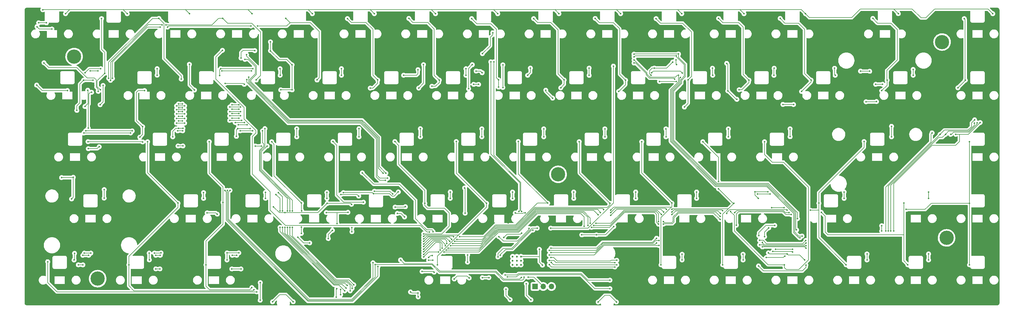
<source format=gtl>
G04 #@! TF.GenerationSoftware,KiCad,Pcbnew,(6.0.0)*
G04 #@! TF.CreationDate,2024-08-25T19:28:41-07:00*
G04 #@! TF.ProjectId,stekeeb65_analog,7374656b-6565-4623-9635-5f616e616c6f,rev?*
G04 #@! TF.SameCoordinates,Original*
G04 #@! TF.FileFunction,Copper,L1,Top*
G04 #@! TF.FilePolarity,Positive*
%FSLAX46Y46*%
G04 Gerber Fmt 4.6, Leading zero omitted, Abs format (unit mm)*
G04 Created by KiCad (PCBNEW (6.0.0)) date 2024-08-25 19:28:41*
%MOMM*%
%LPD*%
G01*
G04 APERTURE LIST*
G04 #@! TA.AperFunction,ComponentPad*
%ADD10C,4.400000*%
G04 #@! TD*
G04 #@! TA.AperFunction,ComponentPad*
%ADD11C,0.600000*%
G04 #@! TD*
G04 #@! TA.AperFunction,ComponentPad*
%ADD12R,1.700000X1.700000*%
G04 #@! TD*
G04 #@! TA.AperFunction,ComponentPad*
%ADD13O,1.700000X1.700000*%
G04 #@! TD*
G04 #@! TA.AperFunction,ViaPad*
%ADD14C,0.500000*%
G04 #@! TD*
G04 #@! TA.AperFunction,Conductor*
%ADD15C,0.127000*%
G04 #@! TD*
G04 APERTURE END LIST*
D10*
X334800000Y-107400000D03*
X216250000Y-148350000D03*
X336175000Y-168000000D03*
X74100000Y-180625000D03*
X66825000Y-111900000D03*
D11*
X202219356Y-173775000D03*
X204769356Y-176325000D03*
X202219356Y-176325000D03*
X203494356Y-175050000D03*
X203494356Y-176325000D03*
X203494356Y-173775000D03*
X202219356Y-175050000D03*
X204769356Y-173775000D03*
X204769356Y-175050000D03*
D12*
X209125000Y-183050000D03*
D13*
X211665000Y-183050000D03*
X214205000Y-183050000D03*
D14*
X74631200Y-163387500D03*
X324662500Y-125287500D03*
X217150000Y-182050000D03*
X167500000Y-125287500D03*
X348475000Y-144337500D03*
X262750000Y-125287500D03*
X143687500Y-163387500D03*
X244750000Y-113812500D03*
X148450000Y-125287500D03*
X138400000Y-175900000D03*
X191312500Y-144337500D03*
X277037500Y-163387500D03*
X208737500Y-171550000D03*
X152750000Y-150012500D03*
X339037500Y-137775000D03*
X79300000Y-127550000D03*
X284650000Y-168525000D03*
X82687500Y-130370000D03*
X157975000Y-106237500D03*
X112731200Y-182437500D03*
X317518800Y-144337500D03*
X162450000Y-111650000D03*
X200837500Y-163387500D03*
X155300000Y-152350000D03*
X272275000Y-106237500D03*
X134162500Y-144337500D03*
X181787500Y-163387500D03*
X219887500Y-163387500D03*
X115112500Y-144337500D03*
X253225000Y-106237500D03*
X154550000Y-183350000D03*
X218337500Y-170200000D03*
X132850000Y-183550000D03*
X162737500Y-163387500D03*
X198012500Y-176050000D03*
X238937500Y-163387500D03*
X157537500Y-174450000D03*
X209687500Y-176450000D03*
X224650000Y-125287500D03*
X345657140Y-131099898D03*
X194150000Y-138200000D03*
X72850000Y-120850000D03*
X157450000Y-184425000D03*
X109050000Y-114375000D03*
X164800000Y-172987500D03*
X143812500Y-173100000D03*
X337437500Y-137775000D03*
X113550000Y-114500000D03*
X129400000Y-125287500D03*
X210662500Y-180350000D03*
X303231200Y-163387500D03*
X348410000Y-106362500D03*
X156625000Y-177375000D03*
X157537500Y-171200000D03*
X281800000Y-125287500D03*
X172262500Y-144337500D03*
X96062500Y-144337500D03*
X110350000Y-125287500D03*
X300850000Y-125287500D03*
X91300000Y-125287500D03*
X291325000Y-182437500D03*
X329500000Y-137800000D03*
X157537500Y-172800000D03*
X348475000Y-163387500D03*
X229412500Y-144337500D03*
X310375000Y-182437500D03*
X153212500Y-144337500D03*
X196075000Y-106237500D03*
X329425000Y-163387500D03*
X228150000Y-179687500D03*
X239900000Y-115150000D03*
X168810000Y-111660000D03*
X147012500Y-169800000D03*
X162450000Y-110450000D03*
X291325000Y-106237500D03*
X253225000Y-182437500D03*
X198012500Y-180750000D03*
X319900000Y-106237500D03*
X203400000Y-168262500D03*
X119875000Y-106237500D03*
X136750000Y-182900000D03*
X184168800Y-182437500D03*
X329425000Y-182437500D03*
X147012500Y-168200000D03*
X105587500Y-163387500D03*
X334187500Y-137775000D03*
X205600000Y-125287500D03*
X150000000Y-165175000D03*
X224900000Y-168037500D03*
X286562500Y-144337500D03*
X143812500Y-171400000D03*
X248462500Y-144337500D03*
X281712500Y-167600000D03*
X148900000Y-163425000D03*
X201206856Y-167900000D03*
X234175000Y-106237500D03*
X335837500Y-137775000D03*
X342950000Y-129387500D03*
X177025000Y-106237500D03*
X77100000Y-125500000D03*
X348475000Y-125287500D03*
X257987500Y-163387500D03*
X197700000Y-138250000D03*
X197762500Y-170150000D03*
X124637500Y-163387500D03*
X215125000Y-106237500D03*
X267512500Y-144337500D03*
X69868700Y-144337500D03*
X210362500Y-144337500D03*
X65106200Y-182437500D03*
X348475000Y-182437500D03*
X272275000Y-182437500D03*
X80050000Y-134000000D03*
X197762500Y-171700000D03*
X246850000Y-114500000D03*
X226550000Y-179687500D03*
X100825000Y-106237500D03*
X167600000Y-172987500D03*
X191925000Y-184150000D03*
X81775000Y-106237500D03*
X88918800Y-182437500D03*
X62725000Y-106237500D03*
X138925000Y-106237500D03*
X67487500Y-125287500D03*
X150400000Y-169500000D03*
X162450000Y-112850000D03*
X243700000Y-125287500D03*
X186550000Y-125287500D03*
X214412500Y-180350000D03*
X314550000Y-125825000D03*
X188775000Y-180425000D03*
X75732500Y-120840000D03*
X122600000Y-110050000D03*
X124250000Y-187300000D03*
X87100000Y-136850000D03*
X134100000Y-122200000D03*
X187400000Y-152575000D03*
X188600000Y-121850000D03*
X174250000Y-178400000D03*
X316150000Y-164225000D03*
X66050000Y-155950000D03*
X74550000Y-139800000D03*
X199175000Y-114450000D03*
X199175000Y-121450000D03*
X196075000Y-104512500D03*
X228050000Y-167075000D03*
X281250000Y-164925000D03*
X130600000Y-122200000D03*
X223550000Y-167075000D03*
X107900000Y-160250000D03*
X134450000Y-187750000D03*
X233450000Y-164475000D03*
X59975000Y-103375000D03*
X203025000Y-160300000D03*
X145287500Y-168200000D03*
X148025000Y-163600000D03*
X268650000Y-122500000D03*
X189750000Y-114400000D03*
X144700000Y-160150000D03*
X201400000Y-187100000D03*
X279987500Y-167600000D03*
X74855000Y-126795000D03*
X192900000Y-111000000D03*
X62950000Y-149350000D03*
X211412500Y-176450000D03*
X127450000Y-107350000D03*
X187550000Y-160350000D03*
X111000000Y-160650000D03*
X127450000Y-110100000D03*
X124300000Y-181850000D03*
X206444356Y-182187500D03*
X104000000Y-122250000D03*
X174700000Y-114400000D03*
X234225000Y-187825000D03*
X207850000Y-187150000D03*
X214550000Y-124750000D03*
X166600000Y-160450000D03*
X55250000Y-120700000D03*
X71200000Y-140400000D03*
X212450000Y-122300000D03*
X188275000Y-175525000D03*
X271425000Y-125150000D03*
X268300000Y-114000000D03*
X173200000Y-121650000D03*
X199481856Y-167900000D03*
X135900000Y-167800000D03*
X66550000Y-149250000D03*
X285650000Y-126700000D03*
X210462500Y-171550000D03*
X205000000Y-166537500D03*
X184168800Y-180712500D03*
X188275000Y-173300000D03*
X316150000Y-165875000D03*
X194875000Y-180300000D03*
X192850000Y-180300000D03*
X139550000Y-169550000D03*
X55350000Y-102650000D03*
X288925000Y-126725000D03*
X200144356Y-183912500D03*
X88550000Y-122425000D03*
X151350000Y-160100000D03*
X206050000Y-160275000D03*
X87950000Y-133600000D03*
X311300000Y-125875000D03*
X64737500Y-122425000D03*
X128075000Y-187800000D03*
X146575000Y-165650000D03*
X228625000Y-187850000D03*
X168825000Y-161525000D03*
X134100000Y-114450000D03*
X118350000Y-112350000D03*
X177950000Y-178600000D03*
X102400000Y-114300000D03*
X72200000Y-122950000D03*
X71160000Y-134040000D03*
X318200000Y-165850000D03*
X279300000Y-169400000D03*
X247350000Y-168850000D03*
X213500000Y-171850000D03*
X334187500Y-135950000D03*
X344850000Y-131450000D03*
X292750000Y-169600000D03*
X278450000Y-170150000D03*
X335837500Y-135950000D03*
X246650000Y-169600000D03*
X214050000Y-172550000D03*
X318950000Y-165850000D03*
X344750000Y-132500000D03*
X292775000Y-170425000D03*
X339037500Y-135950000D03*
X279300000Y-170800000D03*
X346550000Y-132300000D03*
X292775000Y-171200000D03*
X319850000Y-165850000D03*
X213500000Y-173300000D03*
X247350000Y-170350000D03*
X317400000Y-165850000D03*
X331700000Y-135500000D03*
X214050000Y-171150000D03*
X246650000Y-168100000D03*
X345600000Y-132450000D03*
X337437500Y-135950000D03*
X292725000Y-168825000D03*
X278450000Y-168750000D03*
X176500000Y-166150000D03*
X112600000Y-109950000D03*
X234350000Y-174950000D03*
X289850000Y-165550000D03*
X214050000Y-174100000D03*
X239700000Y-112000000D03*
X119550000Y-112750000D03*
X162250000Y-147950000D03*
X252700000Y-111650000D03*
X120050000Y-111300000D03*
X253400000Y-111100000D03*
X233750000Y-175650000D03*
X290150000Y-162050000D03*
X213500000Y-175000000D03*
X239650000Y-111150000D03*
X163095996Y-147952941D03*
X207000000Y-180200000D03*
X167600000Y-174812500D03*
X113350000Y-153300000D03*
X160600000Y-176900000D03*
X204900000Y-180250000D03*
X205700000Y-180200000D03*
X114150000Y-153300000D03*
X159800000Y-176300000D03*
X197950000Y-167600000D03*
X207275000Y-165100000D03*
X204150000Y-159800000D03*
X195450000Y-113500000D03*
X205000000Y-159800000D03*
X196400000Y-113550000D03*
X232250000Y-181100000D03*
X199850000Y-179500000D03*
X232250000Y-183700000D03*
X200550000Y-180100000D03*
X350450000Y-98630000D03*
X216510000Y-98610000D03*
X292620000Y-98620000D03*
X235520000Y-98610000D03*
X83230000Y-98630000D03*
X102440000Y-98610000D03*
X321270000Y-98590000D03*
X254410000Y-98620000D03*
X159490000Y-98620000D03*
X178400000Y-98630000D03*
X64160000Y-98630000D03*
X197620000Y-98640000D03*
X121720000Y-98620000D03*
X273650000Y-98630000D03*
X57150000Y-97400000D03*
X140390000Y-98640000D03*
X58250000Y-101450000D03*
X55860480Y-101450000D03*
X57525000Y-113825000D03*
X74250000Y-122650000D03*
X75300000Y-100150000D03*
X74885148Y-122146460D03*
X76300000Y-117050000D03*
X77500000Y-118650000D03*
X99900000Y-118850000D03*
X93000000Y-100100000D03*
X95200000Y-102100000D03*
X123000000Y-119150000D03*
X112700000Y-100100000D03*
X78050000Y-119250000D03*
X93950000Y-102100000D03*
X78650000Y-118650000D03*
X141800000Y-119150000D03*
X121400000Y-102450000D03*
X132200000Y-100100000D03*
X93400000Y-102750000D03*
X123400000Y-102450000D03*
X95655714Y-102768570D03*
X158250000Y-121650000D03*
X115550000Y-126850000D03*
X160550000Y-119150000D03*
X99050000Y-126550000D03*
X117650000Y-126850000D03*
X100250000Y-126550000D03*
X151200000Y-100150000D03*
X170150000Y-100100000D03*
X179550000Y-119200000D03*
X177250000Y-121100000D03*
X100950000Y-127150000D03*
X118150000Y-127500000D03*
X114850000Y-127502795D03*
X98450000Y-127150000D03*
X197825000Y-119125000D03*
X100250000Y-127750000D03*
X197850000Y-121350000D03*
X99099941Y-127744548D03*
X189550000Y-100150000D03*
X115550000Y-128200000D03*
X117650000Y-128200000D03*
X208700000Y-100150000D03*
X218100000Y-119150000D03*
X100950000Y-128350000D03*
X217050000Y-121550000D03*
X118150000Y-128950000D03*
X114850000Y-128950000D03*
X98450000Y-128329560D03*
X100250000Y-128950000D03*
X115550000Y-129550000D03*
X234950000Y-122650000D03*
X99050000Y-128950000D03*
X237050000Y-119200000D03*
X227700000Y-100100000D03*
X117650000Y-129550000D03*
X114850000Y-130250000D03*
X256350000Y-119150000D03*
X246500000Y-100150000D03*
X100950000Y-129650000D03*
X98450000Y-129650000D03*
X255225000Y-127525000D03*
X118150000Y-130250000D03*
X115550000Y-130950000D03*
X100250000Y-130400000D03*
X117650000Y-130950000D03*
X99050000Y-130400000D03*
X275150000Y-119200000D03*
X272150000Y-122150000D03*
X265800000Y-100100000D03*
X118500000Y-131650000D03*
X291400000Y-122700000D03*
X100950000Y-131050000D03*
X114850000Y-131650000D03*
X98450000Y-131050000D03*
X294350000Y-119200000D03*
X284800000Y-100100000D03*
X316150000Y-122450000D03*
X317800000Y-119200000D03*
X119400000Y-132300000D03*
X99050000Y-131800000D03*
X100250000Y-131800000D03*
X116550000Y-132300000D03*
X313400000Y-100100000D03*
X254600000Y-117000000D03*
X70150000Y-127350000D03*
X309610000Y-116430000D03*
X312430000Y-116440000D03*
X71050000Y-122300000D03*
X121610000Y-116330000D03*
X245140000Y-116900000D03*
X74190000Y-116320000D03*
X192820000Y-116890000D03*
X112460000Y-116320000D03*
X71800000Y-116330000D03*
X190950000Y-116370000D03*
X70150000Y-116950000D03*
X130410000Y-115660000D03*
X282953480Y-115503480D03*
X112090000Y-115660000D03*
X251600000Y-113600000D03*
X122030000Y-115660000D03*
X263886520Y-115503480D03*
X206850000Y-117680000D03*
X92440000Y-115660000D03*
X173000000Y-115950000D03*
X225830000Y-117710000D03*
X187770000Y-117680000D03*
X149370000Y-117660000D03*
X92440000Y-117640000D03*
X130430000Y-117670000D03*
X187790000Y-115660000D03*
X282890000Y-117700000D03*
X263970000Y-117680000D03*
X225826520Y-115453480D03*
X75040000Y-115660000D03*
X111730000Y-117750000D03*
X207686520Y-115453480D03*
X301613480Y-115503480D03*
X325850000Y-115870000D03*
X245970000Y-115490000D03*
X168540000Y-117680000D03*
X149340000Y-115660000D03*
X244900000Y-117640000D03*
X301800000Y-117670000D03*
X325850000Y-117660000D03*
X72650000Y-119180000D03*
X119350000Y-120500000D03*
X191710000Y-120500000D03*
X113450000Y-120190000D03*
X67650000Y-128550000D03*
X252720000Y-119600000D03*
X69750000Y-119200000D03*
X247560000Y-119600000D03*
X190140000Y-120500000D03*
X314300000Y-120490000D03*
X316430000Y-120460000D03*
X100950000Y-132500000D03*
X341650000Y-100150000D03*
X341950000Y-119200000D03*
X339650000Y-121550000D03*
X117550000Y-133000000D03*
X98450000Y-132500000D03*
X120200000Y-133000000D03*
X125000000Y-134900000D03*
X118080000Y-134880000D03*
X84232000Y-135540000D03*
X121910000Y-134870000D03*
X132700000Y-159650000D03*
X132700000Y-164750000D03*
X69810000Y-135560000D03*
X152050000Y-184400000D03*
X100340000Y-134880000D03*
X98770000Y-134880000D03*
X121140000Y-134210000D03*
X211800000Y-136720000D03*
X135560000Y-136740000D03*
X268820000Y-136720000D03*
X154760000Y-136740000D03*
X211800000Y-134250000D03*
X133450000Y-164750000D03*
X192690000Y-134250000D03*
X319170000Y-136730000D03*
X173720000Y-136730000D03*
X117340000Y-134210000D03*
X230670000Y-134250000D03*
X125710000Y-134210000D03*
X152650000Y-183600000D03*
X287870000Y-136680000D03*
X249540000Y-134250000D03*
X100418509Y-134087549D03*
X287850000Y-134280000D03*
X135560000Y-134220000D03*
X192690000Y-136720000D03*
X268830000Y-134250000D03*
X249550000Y-136730000D03*
X84740000Y-134900000D03*
X116900000Y-136590000D03*
X99060000Y-134100000D03*
X173710000Y-134220000D03*
X154760000Y-134220000D03*
X133450000Y-159650000D03*
X70400000Y-134840000D03*
X97270000Y-136720000D03*
X230670000Y-136720000D03*
X319180000Y-133470000D03*
X71120000Y-138220000D03*
X88000000Y-138300000D03*
X98900000Y-139550000D03*
X122760000Y-139570000D03*
X134200000Y-159650000D03*
X134200000Y-164750000D03*
X126420000Y-139570000D03*
X153150000Y-182500000D03*
X100390000Y-139550000D03*
X124610000Y-139570000D03*
X58665600Y-175384400D03*
X123200000Y-184700000D03*
X98900000Y-157250000D03*
X122350000Y-184050000D03*
X89500000Y-138250000D03*
X83718800Y-176325000D03*
X112800000Y-157050000D03*
X107531200Y-176325000D03*
X108550000Y-138250000D03*
X121700000Y-183400000D03*
X137100000Y-159650000D03*
X136950000Y-166650000D03*
X137000000Y-157250000D03*
X136950000Y-164700000D03*
X127800000Y-138250000D03*
X152600000Y-164825000D03*
X156150000Y-156950000D03*
X146750000Y-138200000D03*
X152600000Y-166075000D03*
X175100000Y-157300000D03*
X165850000Y-138200000D03*
X174750000Y-166750000D03*
X174750000Y-167550000D03*
X178968800Y-176325000D03*
X194150000Y-157300000D03*
X184800000Y-138200000D03*
X203950000Y-138200000D03*
X185800000Y-167650000D03*
X184000000Y-167650000D03*
X174750000Y-168300000D03*
X213000000Y-157250000D03*
X222750000Y-138250000D03*
X232200000Y-157300000D03*
X174750000Y-169100000D03*
X185000000Y-168500000D03*
X183350000Y-168500000D03*
X242050000Y-138250000D03*
X251400000Y-157250000D03*
X248025000Y-176325000D03*
X184350000Y-169100000D03*
X174750000Y-169900000D03*
X182750000Y-169100000D03*
X230250000Y-159250000D03*
X232500000Y-159400000D03*
X229300000Y-160200000D03*
X249700000Y-159200000D03*
X270500000Y-157300000D03*
X181900000Y-169750000D03*
X251400000Y-159200000D03*
X260900000Y-138250000D03*
X232500000Y-160200000D03*
X265750000Y-150550000D03*
X174750000Y-170700000D03*
X267075000Y-176325000D03*
X265750000Y-152800000D03*
X183700000Y-169750000D03*
X232500000Y-161000000D03*
X251400000Y-160000000D03*
X279950000Y-138250000D03*
X228558809Y-160884221D03*
X269500000Y-159850000D03*
X248850000Y-160000000D03*
X183050000Y-170450000D03*
X286125000Y-176325000D03*
X267050000Y-159600000D03*
X181400000Y-170450000D03*
X174750000Y-171500000D03*
X305175000Y-176325000D03*
X182250000Y-171200000D03*
X227950000Y-163500000D03*
X248150000Y-160750000D03*
X268300000Y-160450000D03*
X226150000Y-163500000D03*
X286950000Y-159450000D03*
X294100000Y-159450000D03*
X251400000Y-160800000D03*
X296750000Y-157250000D03*
X180450000Y-171200000D03*
X310700000Y-138200000D03*
X174750000Y-172300000D03*
X266350000Y-160450000D03*
X224303234Y-164430226D03*
X323700000Y-159200000D03*
X266250000Y-162300000D03*
X248750000Y-163750000D03*
X247250000Y-163750000D03*
X288200000Y-160800000D03*
X179350000Y-172400000D03*
X226550000Y-164750000D03*
X181050000Y-172400000D03*
X343275000Y-176325000D03*
X174750000Y-173900000D03*
X271300000Y-164050000D03*
X343275000Y-138225000D03*
X343275000Y-157275000D03*
X130400000Y-164750000D03*
X130400000Y-159650000D03*
X149210000Y-154570000D03*
X165160000Y-154430000D03*
X277790000Y-154420000D03*
X150350000Y-184400000D03*
X154670000Y-155070000D03*
X129150000Y-154550000D03*
X159530000Y-153550000D03*
X281720000Y-154420000D03*
X106800000Y-153970000D03*
X202170000Y-153800000D03*
X144880000Y-155780000D03*
X149960000Y-153980000D03*
X278040000Y-155770000D03*
X202170000Y-155780000D03*
X182950000Y-153790000D03*
X221070000Y-153800000D03*
X330590000Y-153790000D03*
X221090000Y-155770000D03*
X166913598Y-153787093D03*
X330610000Y-155760000D03*
X106800000Y-155780000D03*
X159270000Y-154370000D03*
X125870000Y-153950000D03*
X76110000Y-153060000D03*
X304560000Y-155780000D03*
X129900000Y-154000000D03*
X182930000Y-155770000D03*
X131150000Y-164750000D03*
X240200000Y-153790000D03*
X277060000Y-153780000D03*
X131150000Y-159650000D03*
X144860000Y-153950000D03*
X281000000Y-153750000D03*
X240210000Y-155770000D03*
X259020000Y-155780000D03*
X76090000Y-155710000D03*
X259020000Y-153790000D03*
X304570000Y-153790000D03*
X125890000Y-155750000D03*
X150750000Y-183550000D03*
X285970000Y-158640000D03*
X128350000Y-158380000D03*
X131900000Y-164750000D03*
X169100000Y-158350000D03*
X152450000Y-157600000D03*
X151100000Y-182700000D03*
X165910000Y-158460000D03*
X131900000Y-160200000D03*
X144960000Y-157330000D03*
X282160000Y-158640000D03*
X324225000Y-176325000D03*
X287500000Y-160150000D03*
X248750000Y-162950000D03*
X225450000Y-164150000D03*
X297500000Y-160100000D03*
X323000000Y-157250000D03*
X181650000Y-171800000D03*
X174750000Y-173100000D03*
X179800000Y-171800000D03*
X266250000Y-161350000D03*
X247250000Y-162950000D03*
X227250000Y-164150000D03*
X270750000Y-160150000D03*
X93423000Y-173410000D03*
X147900000Y-183700000D03*
X176270000Y-174950000D03*
X147750000Y-186350000D03*
X115640000Y-173410000D03*
X286230000Y-173650000D03*
X177510000Y-174940000D03*
X71310000Y-173410000D03*
X280500000Y-174100000D03*
X69520000Y-173410000D03*
X92040000Y-173410000D03*
X117010000Y-173400000D03*
X273350000Y-174830000D03*
X66940000Y-172770000D03*
X114030000Y-172660000D03*
X273340000Y-173080000D03*
X117650000Y-172650000D03*
X90010000Y-172730000D03*
X149099126Y-185599126D03*
X330620000Y-172960000D03*
X281190000Y-172640000D03*
X254540000Y-174820000D03*
X330620000Y-174830000D03*
X177400000Y-173500000D03*
X254540000Y-173090000D03*
X292380000Y-174850000D03*
X91630000Y-172690000D03*
X72000000Y-172730000D03*
X311610000Y-172970000D03*
X311610000Y-174830000D03*
X90040000Y-174800000D03*
X114020000Y-174840000D03*
X286940000Y-172960000D03*
X93672920Y-172661072D03*
X66820000Y-174840000D03*
X176270000Y-174080000D03*
X69970000Y-172730000D03*
X149100000Y-183950000D03*
X172970000Y-185040000D03*
X68110000Y-176330000D03*
X173030000Y-186240000D03*
X278120000Y-176710000D03*
X292750000Y-176410000D03*
X170700000Y-184750000D03*
X118330000Y-177640000D03*
X115510000Y-177600000D03*
X93310000Y-177590000D03*
X69540000Y-176340000D03*
X92040000Y-177590000D03*
X159100000Y-175700000D03*
X114950000Y-153300000D03*
X288650000Y-172400000D03*
X239700000Y-113900000D03*
X233750000Y-177000000D03*
X291550000Y-167425000D03*
X282566042Y-172211657D03*
X120750000Y-118300000D03*
X252250000Y-118900000D03*
X254000000Y-118350000D03*
X163600000Y-149550000D03*
X213500000Y-176300000D03*
X288650000Y-171550000D03*
X283350000Y-171500000D03*
X162900000Y-150150000D03*
X239700000Y-112950000D03*
X253400000Y-117650000D03*
X214100000Y-175600000D03*
X120150000Y-119000000D03*
X234350000Y-176350000D03*
X290875000Y-167975000D03*
X209775000Y-165000000D03*
X233300000Y-114850000D03*
X197650000Y-173900000D03*
X213950000Y-165000000D03*
X278200000Y-167300000D03*
X283150000Y-164150000D03*
X208450000Y-165600000D03*
X198400000Y-173400000D03*
X177650000Y-166100000D03*
X155800000Y-147900000D03*
X252800000Y-114350000D03*
X252625000Y-112925000D03*
D15*
X203125000Y-160400000D02*
X203025000Y-160300000D01*
X59975000Y-103375000D02*
X56075000Y-103375000D01*
X148025000Y-160175000D02*
X148000000Y-160150000D01*
X86050000Y-123000000D02*
X86050000Y-131700000D01*
X118350000Y-112350000D02*
X118350000Y-110600000D01*
X230700000Y-185775000D02*
X232175000Y-185775000D01*
X145287500Y-168200000D02*
X145287500Y-166937500D01*
X314500000Y-125875000D02*
X314550000Y-125825000D01*
X285650000Y-126700000D02*
X288900000Y-126700000D01*
X132275000Y-185575000D02*
X134450000Y-187750000D01*
X75732500Y-125917500D02*
X75732500Y-120840000D01*
X64737500Y-122425000D02*
X56975000Y-122425000D01*
X316150000Y-164225000D02*
X316150000Y-165875000D01*
X66050000Y-155950000D02*
X66550000Y-155450000D01*
X62950000Y-149350000D02*
X66450000Y-149350000D01*
X127450000Y-107350000D02*
X127450000Y-110100000D01*
X122500000Y-109950000D02*
X122600000Y-110050000D01*
X205500000Y-160275000D02*
X205375000Y-160400000D01*
X200481856Y-166900000D02*
X199481856Y-167900000D01*
X145287500Y-166937500D02*
X146575000Y-165650000D01*
X102400000Y-114300000D02*
X102400000Y-120650000D01*
X223550000Y-167075000D02*
X228050000Y-167075000D01*
X195300000Y-105950000D02*
X195300000Y-108600000D01*
X210462500Y-175500000D02*
X211412500Y-176450000D01*
X167750000Y-160450000D02*
X168825000Y-161525000D01*
X188275000Y-173300000D02*
X188275000Y-175525000D01*
X200144356Y-183912500D02*
X200144356Y-185844356D01*
X173200000Y-121650000D02*
X174700000Y-120150000D01*
X188600000Y-121850000D02*
X188600000Y-115550000D01*
X195300000Y-108600000D02*
X192900000Y-111000000D01*
X71200000Y-140400000D02*
X73950000Y-140400000D01*
X137650000Y-169550000D02*
X139550000Y-169550000D01*
X200144356Y-185844356D02*
X201400000Y-187100000D01*
X124300000Y-187250000D02*
X124250000Y-187300000D01*
X196075000Y-105175000D02*
X195300000Y-105950000D01*
X232175000Y-185775000D02*
X234225000Y-187825000D01*
X56975000Y-122425000D02*
X55250000Y-120700000D01*
X268650000Y-122500000D02*
X271300000Y-125150000D01*
X87950000Y-136000000D02*
X87100000Y-136850000D01*
X206444356Y-185744356D02*
X206444356Y-182187500D01*
X210462500Y-171550000D02*
X210462500Y-173762500D01*
X187550000Y-160350000D02*
X187550000Y-152725000D01*
X88550000Y-122425000D02*
X86625000Y-122425000D01*
X311300000Y-125875000D02*
X314500000Y-125875000D01*
X107900000Y-160250000D02*
X110600000Y-160250000D01*
X212450000Y-122300000D02*
X212450000Y-122650000D01*
X174700000Y-120150000D02*
X174700000Y-114400000D01*
X102400000Y-120650000D02*
X104000000Y-122250000D01*
X132450000Y-112800000D02*
X130150000Y-112800000D01*
X128075000Y-187800000D02*
X130300000Y-185575000D01*
X86050000Y-131700000D02*
X87950000Y-133600000D01*
X148025000Y-163600000D02*
X148025000Y-160175000D01*
X230850000Y-167075000D02*
X233450000Y-164475000D01*
X207850000Y-187150000D02*
X206444356Y-185744356D01*
X177750000Y-178400000D02*
X177950000Y-178600000D01*
X134100000Y-122200000D02*
X134100000Y-114450000D01*
X205375000Y-160400000D02*
X203125000Y-160400000D01*
X119000000Y-109950000D02*
X122500000Y-109950000D01*
X204769356Y-173775000D02*
X210450000Y-173775000D01*
X184168800Y-180712500D02*
X185069321Y-179811979D01*
X271300000Y-125150000D02*
X271425000Y-125150000D01*
X228625000Y-187850000D02*
X230700000Y-185775000D01*
X199175000Y-121450000D02*
X199175000Y-114450000D01*
X210462500Y-173762500D02*
X210462500Y-175500000D01*
X130150000Y-112800000D02*
X127450000Y-110100000D01*
X135900000Y-167800000D02*
X137650000Y-169550000D01*
X206050000Y-160275000D02*
X205500000Y-160275000D01*
X210450000Y-173775000D02*
X210462500Y-173762500D01*
X144700000Y-160150000D02*
X148000000Y-160150000D01*
X74855000Y-126795000D02*
X75732500Y-125917500D01*
X288900000Y-126700000D02*
X288925000Y-126725000D01*
X148000000Y-160150000D02*
X151300000Y-160150000D01*
X124300000Y-181850000D02*
X124300000Y-187250000D01*
X56075000Y-103375000D02*
X55350000Y-102650000D01*
X279987500Y-167600000D02*
X279987500Y-166187500D01*
X110600000Y-160250000D02*
X111000000Y-160650000D01*
X196075000Y-104512500D02*
X196075000Y-105175000D01*
X66450000Y-149350000D02*
X66550000Y-149250000D01*
X188600000Y-115550000D02*
X189750000Y-114400000D01*
X130300000Y-185575000D02*
X132275000Y-185575000D01*
X228050000Y-167075000D02*
X230850000Y-167075000D01*
X151300000Y-160150000D02*
X151350000Y-160100000D01*
X174250000Y-178400000D02*
X177750000Y-178400000D01*
X279987500Y-166187500D02*
X281250000Y-164925000D01*
X73950000Y-140400000D02*
X74550000Y-139800000D01*
X185069321Y-179811979D02*
X188161979Y-179811979D01*
X66550000Y-155450000D02*
X66550000Y-149250000D01*
X192850000Y-180300000D02*
X194875000Y-180300000D01*
X204637500Y-166900000D02*
X200481856Y-166900000D01*
X205000000Y-166537500D02*
X204637500Y-166900000D01*
X87950000Y-133600000D02*
X87950000Y-136000000D01*
X166600000Y-160450000D02*
X167750000Y-160450000D01*
X86625000Y-122425000D02*
X86050000Y-123000000D01*
X134100000Y-114450000D02*
X132450000Y-112800000D01*
X130600000Y-122200000D02*
X134100000Y-122200000D01*
X188161979Y-179811979D02*
X188775000Y-180425000D01*
X118350000Y-110600000D02*
X119000000Y-109950000D01*
X187550000Y-152725000D02*
X187400000Y-152575000D01*
X212450000Y-122650000D02*
X214550000Y-124750000D01*
X268650000Y-122500000D02*
X268650000Y-114350000D01*
X268650000Y-114350000D02*
X268300000Y-114000000D01*
X71407041Y-123392959D02*
X71407041Y-126554729D01*
X71850000Y-122950000D02*
X71407041Y-123392959D01*
X71407041Y-126554729D02*
X71160000Y-126801770D01*
X71160000Y-126801770D02*
X71160000Y-134040000D01*
X72200000Y-122950000D02*
X71850000Y-122950000D01*
X279300000Y-169538230D02*
X279300000Y-169400000D01*
X335490540Y-134646960D02*
X334187500Y-135950000D01*
X228638230Y-171188230D02*
X230129502Y-169696960D01*
X213500000Y-171850000D02*
X227976460Y-171850000D01*
X279908730Y-170146960D02*
X279300000Y-169538230D01*
X318200000Y-151961770D02*
X318200000Y-165850000D01*
X230129502Y-169696960D02*
X230400002Y-169696960D01*
X334187500Y-135974270D02*
X318200000Y-151961770D01*
X292203040Y-170146960D02*
X279908730Y-170146960D01*
X246350000Y-168850000D02*
X247350000Y-168850000D01*
X344850000Y-131450000D02*
X343900000Y-132400000D01*
X227976460Y-171850000D02*
X228638230Y-171188230D01*
X334187500Y-135950000D02*
X334187500Y-135974270D01*
X342817730Y-134646960D02*
X335490540Y-134646960D01*
X245503040Y-169696960D02*
X246150000Y-169050000D01*
X246150000Y-169050000D02*
X246350000Y-168850000D01*
X343900000Y-133564690D02*
X342817730Y-134646960D01*
X292750000Y-169600000D02*
X292203040Y-170146960D01*
X230400002Y-169696960D02*
X245503040Y-169696960D01*
X343900000Y-132400000D02*
X343900000Y-133564690D01*
X344750000Y-133176460D02*
X342952980Y-134973480D01*
X279773480Y-170473480D02*
X279450000Y-170150000D01*
X292726520Y-170473480D02*
X279773480Y-170473480D01*
X246650000Y-169600000D02*
X246226520Y-170023480D01*
X292775000Y-170425000D02*
X292726520Y-170473480D01*
X318950000Y-165850000D02*
X318950000Y-151673540D01*
X246226520Y-170023480D02*
X230264751Y-170023480D01*
X334887500Y-136900000D02*
X335837500Y-135950000D01*
X336814020Y-134973480D02*
X335837500Y-135950000D01*
X342952980Y-134973480D02*
X336814020Y-134973480D01*
X230150000Y-170138230D02*
X227738230Y-172550000D01*
X227738230Y-172550000D02*
X214050000Y-172550000D01*
X230264751Y-170023480D02*
X230150000Y-170138230D01*
X279450000Y-170150000D02*
X278450000Y-170150000D01*
X318950000Y-151673540D02*
X333723540Y-136900000D01*
X333723540Y-136900000D02*
X334887500Y-136900000D01*
X344750000Y-132500000D02*
X344750000Y-133176460D01*
X331708790Y-139376520D02*
X338973480Y-139376520D01*
X292375000Y-170800000D02*
X292775000Y-171200000D01*
X279300000Y-170800000D02*
X292375000Y-170800000D01*
X247350000Y-170350000D02*
X230400000Y-170350000D01*
X319850000Y-165850000D02*
X319850000Y-151235310D01*
X342900000Y-135950000D02*
X346550000Y-132300000D01*
X340200000Y-138150000D02*
X340200000Y-135950000D01*
X338973480Y-139376520D02*
X340200000Y-138150000D01*
X340200000Y-135950000D02*
X342900000Y-135950000D01*
X319850000Y-151235310D02*
X331708790Y-139376520D01*
X230400000Y-170350000D02*
X227450000Y-173300000D01*
X227450000Y-173300000D02*
X213500000Y-173300000D01*
X339037500Y-135950000D02*
X340200000Y-135950000D01*
X291729560Y-169820440D02*
X280620440Y-169820440D01*
X245367790Y-169370440D02*
X245994115Y-168744115D01*
X338350000Y-135300000D02*
X343088230Y-135300000D01*
X280620440Y-169820440D02*
X279550000Y-168750000D01*
X337437500Y-135950000D02*
X337700000Y-135950000D01*
X331400000Y-138300000D02*
X317400000Y-152300000D01*
X228214690Y-171150000D02*
X228432345Y-170932345D01*
X331400000Y-135800000D02*
X331400000Y-138300000D01*
X345600000Y-132788230D02*
X345600000Y-132450000D01*
X337700000Y-135950000D02*
X338350000Y-135300000D01*
X343088230Y-135300000D02*
X345600000Y-132788230D01*
X245994115Y-168744115D02*
X246638230Y-168100000D01*
X228432345Y-170932345D02*
X229994250Y-169370440D01*
X331700000Y-135500000D02*
X331400000Y-135800000D01*
X230600000Y-169370440D02*
X245367790Y-169370440D01*
X279550000Y-168750000D02*
X278450000Y-168750000D01*
X214050000Y-171150000D02*
X228214690Y-171150000D01*
X292725000Y-168825000D02*
X291729560Y-169820440D01*
X317400000Y-152300000D02*
X317400000Y-165850000D01*
X229994250Y-169370440D02*
X230600000Y-169370440D01*
X246638230Y-168100000D02*
X246650000Y-168100000D01*
X119300000Y-131200000D02*
X122900000Y-134800000D01*
X127300000Y-153750000D02*
X127300000Y-159400000D01*
X122900000Y-135550000D02*
X121800000Y-136650000D01*
X132050000Y-164150000D02*
X173750000Y-164150000D01*
X119300000Y-127650000D02*
X119300000Y-131200000D01*
X127300000Y-159400000D02*
X132050000Y-164150000D01*
X173750000Y-164150000D02*
X175750000Y-166150000D01*
X110550000Y-118900000D02*
X119300000Y-127650000D01*
X122900000Y-134800000D02*
X122900000Y-135550000D01*
X112600000Y-109950000D02*
X110550000Y-112000000D01*
X175750000Y-166150000D02*
X176500000Y-166150000D01*
X121800000Y-136650000D02*
X121800000Y-148250000D01*
X110550000Y-112000000D02*
X110550000Y-118900000D01*
X121800000Y-148250000D02*
X127300000Y-153750000D01*
X251603040Y-137929500D02*
X265120500Y-151446960D01*
X255200000Y-114400000D02*
X255200000Y-117950000D01*
X120550000Y-112750000D02*
X122750000Y-114950000D01*
X155570500Y-131846961D02*
X157111769Y-133388231D01*
X216006921Y-175206921D02*
X214900000Y-174100000D01*
X121076520Y-118950000D02*
X121076520Y-119802980D01*
X234350000Y-174950000D02*
X232664317Y-174950000D01*
X157111769Y-133388231D02*
X160753040Y-137029502D01*
X252700000Y-111650000D02*
X252700000Y-111900001D01*
X254053040Y-120020500D02*
X253623539Y-120450000D01*
X160753040Y-146453040D02*
X162250000Y-147950000D01*
X160753040Y-137029502D02*
X160753040Y-146453040D01*
X253623539Y-120450000D02*
X251603040Y-122470499D01*
X254053040Y-119096960D02*
X254053040Y-120020500D01*
X119550000Y-112750000D02*
X120550000Y-112750000D01*
X255200000Y-117950000D02*
X254053040Y-119096960D01*
X265120500Y-151446960D02*
X280946960Y-151446960D01*
X252700000Y-111900001D02*
X255200000Y-114400000D01*
X289603040Y-160103040D02*
X289603040Y-165303040D01*
X289603040Y-165303040D02*
X289850000Y-165550000D01*
X232664317Y-174950000D02*
X232407396Y-175206921D01*
X240050000Y-111650000D02*
X239700000Y-112000000D01*
X133120500Y-131846960D02*
X155570500Y-131846961D01*
X122750000Y-117276520D02*
X121076520Y-118950000D01*
X251603040Y-122470499D02*
X251603040Y-137929500D01*
X252700000Y-111650000D02*
X240050000Y-111650000D01*
X121076520Y-119802980D02*
X133120500Y-131846960D01*
X214900000Y-174100000D02*
X214050000Y-174100000D01*
X122750000Y-114950000D02*
X122750000Y-117276520D01*
X280946960Y-151446960D02*
X289603040Y-160103040D01*
X232407396Y-175206921D02*
X216006921Y-175206921D01*
X253400000Y-111100000D02*
X239700000Y-111100000D01*
X214950000Y-175000000D02*
X213500000Y-175000000D01*
X290150000Y-160188231D02*
X290150000Y-162050000D01*
X120050000Y-111788230D02*
X123076520Y-114814751D01*
X254379560Y-119232210D02*
X254379560Y-120155750D01*
X255526520Y-114264751D02*
X255526520Y-118085249D01*
X255526520Y-118085249D02*
X254379560Y-119232210D01*
X251929560Y-122605748D02*
X251929560Y-137794250D01*
X121403040Y-119085250D02*
X121403040Y-119667730D01*
X233750000Y-175650000D02*
X215600000Y-175650000D01*
X161079560Y-136894253D02*
X161079560Y-145936505D01*
X133255750Y-131520440D02*
X155705748Y-131520440D01*
X253400000Y-111100000D02*
X253400000Y-112138231D01*
X156717654Y-132532347D02*
X161079560Y-136894253D01*
X251929560Y-137794250D02*
X265255750Y-151120440D01*
X123076520Y-114814751D02*
X123076520Y-117411769D01*
X121403040Y-119667730D02*
X133255750Y-131520440D01*
X123076520Y-117411769D02*
X121403040Y-119085250D01*
X253400000Y-112138231D02*
X255526520Y-114264751D01*
X281082209Y-151120440D02*
X290150000Y-160188231D01*
X155705748Y-131520440D02*
X156717654Y-132532347D01*
X253867654Y-120667654D02*
X251929560Y-122605748D01*
X254379560Y-120155750D02*
X253867654Y-120667654D01*
X265255750Y-151120440D02*
X281082209Y-151120440D01*
X239700000Y-111100000D02*
X239650000Y-111150000D01*
X161079560Y-145936505D02*
X163095996Y-147952941D01*
X215600000Y-175650000D02*
X214950000Y-175000000D01*
X120050000Y-111300000D02*
X120050000Y-111788230D01*
X207000000Y-180200000D02*
X208815000Y-180200000D01*
X208815000Y-180200000D02*
X211665000Y-183050000D01*
X167600000Y-174812500D02*
X168760980Y-175973480D01*
X113823480Y-153773480D02*
X113823480Y-162473480D01*
X204400000Y-180750000D02*
X204900000Y-180250000D01*
X113350000Y-153300000D02*
X113823480Y-153773480D01*
X177385250Y-175973480D02*
X179735250Y-178323480D01*
X199461770Y-180750000D02*
X204400000Y-180750000D01*
X160600000Y-179861770D02*
X160600000Y-176900000D01*
X152808728Y-187653040D02*
X160600000Y-179861770D01*
X168760980Y-175973480D02*
X177385250Y-175973480D01*
X113823480Y-162473480D02*
X139003041Y-187653040D01*
X179735250Y-178323480D02*
X197035250Y-178323480D01*
X197035250Y-178323480D02*
X199461770Y-180750000D01*
X139003041Y-187653040D02*
X152808728Y-187653040D01*
X114150000Y-153300000D02*
X114150000Y-162338230D01*
X152673479Y-187326520D02*
X159800000Y-180200000D01*
X159800000Y-176300000D02*
X177250000Y-176300000D01*
X179600000Y-178650000D02*
X196900000Y-178650000D01*
X159800000Y-180200000D02*
X159800000Y-176300000D01*
X177250000Y-176300000D02*
X179600000Y-178650000D01*
X114150000Y-162338230D02*
X139138290Y-187326520D01*
X199326521Y-181076520D02*
X205223480Y-181076520D01*
X139138290Y-187326520D02*
X152673479Y-187326520D01*
X205223480Y-181076520D02*
X205700000Y-180600000D01*
X205700000Y-180600000D02*
X205700000Y-180200000D01*
X196900000Y-178650000D02*
X199326521Y-181076520D01*
X207275000Y-165100000D02*
X207275000Y-165463230D01*
X199375000Y-169025000D02*
X197950000Y-167600000D01*
X203713230Y-169025000D02*
X199375000Y-169025000D01*
X207275000Y-165463230D02*
X203713230Y-169025000D01*
X195450000Y-113500000D02*
X195500000Y-113550000D01*
X195500000Y-113550000D02*
X195500000Y-142061770D01*
X204430521Y-159519479D02*
X204150000Y-159800000D01*
X204430521Y-150992291D02*
X204430521Y-159519479D01*
X195500000Y-142061770D02*
X204430521Y-150992291D01*
X205000000Y-159800000D02*
X204757041Y-159557041D01*
X204757041Y-150857042D02*
X196400000Y-142500000D01*
X204757041Y-159557041D02*
X204757041Y-150857042D01*
X196400000Y-142500000D02*
X196400000Y-113550000D01*
X199850000Y-179500000D02*
X203538230Y-179500000D01*
X225411770Y-181100000D02*
X232250000Y-181100000D01*
X203964751Y-179073480D02*
X223385250Y-179073480D01*
X223385250Y-179073480D02*
X225411770Y-181100000D01*
X203538230Y-179500000D02*
X203964751Y-179073480D01*
X204100000Y-179400000D02*
X223250000Y-179400000D01*
X200550000Y-180100000D02*
X203400000Y-180100000D01*
X223250000Y-179400000D02*
X227550000Y-183700000D01*
X227550000Y-183700000D02*
X232250000Y-183700000D01*
X203400000Y-180100000D02*
X204100000Y-179400000D01*
X329737328Y-99920000D02*
X332457328Y-97200000D01*
X101200000Y-97370000D02*
X102440000Y-98610000D01*
X253160000Y-97370000D02*
X272390000Y-97370000D01*
X215270000Y-97370000D02*
X216510000Y-98610000D01*
X309500000Y-97200000D02*
X319750000Y-97200000D01*
X215270000Y-97370000D02*
X234280000Y-97370000D01*
X349020000Y-97200000D02*
X350450000Y-98630000D01*
X292620000Y-98620000D02*
X293807021Y-99807021D01*
X196350000Y-97370000D02*
X197620000Y-98640000D01*
X293807021Y-99807021D02*
X306892979Y-99807021D01*
X65420000Y-97370000D02*
X57230000Y-97370000D01*
X319750000Y-97200000D02*
X325570000Y-97200000D01*
X332457328Y-97200000D02*
X349020000Y-97200000D01*
X177140000Y-97370000D02*
X178400000Y-98630000D01*
X81500000Y-97370000D02*
X81970000Y-97370000D01*
X306892979Y-99807021D02*
X309500000Y-97200000D01*
X319750000Y-97200000D02*
X319880000Y-97200000D01*
X158240000Y-97370000D02*
X159490000Y-98620000D01*
X177140000Y-97370000D02*
X196350000Y-97370000D01*
X319880000Y-97200000D02*
X321270000Y-98590000D01*
X139120000Y-97370000D02*
X140390000Y-98640000D01*
X196350000Y-97370000D02*
X215270000Y-97370000D01*
X291370000Y-97370000D02*
X292620000Y-98620000D01*
X272390000Y-97370000D02*
X291370000Y-97370000D01*
X57230000Y-97370000D02*
X57200000Y-97400000D01*
X328290000Y-99920000D02*
X329737328Y-99920000D01*
X158240000Y-97370000D02*
X177140000Y-97370000D01*
X101200000Y-97370000D02*
X120470000Y-97370000D01*
X272390000Y-97370000D02*
X273650000Y-98630000D01*
X65420000Y-97370000D02*
X81500000Y-97370000D01*
X253160000Y-97370000D02*
X254410000Y-98620000D01*
X120470000Y-97370000D02*
X139120000Y-97370000D01*
X234280000Y-97370000D02*
X235520000Y-98610000D01*
X64160000Y-98630000D02*
X65420000Y-97370000D01*
X57200000Y-97400000D02*
X57150000Y-97400000D01*
X139120000Y-97370000D02*
X158240000Y-97370000D01*
X234280000Y-97370000D02*
X253160000Y-97370000D01*
X325570000Y-97200000D02*
X328290000Y-99920000D01*
X120470000Y-97370000D02*
X121720000Y-98620000D01*
X81970000Y-97370000D02*
X101200000Y-97370000D01*
X81970000Y-97370000D02*
X83230000Y-98630000D01*
X58250000Y-101450000D02*
X55860480Y-101450000D01*
X74250000Y-121973081D02*
X73623480Y-121346561D01*
X70900000Y-118550000D02*
X67650000Y-115300000D01*
X73623480Y-121346561D02*
X73623480Y-119073480D01*
X73623480Y-119073480D02*
X73100000Y-118550000D01*
X67650000Y-115300000D02*
X59000000Y-115300000D01*
X73100000Y-118550000D02*
X70900000Y-118550000D01*
X59000000Y-115300000D02*
X57525000Y-113825000D01*
X74250000Y-122650000D02*
X74250000Y-121973081D01*
X74885148Y-122146460D02*
X73950000Y-121211312D01*
X76300000Y-117050000D02*
X76300000Y-110600000D01*
X75300000Y-109600000D02*
X75975000Y-110275000D01*
X73950000Y-121211312D02*
X73950000Y-119400000D01*
X73950000Y-119400000D02*
X76300000Y-117050000D01*
X76300000Y-110600000D02*
X75975000Y-110275000D01*
X75300000Y-100150000D02*
X75300000Y-109600000D01*
X94550000Y-112500000D02*
X94550000Y-101650000D01*
X77500000Y-113600000D02*
X77500000Y-118650000D01*
X99900000Y-118850000D02*
X99900000Y-117850000D01*
X94550000Y-101650000D02*
X93000000Y-100100000D01*
X93000000Y-100100000D02*
X92975000Y-100125000D01*
X92975000Y-100125000D02*
X90975000Y-100125000D01*
X90975000Y-100125000D02*
X77500000Y-113600000D01*
X99900000Y-117850000D02*
X94550000Y-112500000D01*
X93900000Y-102050000D02*
X93950000Y-102100000D01*
X78100000Y-113600000D02*
X89650000Y-102050000D01*
X123000000Y-119150000D02*
X124400000Y-117750000D01*
X78100000Y-119200000D02*
X78100000Y-113600000D01*
X124400000Y-104300000D02*
X121700000Y-101600000D01*
X124400000Y-117750000D02*
X124400000Y-104300000D01*
X95200000Y-102100000D02*
X109400000Y-102100000D01*
X114200000Y-101600000D02*
X112700000Y-100100000D01*
X121700000Y-101600000D02*
X114200000Y-101600000D01*
X89650000Y-102050000D02*
X93900000Y-102050000D01*
X78050000Y-119250000D02*
X78100000Y-119200000D01*
X109400000Y-102100000D02*
X111400000Y-100100000D01*
X111400000Y-100100000D02*
X112700000Y-100100000D01*
X95655714Y-102768570D02*
X95974284Y-102450000D01*
X123400000Y-102450000D02*
X132450000Y-102450000D01*
X89411770Y-102750000D02*
X78650000Y-113511770D01*
X78650000Y-113511770D02*
X78650000Y-118650000D01*
X133500000Y-101400000D02*
X139800000Y-101400000D01*
X142518021Y-118431979D02*
X141800000Y-119150000D01*
X95974284Y-102450000D02*
X121400000Y-102450000D01*
X132200000Y-100100000D02*
X133500000Y-101400000D01*
X93400000Y-102750000D02*
X89411770Y-102750000D01*
X139800000Y-101400000D02*
X142518021Y-104118021D01*
X132450000Y-102450000D02*
X133500000Y-101400000D01*
X142518021Y-104118021D02*
X142518021Y-118431979D01*
X159050000Y-121650000D02*
X158250000Y-121650000D01*
X159041979Y-117641979D02*
X160550000Y-119150000D01*
X160550000Y-120150000D02*
X159050000Y-121650000D01*
X160550000Y-119150000D02*
X160550000Y-120150000D01*
X117650000Y-126850000D02*
X115550000Y-126850000D01*
X100250000Y-126550000D02*
X99050000Y-126550000D01*
X156900000Y-101350000D02*
X159041979Y-103491979D01*
X159041979Y-103491979D02*
X159041979Y-117641979D01*
X152400000Y-101350000D02*
X156900000Y-101350000D01*
X151200000Y-100150000D02*
X152400000Y-101350000D01*
X177250000Y-121100000D02*
X178400000Y-121100000D01*
X178000000Y-103350000D02*
X178000000Y-117650000D01*
X118147205Y-127502795D02*
X114850000Y-127502795D01*
X172600000Y-101350000D02*
X176000000Y-101350000D01*
X176000000Y-101350000D02*
X178000000Y-103350000D01*
X170150000Y-100100000D02*
X171400000Y-101350000D01*
X100950000Y-127150000D02*
X98450000Y-127150000D01*
X118150000Y-127500000D02*
X118147205Y-127502795D01*
X178400000Y-121100000D02*
X179550000Y-119950000D01*
X179550000Y-119950000D02*
X179550000Y-119200000D01*
X171400000Y-101350000D02*
X172600000Y-101350000D01*
X178000000Y-117650000D02*
X179550000Y-119200000D01*
X99099941Y-127744548D02*
X100244548Y-127744548D01*
X100244548Y-127744548D02*
X100250000Y-127750000D01*
X197141979Y-118441979D02*
X197141979Y-103441979D01*
X197141979Y-103441979D02*
X195450000Y-101750000D01*
X197825000Y-119125000D02*
X197850000Y-119150000D01*
X197850000Y-119150000D02*
X197850000Y-121350000D01*
X197825000Y-119125000D02*
X197141979Y-118441979D01*
X195450000Y-101750000D02*
X191150000Y-101750000D01*
X191150000Y-101750000D02*
X189550000Y-100150000D01*
X115550000Y-128200000D02*
X117650000Y-128200000D01*
X209900000Y-101350000D02*
X213950000Y-101350000D01*
X217050000Y-121550000D02*
X218100000Y-120500000D01*
X213950000Y-101350000D02*
X216191979Y-103591979D01*
X100929560Y-128329560D02*
X100950000Y-128350000D01*
X216191979Y-117241979D02*
X218100000Y-119150000D01*
X216191979Y-103591979D02*
X216191979Y-117241979D01*
X98450000Y-128329560D02*
X100929560Y-128329560D01*
X208700000Y-100150000D02*
X209900000Y-101350000D01*
X114850000Y-128950000D02*
X118150000Y-128950000D01*
X218100000Y-120500000D02*
X218100000Y-119150000D01*
X233350000Y-101400000D02*
X235241979Y-103291979D01*
X229000000Y-101400000D02*
X233350000Y-101400000D01*
X235241979Y-117391979D02*
X237050000Y-119200000D01*
X235241979Y-103291979D02*
X235241979Y-117391979D01*
X234988021Y-122661979D02*
X237050000Y-120600000D01*
X237050000Y-120600000D02*
X237050000Y-119200000D01*
X115550000Y-129550000D02*
X117650000Y-129550000D01*
X234961979Y-122661979D02*
X234988021Y-122661979D01*
X234950000Y-122650000D02*
X234961979Y-122661979D01*
X227700000Y-100100000D02*
X229000000Y-101400000D01*
X99050000Y-128950000D02*
X100250000Y-128950000D01*
X114850000Y-130250000D02*
X118150000Y-130250000D01*
X246500000Y-100150000D02*
X247900000Y-101550000D01*
X257450000Y-104300000D02*
X257450000Y-118050000D01*
X257450000Y-118050000D02*
X256350000Y-119150000D01*
X255225000Y-127525000D02*
X256350000Y-126400000D01*
X254700000Y-101550000D02*
X257450000Y-104300000D01*
X256350000Y-126400000D02*
X256350000Y-119150000D01*
X247900000Y-101550000D02*
X254700000Y-101550000D01*
X98450000Y-129650000D02*
X100950000Y-129650000D01*
X272150000Y-122150000D02*
X273000000Y-122150000D01*
X272000000Y-101400000D02*
X273341979Y-102741979D01*
X273350000Y-117400000D02*
X275150000Y-119200000D01*
X273350000Y-107350000D02*
X273350000Y-116500000D01*
X115550000Y-130950000D02*
X117650000Y-130950000D01*
X273350000Y-116500000D02*
X273350000Y-117400000D01*
X265800000Y-100100000D02*
X267100000Y-101400000D01*
X267100000Y-101400000D02*
X272000000Y-101400000D01*
X99050000Y-130400000D02*
X100250000Y-130400000D01*
X273341979Y-107341979D02*
X273350000Y-107350000D01*
X273341979Y-102741979D02*
X273341979Y-107341979D01*
X275150000Y-120000000D02*
X275150000Y-119200000D01*
X273000000Y-122150000D02*
X275150000Y-120000000D01*
X292350000Y-117200000D02*
X294350000Y-119200000D01*
X114850000Y-131650000D02*
X118500000Y-131650000D01*
X284800000Y-100100000D02*
X286250000Y-101550000D01*
X286250000Y-101550000D02*
X290450000Y-101550000D01*
X292350000Y-103450000D02*
X292350000Y-105250000D01*
X290450000Y-101550000D02*
X292350000Y-103450000D01*
X292350000Y-105250000D02*
X292350000Y-117200000D01*
X291400000Y-122700000D02*
X294350000Y-119750000D01*
X294350000Y-119750000D02*
X294350000Y-119200000D01*
X98450000Y-131050000D02*
X100950000Y-131050000D01*
X319050000Y-101600000D02*
X320966979Y-103516979D01*
X116550000Y-132300000D02*
X119400000Y-132300000D01*
X314900000Y-101600000D02*
X319050000Y-101600000D01*
X320966979Y-112933021D02*
X317750000Y-116150000D01*
X317750000Y-116150000D02*
X317750000Y-119150000D01*
X317800000Y-120800000D02*
X317800000Y-119200000D01*
X313400000Y-100100000D02*
X314900000Y-101600000D01*
X316150000Y-122450000D02*
X317800000Y-120800000D01*
X320966979Y-103516979D02*
X320966979Y-105200000D01*
X320966979Y-105200000D02*
X320966979Y-112933021D01*
X99050000Y-131800000D02*
X100250000Y-131800000D01*
X317750000Y-119150000D02*
X317800000Y-119200000D01*
X309610000Y-116430000D02*
X312420000Y-116430000D01*
X71050000Y-122300000D02*
X71080521Y-122330521D01*
X192820000Y-116890000D02*
X192300000Y-116370000D01*
X74190000Y-116320000D02*
X74180000Y-116330000D01*
X71080521Y-122330521D02*
X71080521Y-126419479D01*
X245620000Y-116420000D02*
X245140000Y-116900000D01*
X254020000Y-116420000D02*
X245620000Y-116420000D01*
X71080521Y-126419479D02*
X70150000Y-127350000D01*
X254600000Y-117000000D02*
X254020000Y-116420000D01*
X74180000Y-116330000D02*
X71800000Y-116330000D01*
X312420000Y-116430000D02*
X312430000Y-116440000D01*
X112460000Y-116320000D02*
X121600000Y-116320000D01*
X192300000Y-116370000D02*
X190950000Y-116370000D01*
X121600000Y-116320000D02*
X121610000Y-116330000D01*
X70150000Y-116950000D02*
X71440000Y-115660000D01*
X149370000Y-115690000D02*
X149340000Y-115660000D01*
X173000000Y-117200000D02*
X172520000Y-117680000D01*
X207686520Y-115453480D02*
X207686520Y-116843480D01*
X187770000Y-117680000D02*
X187770000Y-115680000D01*
X207686520Y-116843480D02*
X206850000Y-117680000D01*
X282890000Y-117700000D02*
X282890000Y-115566960D01*
X301613480Y-117483480D02*
X301613480Y-115503480D01*
X251600000Y-113650000D02*
X249760000Y-115490000D01*
X263970000Y-117680000D02*
X263886520Y-117596520D01*
X225830000Y-117710000D02*
X225830000Y-115456960D01*
X251600000Y-113600000D02*
X251600000Y-113650000D01*
X245260000Y-115490000D02*
X245970000Y-115490000D01*
X225830000Y-115456960D02*
X225826520Y-115453480D01*
X249760000Y-115490000D02*
X245970000Y-115490000D01*
X149370000Y-117660000D02*
X149370000Y-115690000D01*
X92440000Y-117640000D02*
X92440000Y-115660000D01*
X112090000Y-115660000D02*
X122030000Y-115660000D01*
X111730000Y-117750000D02*
X111730000Y-116020000D01*
X111730000Y-116020000D02*
X112090000Y-115660000D01*
X172520000Y-117680000D02*
X168540000Y-117680000D01*
X187770000Y-115680000D02*
X187790000Y-115660000D01*
X282890000Y-115566960D02*
X282953480Y-115503480D01*
X263886520Y-117596520D02*
X263886520Y-115503480D01*
X173000000Y-115950000D02*
X173000000Y-117200000D01*
X301800000Y-117670000D02*
X301613480Y-117483480D01*
X325850000Y-117660000D02*
X325850000Y-115870000D01*
X244510000Y-116240000D02*
X245260000Y-115490000D01*
X130430000Y-117670000D02*
X130430000Y-115680000D01*
X130430000Y-115680000D02*
X130410000Y-115660000D01*
X71440000Y-115660000D02*
X75040000Y-115660000D01*
X244510000Y-117250000D02*
X244510000Y-116240000D01*
X244900000Y-117640000D02*
X244510000Y-117250000D01*
X119350000Y-120500000D02*
X119040000Y-120190000D01*
X69770000Y-119180000D02*
X72650000Y-119180000D01*
X314300000Y-120490000D02*
X316400000Y-120490000D01*
X190140000Y-120500000D02*
X191710000Y-120500000D01*
X316400000Y-120490000D02*
X316430000Y-120460000D01*
X69750000Y-119200000D02*
X69770000Y-119180000D01*
X119040000Y-120190000D02*
X113450000Y-120190000D01*
X247560000Y-119600000D02*
X252720000Y-119600000D01*
X67650000Y-127150000D02*
X68554479Y-126245521D01*
X67650000Y-128550000D02*
X67650000Y-127150000D01*
X68554479Y-126245521D02*
X68554479Y-120395521D01*
X68554479Y-120395521D02*
X69750000Y-119200000D01*
X341950000Y-119250000D02*
X341950000Y-119200000D01*
X98450000Y-132500000D02*
X100950000Y-132500000D01*
X341908021Y-119158021D02*
X341950000Y-119200000D01*
X339650000Y-121550000D02*
X341950000Y-119250000D01*
X341650000Y-100150000D02*
X341908021Y-100408021D01*
X341908021Y-100408021D02*
X341908021Y-119158021D01*
X117550000Y-133000000D02*
X120200000Y-133000000D01*
X121900000Y-134880000D02*
X118080000Y-134880000D01*
X125400000Y-138890000D02*
X125400000Y-139600000D01*
X132700000Y-164750000D02*
X132700000Y-166914690D01*
X124000000Y-141000000D02*
X124000000Y-147100000D01*
X125000000Y-134900000D02*
X125000000Y-138490000D01*
X121910000Y-134870000D02*
X121900000Y-134880000D01*
X152050000Y-182650000D02*
X152050000Y-184400000D01*
X147455750Y-181670440D02*
X151070440Y-181670440D01*
X132700000Y-155800000D02*
X132700000Y-159650000D01*
X69830000Y-135540000D02*
X69810000Y-135560000D01*
X151070440Y-181670440D02*
X152050000Y-182650000D01*
X125400000Y-139600000D02*
X124000000Y-141000000D01*
X100340000Y-134880000D02*
X98770000Y-134880000D01*
X124000000Y-147100000D02*
X132700000Y-155800000D01*
X132700000Y-166914690D02*
X147455750Y-181670440D01*
X84232000Y-135540000D02*
X69830000Y-135540000D01*
X125000000Y-138490000D02*
X125400000Y-138890000D01*
X117340000Y-134210000D02*
X116900000Y-134650000D01*
X117340000Y-134210000D02*
X121140000Y-134210000D01*
X116900000Y-134650000D02*
X116900000Y-136590000D01*
X151205690Y-181343920D02*
X149400000Y-181343920D01*
X135560000Y-134220000D02*
X135560000Y-136740000D01*
X147591000Y-181343920D02*
X133823540Y-167576460D01*
X98200000Y-134100000D02*
X99060000Y-134100000D01*
X149400000Y-181343920D02*
X147591000Y-181343920D01*
X99060000Y-134100000D02*
X100406058Y-134100000D01*
X319170000Y-136730000D02*
X319180000Y-136720000D01*
X133450000Y-159650000D02*
X133450000Y-156088231D01*
X100406058Y-134100000D02*
X100418509Y-134087549D01*
X133450000Y-167202920D02*
X133450000Y-164750000D01*
X173710000Y-134220000D02*
X173710000Y-136720000D01*
X97270000Y-135030000D02*
X98200000Y-134100000D01*
X211800000Y-134250000D02*
X211800000Y-136720000D01*
X287850000Y-136660000D02*
X287870000Y-136680000D01*
X319180000Y-136720000D02*
X319180000Y-133470000D01*
X151805885Y-181944115D02*
X151205690Y-181343920D01*
X125726520Y-139735250D02*
X125726520Y-134226520D01*
X152650000Y-182788230D02*
X151805885Y-181944115D01*
X84680000Y-134840000D02*
X70400000Y-134840000D01*
X154760000Y-134220000D02*
X154760000Y-136740000D01*
X249540000Y-134250000D02*
X249550000Y-134260000D01*
X152650000Y-183600000D02*
X152650000Y-182788230D01*
X97270000Y-136720000D02*
X97270000Y-135030000D01*
X131630885Y-154269115D02*
X124326520Y-146964750D01*
X173710000Y-136720000D02*
X173720000Y-136730000D01*
X192690000Y-134250000D02*
X192690000Y-136720000D01*
X124326520Y-146964750D02*
X124326520Y-141135250D01*
X230670000Y-134250000D02*
X230670000Y-136720000D01*
X133450000Y-156088231D02*
X131630885Y-154269115D01*
X249550000Y-134260000D02*
X249550000Y-136730000D01*
X133823540Y-167576460D02*
X133450000Y-167202920D01*
X268830000Y-136710000D02*
X268820000Y-136720000D01*
X268830000Y-134250000D02*
X268830000Y-136710000D01*
X84740000Y-134900000D02*
X84680000Y-134840000D01*
X287850000Y-134280000D02*
X287850000Y-136660000D01*
X125726520Y-134226520D02*
X125710000Y-134210000D01*
X124326520Y-141135250D02*
X125726520Y-139735250D01*
X150600000Y-181017400D02*
X147726250Y-181017400D01*
X134200000Y-156350000D02*
X124653040Y-146803040D01*
X122760000Y-139570000D02*
X124610000Y-139570000D01*
X124653040Y-141336960D02*
X126420000Y-139570000D01*
X88000000Y-138300000D02*
X87920000Y-138220000D01*
X147726250Y-181017400D02*
X146754425Y-180045575D01*
X151667400Y-181017400D02*
X150600000Y-181017400D01*
X134200000Y-167491150D02*
X134200000Y-164750000D01*
X124653040Y-146803040D02*
X124653040Y-141336960D01*
X98900000Y-139550000D02*
X100390000Y-139550000D01*
X87920000Y-138220000D02*
X71120000Y-138220000D01*
X153150000Y-182500000D02*
X151667400Y-181017400D01*
X146754425Y-180045575D02*
X134200000Y-167491150D01*
X134200000Y-159650000D02*
X134200000Y-156350000D01*
X61550000Y-184700000D02*
X58665600Y-181815600D01*
X58665600Y-181815600D02*
X58665600Y-175384400D01*
X123200000Y-184700000D02*
X61550000Y-184700000D01*
X98900000Y-157250000D02*
X98900000Y-158543067D01*
X89500000Y-147850000D02*
X98900000Y-157250000D01*
X122350000Y-184050000D02*
X122026520Y-184373480D01*
X83718800Y-173724267D02*
X83718800Y-176325000D01*
X122026520Y-184373480D02*
X85273480Y-184373480D01*
X98900000Y-158543067D02*
X83718800Y-173724267D01*
X83718800Y-182818800D02*
X83718800Y-176325000D01*
X89500000Y-138250000D02*
X89500000Y-147850000D01*
X85273480Y-184373480D02*
X83718800Y-182818800D01*
X108646960Y-184046960D02*
X107531200Y-182931200D01*
X107531200Y-169018800D02*
X107531200Y-176325000D01*
X112800000Y-157050000D02*
X112800000Y-163750000D01*
X108550000Y-147950000D02*
X108550000Y-138250000D01*
X121700000Y-183400000D02*
X121053040Y-184046960D01*
X112800000Y-163750000D02*
X107531200Y-169018800D01*
X107531200Y-182931200D02*
X107531200Y-176325000D01*
X112800000Y-157050000D02*
X112800000Y-152200000D01*
X112800000Y-152200000D02*
X108550000Y-147950000D01*
X121053040Y-184046960D02*
X108646960Y-184046960D01*
X128550000Y-139000000D02*
X128550000Y-148800000D01*
X128550000Y-148800000D02*
X137000000Y-157250000D01*
X137000000Y-159550000D02*
X137000000Y-157250000D01*
X127800000Y-138250000D02*
X128550000Y-139000000D01*
X137100000Y-159650000D02*
X137000000Y-159550000D01*
X136950000Y-166650000D02*
X136950000Y-164700000D01*
X147900000Y-154800000D02*
X150050000Y-156950000D01*
X146750000Y-138200000D02*
X147900000Y-139350000D01*
X147900000Y-139350000D02*
X147900000Y-154800000D01*
X150050000Y-156950000D02*
X156150000Y-156950000D01*
X152600000Y-166075000D02*
X152600000Y-164825000D01*
X182600000Y-164450000D02*
X182600000Y-160300000D01*
X167050000Y-139400000D02*
X167050000Y-145300000D01*
X174750000Y-166750000D02*
X180300000Y-166750000D01*
X167050000Y-145300000D02*
X175100000Y-153350000D01*
X180300000Y-166750000D02*
X182600000Y-164450000D01*
X175100000Y-158000000D02*
X175100000Y-157300000D01*
X175950000Y-158850000D02*
X175100000Y-158000000D01*
X182600000Y-160300000D02*
X181150000Y-158850000D01*
X165850000Y-138200000D02*
X167050000Y-139400000D01*
X181150000Y-158850000D02*
X175950000Y-158850000D01*
X175100000Y-153350000D02*
X175100000Y-157300000D01*
X194150000Y-157300000D02*
X194150000Y-158500000D01*
X194150000Y-158500000D02*
X178968800Y-173681200D01*
X184800000Y-138200000D02*
X184800000Y-147950000D01*
X175200000Y-167100000D02*
X185550000Y-167100000D01*
X178968800Y-173681200D02*
X178968800Y-176325000D01*
X184800000Y-147950000D02*
X194150000Y-157300000D01*
X174750000Y-167550000D02*
X175200000Y-167100000D01*
X203950000Y-148200000D02*
X213000000Y-157250000D01*
X203100000Y-164000000D02*
X209850000Y-157250000D01*
X175673480Y-167426520D02*
X174800000Y-168300000D01*
X185800000Y-167650000D02*
X193250000Y-167650000D01*
X183776520Y-167426520D02*
X175673480Y-167426520D01*
X193250000Y-167650000D02*
X196900000Y-164000000D01*
X184000000Y-167650000D02*
X183776520Y-167426520D01*
X196900000Y-164000000D02*
X203100000Y-164000000D01*
X209850000Y-157250000D02*
X213000000Y-157250000D01*
X203950000Y-138200000D02*
X203950000Y-148200000D01*
X174800000Y-168300000D02*
X174750000Y-168300000D01*
X192861770Y-168500000D02*
X197035250Y-164326520D01*
X231494115Y-158544115D02*
X232200000Y-157838230D01*
X222845521Y-138345521D02*
X222845521Y-147945521D01*
X222845521Y-147945521D02*
X232200000Y-157300000D01*
X182603040Y-167753040D02*
X182150000Y-167753040D01*
X176096960Y-167753040D02*
X174750000Y-169100000D01*
X209017655Y-158544115D02*
X231494115Y-158544115D01*
X185000000Y-168500000D02*
X192861770Y-168500000D01*
X197035250Y-164326520D02*
X203235249Y-164326520D01*
X183350000Y-168500000D02*
X182603040Y-167753040D01*
X203235249Y-164326520D02*
X209017655Y-158544115D01*
X232200000Y-157838230D02*
X232200000Y-157300000D01*
X222750000Y-138250000D02*
X222845521Y-138345521D01*
X182150000Y-167753040D02*
X176096960Y-167753040D01*
X242050000Y-147900000D02*
X251400000Y-157250000D01*
X230250000Y-159100000D02*
X230020635Y-158870635D01*
X176570440Y-168079560D02*
X174750000Y-169900000D01*
X233400000Y-158500000D02*
X251250000Y-158500000D01*
X251400000Y-158350000D02*
X251250000Y-158500000D01*
X242050000Y-138250000D02*
X242050000Y-147900000D01*
X248025000Y-161725000D02*
X248025000Y-176325000D01*
X227950000Y-158870635D02*
X209152904Y-158870635D01*
X195661770Y-166161770D02*
X192723540Y-169100000D01*
X203050000Y-164653040D02*
X197170500Y-164653040D01*
X203370498Y-164653040D02*
X203050000Y-164653040D01*
X230250000Y-159250000D02*
X230250000Y-159100000D01*
X208811769Y-159211769D02*
X203370498Y-164653040D01*
X251400000Y-157250000D02*
X251400000Y-158350000D01*
X230020635Y-158870635D02*
X227950000Y-158870635D01*
X209152904Y-158870635D02*
X208811769Y-159211769D01*
X251250000Y-158500000D02*
X250800000Y-158950000D01*
X197170500Y-164653040D02*
X195661770Y-166161770D01*
X181729560Y-168079560D02*
X176570440Y-168079560D01*
X182750000Y-169100000D02*
X181729560Y-168079560D01*
X250800000Y-158950000D02*
X248025000Y-161725000D01*
X192723540Y-169100000D02*
X184350000Y-169100000D01*
X232500000Y-159400000D02*
X233400000Y-158500000D01*
X251575000Y-159025000D02*
X251400000Y-159200000D01*
X192535310Y-169750000D02*
X183700000Y-169750000D01*
X229300000Y-160100000D02*
X228397155Y-159197155D01*
X181900000Y-168950000D02*
X181356080Y-168406080D01*
X203505747Y-164979560D02*
X203200000Y-164979560D01*
X196467655Y-165817655D02*
X192535310Y-169750000D01*
X267075000Y-160725000D02*
X267075000Y-176325000D01*
X203200000Y-164979560D02*
X197305750Y-164979560D01*
X197305750Y-164979560D02*
X196467655Y-165817655D01*
X209092653Y-159392654D02*
X203505747Y-164979560D01*
X270500000Y-157300000D02*
X268775000Y-159025000D01*
X229300000Y-160200000D02*
X229300000Y-160100000D01*
X249326520Y-158826520D02*
X246300000Y-158826520D01*
X265750000Y-152800000D02*
X270250000Y-157300000D01*
X181900000Y-169750000D02*
X181900000Y-168950000D01*
X260900000Y-138250000D02*
X265750000Y-143100000D01*
X249700000Y-159200000D02*
X249326520Y-158826520D01*
X181356080Y-168406080D02*
X180500000Y-168406080D01*
X268775000Y-159025000D02*
X267075000Y-160725000D01*
X246300000Y-158826520D02*
X233873480Y-158826520D01*
X209288153Y-159197155D02*
X209092653Y-159392654D01*
X228050000Y-159197155D02*
X209288153Y-159197155D01*
X270250000Y-157300000D02*
X270500000Y-157300000D01*
X180500000Y-168406080D02*
X177043920Y-168406080D01*
X228397155Y-159197155D02*
X228050000Y-159197155D01*
X177043920Y-168406080D02*
X174750000Y-170700000D01*
X233873480Y-158826520D02*
X232500000Y-160200000D01*
X265750000Y-143100000D02*
X265750000Y-150550000D01*
X268775000Y-159025000D02*
X251575000Y-159025000D01*
X269500000Y-159900000D02*
X270650000Y-161050000D01*
X286700000Y-177800000D02*
X286125000Y-177225000D01*
X246500000Y-159153040D02*
X234346960Y-159153040D01*
X266801520Y-159351520D02*
X252048480Y-159351520D01*
X234346960Y-159153040D02*
X232500000Y-161000000D01*
X192297080Y-170450000D02*
X183050000Y-170450000D01*
X252048480Y-159351520D02*
X251400000Y-160000000D01*
X248003040Y-159153040D02*
X246500000Y-159153040D01*
X293550000Y-152300000D02*
X293550000Y-174800000D01*
X181400000Y-170050000D02*
X180082600Y-168732600D01*
X282350000Y-144600000D02*
X285850000Y-144600000D01*
X179300000Y-168732600D02*
X177517400Y-168732600D01*
X270650000Y-161050000D02*
X270650000Y-165850000D01*
X180082600Y-168732600D02*
X179300000Y-168732600D01*
X226200000Y-159523675D02*
X209426325Y-159523675D01*
X181400000Y-170450000D02*
X181400000Y-170050000D01*
X194123540Y-168623540D02*
X192297080Y-170450000D01*
X279950000Y-138250000D02*
X279950000Y-142200000D01*
X197441000Y-165306080D02*
X194123540Y-168623540D01*
X270650000Y-165850000D02*
X281125000Y-176325000D01*
X228558809Y-160884221D02*
X227198263Y-159523675D01*
X177517400Y-168732600D02*
X174750000Y-171500000D01*
X269500000Y-159850000D02*
X269500000Y-159900000D01*
X203643920Y-165306080D02*
X202150000Y-165306080D01*
X279950000Y-142200000D02*
X282350000Y-144600000D01*
X281125000Y-176325000D02*
X286125000Y-176325000D01*
X290550000Y-177800000D02*
X286700000Y-177800000D01*
X293550000Y-174800000D02*
X290550000Y-177800000D01*
X267050000Y-159600000D02*
X266801520Y-159351520D01*
X208350000Y-160600000D02*
X203643920Y-165306080D01*
X202150000Y-165306080D02*
X197441000Y-165306080D01*
X286125000Y-177225000D02*
X286125000Y-176325000D01*
X285850000Y-144600000D02*
X293550000Y-152300000D01*
X227198263Y-159523675D02*
X226200000Y-159523675D01*
X209426325Y-159523675D02*
X208350000Y-160600000D01*
X248850000Y-160000000D02*
X248003040Y-159153040D01*
X286950000Y-159450000D02*
X286750000Y-159250000D01*
X296750000Y-167900000D02*
X305175000Y-176325000D01*
X224150195Y-159850195D02*
X222700000Y-159850195D01*
X195729425Y-167479425D02*
X192008850Y-171200000D01*
X207255885Y-162155885D02*
X203779169Y-165632600D01*
X264250000Y-159678040D02*
X252521960Y-159678040D01*
X232500000Y-163500000D02*
X227950000Y-163500000D01*
X296750000Y-159450000D02*
X294100000Y-159450000D01*
X246879560Y-159479560D02*
X245400000Y-159479560D01*
X248150000Y-160750000D02*
X246879560Y-159479560D01*
X236520440Y-159479560D02*
X232500000Y-163500000D01*
X192008850Y-171200000D02*
X182250000Y-171200000D01*
X268300000Y-160200000D02*
X268300000Y-160450000D01*
X203779169Y-165632600D02*
X202800000Y-165632600D01*
X226150000Y-163500000D02*
X226150000Y-161850000D01*
X296750000Y-159450000D02*
X296750000Y-167900000D01*
X296750000Y-153966933D02*
X310700000Y-140016933D01*
X197576250Y-165632600D02*
X195729425Y-167479425D01*
X265578040Y-159678040D02*
X264250000Y-159678040D01*
X252521960Y-159678040D02*
X251400000Y-160800000D01*
X179759120Y-169059120D02*
X177990880Y-169059120D01*
X310700000Y-140016933D02*
X310700000Y-138200000D01*
X286750000Y-159250000D02*
X269750000Y-159250000D01*
X266350000Y-160450000D02*
X265578040Y-159678040D01*
X296750000Y-157250000D02*
X296750000Y-153966933D01*
X245400000Y-159479560D02*
X236520440Y-159479560D01*
X269750000Y-159250000D02*
X269250000Y-159250000D01*
X177990880Y-169059120D02*
X174750000Y-172300000D01*
X222700000Y-159850195D02*
X209561575Y-159850195D01*
X209561575Y-159850195D02*
X207255885Y-162155885D01*
X226150000Y-161850000D02*
X224150195Y-159850195D01*
X202800000Y-165632600D02*
X197576250Y-165632600D01*
X180450000Y-171200000D02*
X180450000Y-169750000D01*
X296750000Y-157250000D02*
X296750000Y-159450000D01*
X180450000Y-169750000D02*
X179759120Y-169059120D01*
X269250000Y-159250000D02*
X268300000Y-160200000D01*
X252076520Y-162250000D02*
X252076520Y-163035250D01*
X285714750Y-159903040D02*
X271971960Y-159903040D01*
X252076520Y-163035250D02*
X251885249Y-163226520D01*
X197846750Y-166285640D02*
X191732390Y-172400000D01*
X176250000Y-172400000D02*
X174750000Y-173900000D01*
X329550000Y-159200000D02*
X323700000Y-159200000D01*
X288200000Y-160800000D02*
X286611710Y-160800000D01*
X331475000Y-157275000D02*
X330500000Y-158250000D01*
X204049670Y-166285640D02*
X197846750Y-166285640D01*
X224303234Y-164430226D02*
X224303234Y-161553234D01*
X191732390Y-172400000D02*
X181050000Y-172400000D01*
X251497228Y-163614541D02*
X250950000Y-163614541D01*
X248885459Y-163614541D02*
X248750000Y-163750000D01*
X261050000Y-160331080D02*
X253430690Y-160331080D01*
X223253235Y-160503235D02*
X209832075Y-160503235D01*
X330500000Y-158250000D02*
X329550000Y-159200000D01*
X224303234Y-161553234D02*
X223253235Y-160503235D01*
X179350000Y-172400000D02*
X176250000Y-172400000D01*
X253430690Y-160331080D02*
X252230885Y-161530885D01*
X271971960Y-159903040D02*
X271300000Y-160575000D01*
X343275000Y-157275000D02*
X343275000Y-176325000D01*
X232836770Y-164086770D02*
X232173540Y-164750000D01*
X343275000Y-157275000D02*
X331475000Y-157275000D01*
X250950000Y-163614541D02*
X248885459Y-163614541D01*
X246650000Y-163050000D02*
X246650000Y-160750000D01*
X246650000Y-163150000D02*
X246650000Y-163050000D01*
X266250000Y-162300000D02*
X264281080Y-160331080D01*
X252230885Y-161530885D02*
X252076520Y-161685250D01*
X209832075Y-160503235D02*
X204049670Y-166285640D01*
X247250000Y-163750000D02*
X246650000Y-163150000D01*
X286611710Y-160800000D02*
X285714750Y-159903040D01*
X236790940Y-160132600D02*
X235886770Y-161036770D01*
X232173540Y-164750000D02*
X226550000Y-164750000D01*
X264281080Y-160331080D02*
X261050000Y-160331080D01*
X343275000Y-138225000D02*
X343275000Y-157275000D01*
X246650000Y-160750000D02*
X246032600Y-160132600D01*
X251885249Y-163226520D02*
X251497228Y-163614541D01*
X271300000Y-160575000D02*
X271300000Y-164050000D01*
X245550000Y-160132600D02*
X236790940Y-160132600D01*
X235886770Y-161036770D02*
X232836770Y-164086770D01*
X246032600Y-160132600D02*
X245550000Y-160132600D01*
X252076520Y-161685250D02*
X252076520Y-162250000D01*
X277790000Y-154420000D02*
X281720000Y-154420000D01*
X154170000Y-154570000D02*
X154670000Y-155070000D01*
X130400000Y-159650000D02*
X130400000Y-155800000D01*
X147050000Y-182650000D02*
X148600000Y-182650000D01*
X130400000Y-166000000D02*
X147050000Y-182650000D01*
X130400000Y-164750000D02*
X130400000Y-166000000D01*
X130400000Y-155800000D02*
X129150000Y-154550000D01*
X149210000Y-154570000D02*
X154170000Y-154570000D01*
X164280000Y-153550000D02*
X159530000Y-153550000D01*
X148600000Y-182650000D02*
X150350000Y-184400000D01*
X165160000Y-154430000D02*
X164280000Y-153550000D01*
X240200000Y-155760000D02*
X240210000Y-155770000D01*
X76090000Y-155710000D02*
X76090000Y-153080000D01*
X159270000Y-154370000D02*
X164260000Y-154370000D01*
X280970000Y-153780000D02*
X281000000Y-153750000D01*
X221070000Y-155750000D02*
X221090000Y-155770000D01*
X221070000Y-153800000D02*
X221070000Y-155750000D01*
X202170000Y-153800000D02*
X202170000Y-155780000D01*
X277060000Y-153780000D02*
X277060000Y-154790000D01*
X330590000Y-153790000D02*
X330590000Y-155740000D01*
X131150000Y-166288230D02*
X147185250Y-182323480D01*
X277060000Y-154790000D02*
X278040000Y-155770000D01*
X106800000Y-153970000D02*
X106800000Y-155780000D01*
X125870000Y-155730000D02*
X125890000Y-155750000D01*
X165600691Y-155100000D02*
X166913598Y-153787093D01*
X147185250Y-182323480D02*
X149523480Y-182323480D01*
X144860000Y-153950000D02*
X144860000Y-155760000D01*
X144860000Y-155760000D02*
X144880000Y-155780000D01*
X131150000Y-164750000D02*
X131150000Y-166288230D01*
X304570000Y-155770000D02*
X304560000Y-155780000D01*
X158880000Y-153980000D02*
X159270000Y-154370000D01*
X164260000Y-154370000D02*
X164990000Y-155100000D01*
X259020000Y-153790000D02*
X259020000Y-155780000D01*
X125870000Y-153950000D02*
X125870000Y-155730000D01*
X330590000Y-155740000D02*
X330610000Y-155760000D01*
X164990000Y-155100000D02*
X165600691Y-155100000D01*
X149523480Y-182323480D02*
X150750000Y-183550000D01*
X182950000Y-153790000D02*
X182950000Y-155750000D01*
X149960000Y-153980000D02*
X158880000Y-153980000D01*
X277060000Y-153780000D02*
X280970000Y-153780000D01*
X240200000Y-153790000D02*
X240200000Y-155760000D01*
X131150000Y-159650000D02*
X131150000Y-155250000D01*
X182950000Y-155750000D02*
X182930000Y-155770000D01*
X131150000Y-155250000D02*
X129900000Y-154000000D01*
X304570000Y-153790000D02*
X304570000Y-155770000D01*
X76090000Y-153080000D02*
X76110000Y-153060000D01*
X150396960Y-181996960D02*
X151100000Y-182700000D01*
X131900000Y-166576460D02*
X147320500Y-181996960D01*
X142090000Y-160200000D02*
X144960000Y-157330000D01*
X165910000Y-158460000D02*
X168990000Y-158460000D01*
X147320500Y-181996960D02*
X150396960Y-181996960D01*
X152180000Y-157330000D02*
X144960000Y-157330000D01*
X128350000Y-158380000D02*
X130170000Y-160200000D01*
X152450000Y-157600000D02*
X152180000Y-157330000D01*
X130170000Y-160200000D02*
X131900000Y-160200000D01*
X131900000Y-160200000D02*
X133550000Y-160200000D01*
X133550000Y-160200000D02*
X142090000Y-160200000D01*
X282160000Y-158640000D02*
X285970000Y-158640000D01*
X168990000Y-158460000D02*
X169100000Y-158350000D01*
X131900000Y-164750000D02*
X131900000Y-166576460D01*
X271323480Y-159576520D02*
X270750000Y-160150000D01*
X264904560Y-160004560D02*
X253295440Y-160004560D01*
X208236770Y-161636770D02*
X204111769Y-165761769D01*
X251361979Y-163288021D02*
X249088021Y-163288021D01*
X236655690Y-159806080D02*
X233580885Y-162880885D01*
X179800000Y-171800000D02*
X179800000Y-169650000D01*
X251750000Y-161550000D02*
X251750000Y-162900000D01*
X203914418Y-165959120D02*
X198050000Y-165959120D01*
X223976715Y-160176715D02*
X223600000Y-160176715D01*
X225450000Y-164150000D02*
X225450000Y-161650000D01*
X323000000Y-175100000D02*
X324225000Y-176325000D01*
X178464360Y-169385640D02*
X174750000Y-173100000D01*
X298700000Y-166200000D02*
X298700000Y-161300000D01*
X266250000Y-161350000D02*
X264904560Y-160004560D01*
X178950000Y-169385640D02*
X178464360Y-169385640D01*
X194960310Y-168710310D02*
X191870620Y-171800000D01*
X191870620Y-171800000D02*
X181650000Y-171800000D01*
X245500000Y-159806080D02*
X236655690Y-159806080D01*
X198050000Y-165959120D02*
X197711500Y-165959120D01*
X197711500Y-165959120D02*
X194960310Y-168710310D01*
X285850000Y-159576520D02*
X271323480Y-159576520D01*
X299550000Y-167050000D02*
X298700000Y-166200000D01*
X323000000Y-167050000D02*
X299550000Y-167050000D01*
X249088021Y-163288021D02*
X248750000Y-162950000D01*
X298700000Y-161300000D02*
X297500000Y-160100000D01*
X204111769Y-165761769D02*
X203914418Y-165959120D01*
X209696825Y-160176715D02*
X208236770Y-161636770D01*
X247250000Y-160500000D02*
X246556080Y-159806080D01*
X323000000Y-157250000D02*
X323000000Y-167050000D01*
X247250000Y-162950000D02*
X247250000Y-160500000D01*
X179535640Y-169385640D02*
X178950000Y-169385640D01*
X179800000Y-169650000D02*
X179535640Y-169385640D01*
X246556080Y-159806080D02*
X245500000Y-159806080D01*
X253295440Y-160004560D02*
X251750000Y-161550000D01*
X223600000Y-160176715D02*
X209696825Y-160176715D01*
X225450000Y-161650000D02*
X223976715Y-160176715D01*
X232311770Y-164150000D02*
X227250000Y-164150000D01*
X251750000Y-162900000D02*
X251361979Y-163288021D01*
X323000000Y-167050000D02*
X323000000Y-175100000D01*
X286423480Y-160150000D02*
X285850000Y-159576520D01*
X233580885Y-162880885D02*
X232311770Y-164150000D01*
X287500000Y-160150000D02*
X286423480Y-160150000D01*
X280500000Y-174100000D02*
X285780000Y-174100000D01*
X176280000Y-174940000D02*
X177510000Y-174940000D01*
X176270000Y-174950000D02*
X176280000Y-174940000D01*
X147900000Y-183700000D02*
X147750000Y-183850000D01*
X147750000Y-183850000D02*
X147750000Y-186350000D01*
X117000000Y-173410000D02*
X117010000Y-173400000D01*
X115640000Y-173410000D02*
X117000000Y-173410000D01*
X71310000Y-173410000D02*
X69520000Y-173410000D01*
X285780000Y-174100000D02*
X286230000Y-173650000D01*
X92040000Y-173410000D02*
X93423000Y-173410000D01*
X66940000Y-174720000D02*
X66940000Y-172770000D01*
X149099126Y-183950874D02*
X149099126Y-185599126D01*
X311610000Y-172970000D02*
X311610000Y-174830000D01*
X286940000Y-172960000D02*
X287260000Y-173280000D01*
X90010000Y-172730000D02*
X90010000Y-174770000D01*
X93643992Y-172690000D02*
X93672920Y-172661072D01*
X330620000Y-172960000D02*
X330620000Y-174830000D01*
X289150000Y-173280000D02*
X290810000Y-173280000D01*
X281190000Y-172640000D02*
X281510000Y-172960000D01*
X281510000Y-172960000D02*
X286940000Y-172960000D01*
X90010000Y-174770000D02*
X90040000Y-174800000D01*
X273350000Y-173090000D02*
X273350000Y-174830000D01*
X273340000Y-173080000D02*
X273350000Y-173090000D01*
X254540000Y-173090000D02*
X254540000Y-174820000D01*
X66820000Y-174840000D02*
X66940000Y-174720000D01*
X149100000Y-183950000D02*
X149099126Y-183950874D01*
X114030000Y-172660000D02*
X117640000Y-172660000D01*
X69970000Y-172730000D02*
X72000000Y-172730000D01*
X91630000Y-172690000D02*
X93643992Y-172690000D01*
X114030000Y-174830000D02*
X114020000Y-174840000D01*
X287260000Y-173280000D02*
X289150000Y-173280000D01*
X176270000Y-174080000D02*
X176850000Y-173500000D01*
X176850000Y-173500000D02*
X177400000Y-173500000D01*
X117640000Y-172660000D02*
X117650000Y-172650000D01*
X290810000Y-173280000D02*
X292380000Y-174850000D01*
X114030000Y-172660000D02*
X114030000Y-174830000D01*
X170700000Y-184750000D02*
X170990000Y-185040000D01*
X68110000Y-176330000D02*
X69530000Y-176330000D01*
X279610000Y-178200000D02*
X291690000Y-178200000D01*
X115550000Y-177640000D02*
X118330000Y-177640000D01*
X92040000Y-177590000D02*
X93310000Y-177590000D01*
X170990000Y-185040000D02*
X172970000Y-185040000D01*
X172970000Y-186180000D02*
X172970000Y-185040000D01*
X291690000Y-178200000D02*
X292750000Y-177140000D01*
X115510000Y-177600000D02*
X115550000Y-177640000D01*
X173030000Y-186240000D02*
X172970000Y-186180000D01*
X292750000Y-177140000D02*
X292750000Y-176410000D01*
X278120000Y-176710000D02*
X279610000Y-178200000D01*
X69530000Y-176330000D02*
X69540000Y-176340000D01*
X114476520Y-153773480D02*
X114950000Y-153300000D01*
X159100000Y-175700000D02*
X159100000Y-180438230D01*
X114476520Y-162202980D02*
X114476520Y-153773480D01*
X139273540Y-187000000D02*
X114476520Y-162202980D01*
X152538230Y-187000000D02*
X139273540Y-187000000D01*
X159100000Y-180438230D02*
X152538230Y-187000000D01*
X120750000Y-119938230D02*
X132985250Y-132173480D01*
X244514750Y-118576520D02*
X244785250Y-118576520D01*
X288461657Y-172211657D02*
X282566042Y-172211657D01*
X290525000Y-167425000D02*
X291550000Y-167425000D01*
X288650000Y-172400000D02*
X288461657Y-172211657D01*
X239700000Y-113900000D02*
X240188230Y-113900000D01*
X161200000Y-149550000D02*
X163600000Y-149550000D01*
X253726520Y-118623480D02*
X253726520Y-119885250D01*
X251276520Y-122335250D02*
X251276520Y-138064750D01*
X251276520Y-138064750D02*
X264985250Y-151773480D01*
X160426520Y-137164751D02*
X160426520Y-148776520D01*
X240188230Y-113900000D02*
X242894115Y-116605885D01*
X251926520Y-118576520D02*
X252250000Y-118900000D01*
X264985250Y-151773480D02*
X280785250Y-151773480D01*
X280785250Y-151773480D02*
X289276520Y-160264751D01*
X289276520Y-160264751D02*
X289276520Y-166176520D01*
X233750000Y-177000000D02*
X214200000Y-177000000D01*
X243373480Y-117085250D02*
X243373480Y-117435250D01*
X160426520Y-148776520D02*
X161200000Y-149550000D01*
X244785250Y-118576520D02*
X251926520Y-118576520D01*
X242894115Y-116605885D02*
X243373480Y-117085250D01*
X254000000Y-118350000D02*
X253726520Y-118623480D01*
X243494115Y-117555885D02*
X244514750Y-118576520D01*
X155435250Y-132173480D02*
X160426520Y-137164751D01*
X253726520Y-119885250D02*
X251276520Y-122335250D01*
X132985250Y-132173480D02*
X155435250Y-132173480D01*
X120750000Y-118300000D02*
X120750000Y-119938230D01*
X214200000Y-177000000D02*
X213500000Y-176300000D01*
X243373480Y-117435250D02*
X243494115Y-117555885D01*
X289276520Y-166176520D02*
X290525000Y-167425000D01*
X120150000Y-119000000D02*
X120150000Y-119800000D01*
X252500000Y-118250000D02*
X253100000Y-117650000D01*
X155300000Y-132500000D02*
X160100000Y-137300000D01*
X214850000Y-176350000D02*
X214100000Y-175600000D01*
X120150000Y-119800000D02*
X132850000Y-132500000D01*
X239700000Y-112950000D02*
X243700000Y-116950000D01*
X250950000Y-138200000D02*
X250950000Y-122200000D01*
X253100000Y-117650000D02*
X253400000Y-117650000D01*
X160100000Y-137300000D02*
X160100000Y-149050000D01*
X253400000Y-119750000D02*
X253400000Y-117650000D01*
X264850000Y-152100000D02*
X250950000Y-138200000D01*
X288950000Y-160400000D02*
X280650000Y-152100000D01*
X250950000Y-122200000D02*
X253400000Y-119750000D01*
X234350000Y-176350000D02*
X214850000Y-176350000D01*
X243700000Y-116950000D02*
X243700000Y-117300000D01*
X280650000Y-152100000D02*
X264850000Y-152100000D01*
X290600000Y-167975000D02*
X288950000Y-166325000D01*
X244650000Y-118250000D02*
X252500000Y-118250000D01*
X288650000Y-171550000D02*
X283400000Y-171550000D01*
X161200000Y-150150000D02*
X162900000Y-150150000D01*
X288950000Y-166325000D02*
X288950000Y-160400000D01*
X283400000Y-171550000D02*
X283350000Y-171500000D01*
X290875000Y-167975000D02*
X290600000Y-167975000D01*
X243700000Y-117300000D02*
X244650000Y-118250000D01*
X160100000Y-149050000D02*
X161200000Y-150150000D01*
X132850000Y-132500000D02*
X155300000Y-132500000D01*
X213950000Y-165000000D02*
X225500000Y-165000000D01*
X199300000Y-171250000D02*
X201950000Y-171250000D01*
X233300000Y-157200000D02*
X233300000Y-114850000D01*
X225500000Y-165000000D02*
X233300000Y-157200000D01*
X197650000Y-173900000D02*
X197650000Y-172900000D01*
X208200000Y-165000000D02*
X209775000Y-165000000D01*
X197650000Y-172900000D02*
X199300000Y-171250000D01*
X201950000Y-171250000D02*
X208200000Y-165000000D01*
X280425000Y-164150000D02*
X283150000Y-164150000D01*
X278200000Y-167300000D02*
X278200000Y-166375000D01*
X208450000Y-165600000D02*
X208061770Y-165600000D01*
X202085249Y-171576520D02*
X200050000Y-171576520D01*
X200050000Y-171576520D02*
X198400000Y-173226520D01*
X198400000Y-173226520D02*
X198400000Y-173400000D01*
X278200000Y-166375000D02*
X280425000Y-164150000D01*
X206680885Y-166980885D02*
X202085249Y-171576520D01*
X208061770Y-165600000D02*
X206680885Y-166980885D01*
X177650000Y-165850000D02*
X177650000Y-166100000D01*
X172200000Y-156350000D02*
X172200000Y-162053683D01*
X174096317Y-163950000D02*
X174100000Y-163950000D01*
X175500000Y-165350000D02*
X175700000Y-165550000D01*
X174100000Y-163950000D02*
X175500000Y-165350000D01*
X155800000Y-147900000D02*
X159300000Y-151400000D01*
X172200000Y-162053683D02*
X174096317Y-163950000D01*
X159300000Y-151400000D02*
X167250000Y-151400000D01*
X175700000Y-165550000D02*
X177350000Y-165550000D01*
X177350000Y-165550000D02*
X177650000Y-165850000D01*
X167250000Y-151400000D02*
X172200000Y-156350000D01*
X252625000Y-112925000D02*
X252625000Y-113075000D01*
X252625000Y-113075000D02*
X252650000Y-113100000D01*
X252650000Y-113100000D02*
X252650000Y-114200000D01*
X252650000Y-114200000D02*
X252800000Y-114350000D01*
G04 #@! TA.AperFunction,Conductor*
G36*
X56498344Y-96778002D02*
G01*
X56544837Y-96831658D01*
X56554941Y-96901932D01*
X56536134Y-96952256D01*
X56507405Y-96996835D01*
X56466304Y-97060610D01*
X56408103Y-97220516D01*
X56386775Y-97389343D01*
X56403381Y-97558699D01*
X56405605Y-97565384D01*
X56405605Y-97565385D01*
X56420561Y-97610343D01*
X56457094Y-97720167D01*
X56460741Y-97726189D01*
X56460742Y-97726191D01*
X56526896Y-97835423D01*
X56545246Y-97865723D01*
X56663455Y-97988132D01*
X56805846Y-98081310D01*
X56812450Y-98083766D01*
X56812452Y-98083767D01*
X56864096Y-98102973D01*
X56965341Y-98140626D01*
X57134015Y-98163132D01*
X57141026Y-98162494D01*
X57141030Y-98162494D01*
X57296462Y-98148348D01*
X57303483Y-98147709D01*
X57310185Y-98145531D01*
X57310187Y-98145531D01*
X57458623Y-98097301D01*
X57458626Y-98097300D01*
X57465322Y-98095124D01*
X57576482Y-98028859D01*
X57645237Y-98011159D01*
X57712647Y-98033441D01*
X57757309Y-98088630D01*
X57767000Y-98137088D01*
X57767000Y-100752000D01*
X57746998Y-100820121D01*
X57693342Y-100866614D01*
X57641000Y-100878000D01*
X56410326Y-100878000D01*
X56342205Y-100857998D01*
X56340122Y-100856498D01*
X56338766Y-100855132D01*
X56322519Y-100844821D01*
X56289935Y-100824143D01*
X56195088Y-100763951D01*
X56034780Y-100706868D01*
X55865809Y-100686720D01*
X55858806Y-100687456D01*
X55858805Y-100687456D01*
X55703581Y-100703770D01*
X55703577Y-100703771D01*
X55696573Y-100704507D01*
X55689902Y-100706778D01*
X55542153Y-100757075D01*
X55542150Y-100757076D01*
X55535483Y-100759346D01*
X55529485Y-100763036D01*
X55529483Y-100763037D01*
X55396545Y-100844821D01*
X55396543Y-100844823D01*
X55390546Y-100848512D01*
X55350051Y-100888168D01*
X55277246Y-100959465D01*
X55268966Y-100967573D01*
X55265155Y-100973487D01*
X55265153Y-100973489D01*
X55184555Y-101098552D01*
X55176784Y-101110610D01*
X55154052Y-101173065D01*
X55125920Y-101250359D01*
X55118583Y-101270516D01*
X55097255Y-101439343D01*
X55113861Y-101608699D01*
X55165877Y-101765065D01*
X55167574Y-101770167D01*
X55166678Y-101770465D01*
X55176193Y-101834641D01*
X55146985Y-101899351D01*
X55092004Y-101936537D01*
X55040369Y-101954115D01*
X55025003Y-101959346D01*
X55019005Y-101963036D01*
X55019003Y-101963037D01*
X54886065Y-102044821D01*
X54886063Y-102044823D01*
X54880066Y-102048512D01*
X54758486Y-102167573D01*
X54754675Y-102173487D01*
X54754673Y-102173489D01*
X54670489Y-102304116D01*
X54666304Y-102310610D01*
X54654878Y-102342002D01*
X54618176Y-102442842D01*
X54608103Y-102470516D01*
X54586775Y-102639343D01*
X54603381Y-102808699D01*
X54657094Y-102970167D01*
X54660741Y-102976189D01*
X54660742Y-102976191D01*
X54730013Y-103090570D01*
X54745246Y-103115723D01*
X54863455Y-103238132D01*
X54904658Y-103265095D01*
X54950704Y-103319130D01*
X54960228Y-103389485D01*
X54930204Y-103453820D01*
X54870163Y-103491710D01*
X54840997Y-103496412D01*
X54838920Y-103496500D01*
X54836262Y-103496500D01*
X54822014Y-103497709D01*
X54667209Y-103510844D01*
X54667205Y-103510845D01*
X54661898Y-103511295D01*
X54656741Y-103512633D01*
X54656738Y-103512634D01*
X54440629Y-103568725D01*
X54440625Y-103568726D01*
X54435460Y-103570067D01*
X54430594Y-103572259D01*
X54430591Y-103572260D01*
X54303601Y-103629465D01*
X54222163Y-103666150D01*
X54028104Y-103796798D01*
X54024247Y-103800477D01*
X54024245Y-103800479D01*
X54001847Y-103821846D01*
X53858832Y-103958276D01*
X53719187Y-104145965D01*
X53716771Y-104150716D01*
X53716769Y-104150720D01*
X53659933Y-104262508D01*
X53613162Y-104354500D01*
X53543790Y-104577917D01*
X53543089Y-104583204D01*
X53543089Y-104583205D01*
X53514446Y-104799315D01*
X53513052Y-104809829D01*
X53521828Y-105043604D01*
X53522923Y-105048822D01*
X53567849Y-105262935D01*
X53569868Y-105272559D01*
X53655797Y-105490146D01*
X53658566Y-105494709D01*
X53724199Y-105602868D01*
X53777159Y-105690144D01*
X53930483Y-105866834D01*
X54111386Y-106015165D01*
X54226804Y-106080865D01*
X54297669Y-106121204D01*
X54314695Y-106130896D01*
X54534596Y-106210716D01*
X54539845Y-106211665D01*
X54539848Y-106211666D01*
X54621040Y-106226348D01*
X54764803Y-106252344D01*
X54768942Y-106252539D01*
X54768949Y-106252540D01*
X54787828Y-106253430D01*
X54787835Y-106253430D01*
X54789316Y-106253500D01*
X54953738Y-106253500D01*
X55021641Y-106247738D01*
X55122791Y-106239156D01*
X55122795Y-106239155D01*
X55128102Y-106238705D01*
X55133259Y-106237367D01*
X55133262Y-106237366D01*
X55349371Y-106181275D01*
X55349375Y-106181274D01*
X55354540Y-106179933D01*
X55359406Y-106177741D01*
X55359409Y-106177740D01*
X55562964Y-106086045D01*
X55567837Y-106083850D01*
X55580983Y-106075000D01*
X55685951Y-106004331D01*
X55761896Y-105953202D01*
X55931168Y-105791724D01*
X56070813Y-105604035D01*
X56082179Y-105581681D01*
X56174420Y-105400256D01*
X56174420Y-105400255D01*
X56176838Y-105395500D01*
X56246210Y-105172083D01*
X56263256Y-105043475D01*
X56276248Y-104945455D01*
X56276248Y-104945451D01*
X56276948Y-104940171D01*
X56268172Y-104706396D01*
X56228915Y-104519298D01*
X56221229Y-104482668D01*
X56221228Y-104482665D01*
X56220132Y-104477441D01*
X56134203Y-104259854D01*
X56060482Y-104138366D01*
X56042243Y-104069752D01*
X56063994Y-104002169D01*
X56118831Y-103957075D01*
X56168201Y-103947000D01*
X58269000Y-103947000D01*
X58337121Y-103967002D01*
X58383614Y-104020658D01*
X58395000Y-104073000D01*
X58395000Y-106075000D01*
X61555000Y-106075000D01*
X61555000Y-104809829D01*
X63673052Y-104809829D01*
X63681828Y-105043604D01*
X63682923Y-105048822D01*
X63727849Y-105262935D01*
X63729868Y-105272559D01*
X63815797Y-105490146D01*
X63818566Y-105494709D01*
X63884199Y-105602868D01*
X63937159Y-105690144D01*
X64090483Y-105866834D01*
X64271386Y-106015165D01*
X64386804Y-106080865D01*
X64457669Y-106121204D01*
X64474695Y-106130896D01*
X64694596Y-106210716D01*
X64699845Y-106211665D01*
X64699848Y-106211666D01*
X64781040Y-106226348D01*
X64924803Y-106252344D01*
X64928942Y-106252539D01*
X64928949Y-106252540D01*
X64947828Y-106253430D01*
X64947835Y-106253430D01*
X64949316Y-106253500D01*
X65113738Y-106253500D01*
X65181641Y-106247738D01*
X65282791Y-106239156D01*
X65282795Y-106239155D01*
X65288102Y-106238705D01*
X65293259Y-106237367D01*
X65293262Y-106237366D01*
X65509371Y-106181275D01*
X65509375Y-106181274D01*
X65514540Y-106179933D01*
X65519406Y-106177741D01*
X65519409Y-106177740D01*
X65722964Y-106086045D01*
X65727837Y-106083850D01*
X65740983Y-106075000D01*
X65845951Y-106004331D01*
X65921896Y-105953202D01*
X66091168Y-105791724D01*
X66230813Y-105604035D01*
X66242179Y-105581681D01*
X66334420Y-105400256D01*
X66334420Y-105400255D01*
X66336838Y-105395500D01*
X66406210Y-105172083D01*
X66423256Y-105043475D01*
X66436248Y-104945455D01*
X66436248Y-104945451D01*
X66436948Y-104940171D01*
X66428172Y-104706396D01*
X66388915Y-104519298D01*
X66381229Y-104482668D01*
X66381228Y-104482665D01*
X66380132Y-104477441D01*
X66294203Y-104259854D01*
X66235895Y-104163765D01*
X66175609Y-104064417D01*
X66175607Y-104064414D01*
X66172841Y-104059856D01*
X66019517Y-103883166D01*
X65838614Y-103734835D01*
X65676399Y-103642496D01*
X65639945Y-103621745D01*
X65639943Y-103621744D01*
X65635305Y-103619104D01*
X65415404Y-103539284D01*
X65410155Y-103538335D01*
X65410152Y-103538334D01*
X65313307Y-103520822D01*
X65185197Y-103497656D01*
X65181058Y-103497461D01*
X65181051Y-103497460D01*
X65162172Y-103496570D01*
X65162165Y-103496570D01*
X65160684Y-103496500D01*
X64996262Y-103496500D01*
X64928359Y-103502262D01*
X64827209Y-103510844D01*
X64827205Y-103510845D01*
X64821898Y-103511295D01*
X64816741Y-103512633D01*
X64816738Y-103512634D01*
X64600629Y-103568725D01*
X64600625Y-103568726D01*
X64595460Y-103570067D01*
X64590594Y-103572259D01*
X64590591Y-103572260D01*
X64463601Y-103629465D01*
X64382163Y-103666150D01*
X64188104Y-103796798D01*
X64184247Y-103800477D01*
X64184245Y-103800479D01*
X64161847Y-103821846D01*
X64018832Y-103958276D01*
X63879187Y-104145965D01*
X63876771Y-104150716D01*
X63876769Y-104150720D01*
X63819933Y-104262508D01*
X63773162Y-104354500D01*
X63703790Y-104577917D01*
X63703089Y-104583204D01*
X63703089Y-104583205D01*
X63674446Y-104799315D01*
X63673052Y-104809829D01*
X61555000Y-104809829D01*
X61555000Y-103715000D01*
X60837388Y-103715000D01*
X60769267Y-103694998D01*
X60722774Y-103641342D01*
X60712670Y-103571068D01*
X60713471Y-103567059D01*
X60714319Y-103564825D01*
X60738001Y-103396313D01*
X60738124Y-103387486D01*
X60738244Y-103378961D01*
X60738244Y-103378955D01*
X60738299Y-103375000D01*
X60719331Y-103205892D01*
X60716482Y-103197709D01*
X60687877Y-103115570D01*
X60663368Y-103045189D01*
X60658959Y-103038132D01*
X60617677Y-102972069D01*
X60573192Y-102900879D01*
X60556455Y-102884024D01*
X60458248Y-102785129D01*
X60453286Y-102780132D01*
X60447231Y-102776289D01*
X60380264Y-102733791D01*
X60309608Y-102688951D01*
X60149300Y-102631868D01*
X59980329Y-102611720D01*
X59973326Y-102612456D01*
X59973325Y-102612456D01*
X59818101Y-102628770D01*
X59818097Y-102628771D01*
X59811093Y-102629507D01*
X59804422Y-102631778D01*
X59656673Y-102682075D01*
X59656670Y-102682076D01*
X59650003Y-102684346D01*
X59644005Y-102688036D01*
X59644003Y-102688037D01*
X59636375Y-102692730D01*
X59505066Y-102773512D01*
X59501851Y-102776660D01*
X59436792Y-102802467D01*
X59425213Y-102803000D01*
X56364120Y-102803000D01*
X56295999Y-102782998D01*
X56275025Y-102766095D01*
X56138736Y-102629806D01*
X56104710Y-102567494D01*
X56102616Y-102554756D01*
X56095116Y-102487891D01*
X56094331Y-102480892D01*
X56051851Y-102358905D01*
X56039885Y-102324545D01*
X56036371Y-102253636D01*
X56071752Y-102192083D01*
X56119939Y-102163275D01*
X56133389Y-102158905D01*
X56175802Y-102145124D01*
X56321970Y-102057990D01*
X56327073Y-102053131D01*
X56332679Y-102048875D01*
X56334335Y-102051056D01*
X56386398Y-102024261D01*
X56410159Y-102022000D01*
X57701241Y-102022000D01*
X57770234Y-102042568D01*
X57899162Y-102126936D01*
X57905846Y-102131310D01*
X57912450Y-102133766D01*
X57912452Y-102133767D01*
X57948844Y-102147301D01*
X58065341Y-102190626D01*
X58234015Y-102213132D01*
X58241026Y-102212494D01*
X58241030Y-102212494D01*
X58396462Y-102198348D01*
X58403483Y-102197709D01*
X58410185Y-102195531D01*
X58410187Y-102195531D01*
X58558623Y-102147301D01*
X58558626Y-102147300D01*
X58565322Y-102145124D01*
X58711490Y-102057990D01*
X58716584Y-102053139D01*
X58716588Y-102053136D01*
X58798765Y-101974879D01*
X58834721Y-101940639D01*
X58843826Y-101926936D01*
X58893036Y-101852868D01*
X58928891Y-101798902D01*
X58989319Y-101639825D01*
X58994678Y-101601690D01*
X59010169Y-101491465D01*
X59039457Y-101426791D01*
X59099061Y-101388217D01*
X59134943Y-101383000D01*
X61666298Y-101383000D01*
X61667069Y-101383002D01*
X61744652Y-101383476D01*
X61753281Y-101381010D01*
X61753286Y-101381009D01*
X61773048Y-101375361D01*
X61789809Y-101371783D01*
X61810152Y-101368870D01*
X61810162Y-101368867D01*
X61819045Y-101367595D01*
X61842395Y-101356979D01*
X61859907Y-101350536D01*
X61875937Y-101345954D01*
X61884565Y-101343488D01*
X61909548Y-101327726D01*
X61924614Y-101319596D01*
X61951510Y-101307367D01*
X61970939Y-101290626D01*
X61985947Y-101279521D01*
X62000039Y-101270630D01*
X62007631Y-101265840D01*
X62027182Y-101243703D01*
X62039374Y-101231659D01*
X62054949Y-101218239D01*
X62054950Y-101218237D01*
X62061747Y-101212381D01*
X62066626Y-101204853D01*
X62066629Y-101204850D01*
X62075696Y-101190861D01*
X62086986Y-101175987D01*
X62098012Y-101163502D01*
X62103956Y-101156772D01*
X62116510Y-101130034D01*
X62124824Y-101115065D01*
X62140893Y-101090273D01*
X62148239Y-101065709D01*
X62154901Y-101048264D01*
X62157663Y-101042381D01*
X62165799Y-101025052D01*
X62170343Y-100995870D01*
X62174126Y-100979151D01*
X62180014Y-100959464D01*
X62180015Y-100959461D01*
X62182587Y-100950859D01*
X62182797Y-100916444D01*
X62182830Y-100915672D01*
X62183000Y-100914577D01*
X62183000Y-100883702D01*
X62183002Y-100882932D01*
X62183452Y-100809284D01*
X62183452Y-100809283D01*
X62183476Y-100805348D01*
X62183092Y-100804004D01*
X62183000Y-100802659D01*
X62183000Y-98068000D01*
X62203002Y-97999879D01*
X62256658Y-97953386D01*
X62309000Y-97942000D01*
X63471805Y-97942000D01*
X63539926Y-97962002D01*
X63586419Y-98015658D01*
X63596523Y-98085932D01*
X63570221Y-98145874D01*
X63568486Y-98147573D01*
X63552838Y-98171854D01*
X63480427Y-98284213D01*
X63476304Y-98290610D01*
X63418103Y-98450516D01*
X63396775Y-98619343D01*
X63413381Y-98788699D01*
X63415605Y-98795384D01*
X63415605Y-98795385D01*
X63423735Y-98819825D01*
X63467094Y-98950167D01*
X63470741Y-98956189D01*
X63470742Y-98956191D01*
X63549190Y-99085723D01*
X63555246Y-99095723D01*
X63673455Y-99218132D01*
X63696384Y-99233136D01*
X63809720Y-99307301D01*
X63815846Y-99311310D01*
X63822450Y-99313766D01*
X63822452Y-99313767D01*
X63880974Y-99335531D01*
X63975341Y-99370626D01*
X64144015Y-99393132D01*
X64151026Y-99392494D01*
X64151030Y-99392494D01*
X64306462Y-99378348D01*
X64313483Y-99377709D01*
X64320185Y-99375531D01*
X64320187Y-99375531D01*
X64468623Y-99327301D01*
X64468626Y-99327300D01*
X64475322Y-99325124D01*
X64621490Y-99237990D01*
X64626584Y-99233139D01*
X64626588Y-99233136D01*
X64729117Y-99135498D01*
X64744721Y-99120639D01*
X64838891Y-98978902D01*
X64899319Y-98819825D01*
X64903693Y-98788699D01*
X64913109Y-98721702D01*
X64942397Y-98657027D01*
X64948788Y-98650142D01*
X65620025Y-97978905D01*
X65682337Y-97944879D01*
X65709120Y-97942000D01*
X76691000Y-97942000D01*
X76759121Y-97962002D01*
X76805614Y-98015658D01*
X76817000Y-98068000D01*
X76817000Y-100866298D01*
X76816998Y-100867067D01*
X76816524Y-100944652D01*
X76818990Y-100953281D01*
X76818991Y-100953286D01*
X76824639Y-100973048D01*
X76828217Y-100989809D01*
X76831130Y-101010152D01*
X76831133Y-101010162D01*
X76832405Y-101019045D01*
X76843021Y-101042395D01*
X76849464Y-101059907D01*
X76856512Y-101084565D01*
X76872274Y-101109548D01*
X76880404Y-101124614D01*
X76892633Y-101151510D01*
X76909374Y-101170939D01*
X76920479Y-101185947D01*
X76934160Y-101207631D01*
X76940888Y-101213573D01*
X76956296Y-101227181D01*
X76968340Y-101239373D01*
X76987619Y-101261747D01*
X76995147Y-101266626D01*
X76995150Y-101266629D01*
X77009139Y-101275696D01*
X77024013Y-101286986D01*
X77043228Y-101303956D01*
X77051354Y-101307771D01*
X77051355Y-101307772D01*
X77057021Y-101310432D01*
X77069966Y-101316510D01*
X77084935Y-101324824D01*
X77109727Y-101340893D01*
X77127934Y-101346338D01*
X77134290Y-101348239D01*
X77151736Y-101354901D01*
X77174948Y-101365799D01*
X77204130Y-101370343D01*
X77220849Y-101374126D01*
X77240536Y-101380014D01*
X77240539Y-101380015D01*
X77249141Y-101382587D01*
X77258116Y-101382642D01*
X77258117Y-101382642D01*
X77264810Y-101382683D01*
X77283556Y-101382797D01*
X77284328Y-101382830D01*
X77285423Y-101383000D01*
X77316298Y-101383000D01*
X77317068Y-101383002D01*
X77390716Y-101383452D01*
X77390717Y-101383452D01*
X77394652Y-101383476D01*
X77395996Y-101383092D01*
X77397341Y-101383000D01*
X80716298Y-101383000D01*
X80717069Y-101383002D01*
X80794652Y-101383476D01*
X80803281Y-101381010D01*
X80803286Y-101381009D01*
X80823048Y-101375361D01*
X80839809Y-101371783D01*
X80860152Y-101368870D01*
X80860162Y-101368867D01*
X80869045Y-101367595D01*
X80892395Y-101356979D01*
X80909907Y-101350536D01*
X80925937Y-101345954D01*
X80934565Y-101343488D01*
X80959548Y-101327726D01*
X80974614Y-101319596D01*
X81001510Y-101307367D01*
X81020939Y-101290626D01*
X81035947Y-101279521D01*
X81050039Y-101270630D01*
X81057631Y-101265840D01*
X81077182Y-101243703D01*
X81089374Y-101231659D01*
X81104949Y-101218239D01*
X81104950Y-101218237D01*
X81111747Y-101212381D01*
X81116626Y-101204853D01*
X81116629Y-101204850D01*
X81125696Y-101190861D01*
X81136986Y-101175987D01*
X81148012Y-101163502D01*
X81153956Y-101156772D01*
X81166510Y-101130034D01*
X81174824Y-101115065D01*
X81190893Y-101090273D01*
X81198239Y-101065709D01*
X81204901Y-101048264D01*
X81207663Y-101042381D01*
X81215799Y-101025052D01*
X81220343Y-100995870D01*
X81224126Y-100979151D01*
X81230014Y-100959464D01*
X81230015Y-100959461D01*
X81232587Y-100950859D01*
X81232797Y-100916444D01*
X81232830Y-100915672D01*
X81233000Y-100914577D01*
X81233000Y-100883702D01*
X81233002Y-100882932D01*
X81233452Y-100809284D01*
X81233452Y-100809283D01*
X81233476Y-100805348D01*
X81233092Y-100804004D01*
X81233000Y-100802659D01*
X81233000Y-98068000D01*
X81253002Y-97999879D01*
X81306658Y-97953386D01*
X81359000Y-97942000D01*
X81680880Y-97942000D01*
X81749001Y-97962002D01*
X81769975Y-97978905D01*
X82441000Y-98649930D01*
X82475026Y-98712242D01*
X82477303Y-98726728D01*
X82482692Y-98781681D01*
X82482694Y-98781688D01*
X82483381Y-98788699D01*
X82485605Y-98795384D01*
X82485605Y-98795385D01*
X82493735Y-98819825D01*
X82537094Y-98950167D01*
X82540741Y-98956189D01*
X82540742Y-98956191D01*
X82619190Y-99085723D01*
X82625246Y-99095723D01*
X82743455Y-99218132D01*
X82766384Y-99233136D01*
X82879720Y-99307301D01*
X82885846Y-99311310D01*
X82892450Y-99313766D01*
X82892452Y-99313767D01*
X82950974Y-99335531D01*
X83045341Y-99370626D01*
X83214015Y-99393132D01*
X83221026Y-99392494D01*
X83221030Y-99392494D01*
X83376462Y-99378348D01*
X83383483Y-99377709D01*
X83390185Y-99375531D01*
X83390187Y-99375531D01*
X83538623Y-99327301D01*
X83538626Y-99327300D01*
X83545322Y-99325124D01*
X83691490Y-99237990D01*
X83696584Y-99233139D01*
X83696588Y-99233136D01*
X83799117Y-99135498D01*
X83814721Y-99120639D01*
X83908891Y-98978902D01*
X83969319Y-98819825D01*
X83993001Y-98651313D01*
X83993196Y-98637366D01*
X83993244Y-98633961D01*
X83993244Y-98633955D01*
X83993299Y-98630000D01*
X83974331Y-98460892D01*
X83968532Y-98444238D01*
X83929386Y-98331828D01*
X83918368Y-98300189D01*
X83912383Y-98290610D01*
X83831925Y-98161853D01*
X83828192Y-98155879D01*
X83823228Y-98150880D01*
X83819570Y-98146265D01*
X83792932Y-98080455D01*
X83806102Y-98010691D01*
X83854899Y-97959122D01*
X83918315Y-97942000D01*
X95741000Y-97942000D01*
X95809121Y-97962002D01*
X95855614Y-98015658D01*
X95867000Y-98068000D01*
X95867000Y-100866298D01*
X95866998Y-100867067D01*
X95866524Y-100944652D01*
X95868990Y-100953281D01*
X95868991Y-100953286D01*
X95874639Y-100973048D01*
X95878217Y-100989809D01*
X95881130Y-101010152D01*
X95881133Y-101010162D01*
X95882405Y-101019045D01*
X95893021Y-101042395D01*
X95899464Y-101059907D01*
X95906512Y-101084565D01*
X95922274Y-101109548D01*
X95930404Y-101124614D01*
X95942633Y-101151510D01*
X95959374Y-101170939D01*
X95970479Y-101185947D01*
X95984160Y-101207631D01*
X95990888Y-101213573D01*
X96006296Y-101227181D01*
X96018340Y-101239373D01*
X96037619Y-101261747D01*
X96045147Y-101266626D01*
X96045150Y-101266629D01*
X96059139Y-101275696D01*
X96074013Y-101286986D01*
X96093227Y-101303955D01*
X96091914Y-101305441D01*
X96130436Y-101350806D01*
X96139837Y-101421178D01*
X96109700Y-101485461D01*
X96049593Y-101523245D01*
X96015305Y-101528000D01*
X95749846Y-101528000D01*
X95681725Y-101507998D01*
X95679642Y-101506498D01*
X95678286Y-101505132D01*
X95534608Y-101413951D01*
X95374300Y-101356868D01*
X95205329Y-101336720D01*
X95198326Y-101337456D01*
X95198324Y-101337456D01*
X95113818Y-101346338D01*
X95043980Y-101333566D01*
X95000686Y-101297732D01*
X94986712Y-101279521D01*
X94980976Y-101272046D01*
X94980975Y-101272045D01*
X94957955Y-101242045D01*
X94934505Y-101224051D01*
X94922114Y-101213184D01*
X93788736Y-100079806D01*
X93754710Y-100017494D01*
X93752616Y-100004756D01*
X93745116Y-99937891D01*
X93744331Y-99930892D01*
X93688368Y-99770189D01*
X93682383Y-99760610D01*
X93658284Y-99722045D01*
X93598192Y-99625879D01*
X93478286Y-99505132D01*
X93472231Y-99501289D01*
X93411955Y-99463037D01*
X93334608Y-99413951D01*
X93174300Y-99356868D01*
X93005329Y-99336720D01*
X92998326Y-99337456D01*
X92998325Y-99337456D01*
X92843101Y-99353770D01*
X92843097Y-99353771D01*
X92836093Y-99354507D01*
X92829422Y-99356778D01*
X92681673Y-99407075D01*
X92681670Y-99407076D01*
X92675003Y-99409346D01*
X92669005Y-99413036D01*
X92669003Y-99413037D01*
X92536065Y-99494821D01*
X92536063Y-99494823D01*
X92530066Y-99498512D01*
X92525035Y-99503438D01*
X92525032Y-99503441D01*
X92511162Y-99517024D01*
X92448497Y-99550394D01*
X92423005Y-99553000D01*
X91020751Y-99553000D01*
X91004304Y-99551922D01*
X90983188Y-99549142D01*
X90975000Y-99548064D01*
X90825678Y-99567723D01*
X90686532Y-99625359D01*
X90679981Y-99630386D01*
X90679979Y-99630387D01*
X90612907Y-99681854D01*
X90598823Y-99692661D01*
X90567045Y-99717045D01*
X90562019Y-99723595D01*
X90549051Y-99740495D01*
X90538184Y-99752886D01*
X85661249Y-104629821D01*
X85598937Y-104663847D01*
X85528122Y-104658782D01*
X85471286Y-104616235D01*
X85448839Y-104566599D01*
X85438915Y-104519298D01*
X85430132Y-104477441D01*
X85344203Y-104259854D01*
X85285895Y-104163765D01*
X85225609Y-104064417D01*
X85225607Y-104064414D01*
X85222841Y-104059856D01*
X85069517Y-103883166D01*
X84888614Y-103734835D01*
X84726399Y-103642496D01*
X84689945Y-103621745D01*
X84689943Y-103621744D01*
X84685305Y-103619104D01*
X84465404Y-103539284D01*
X84460155Y-103538335D01*
X84460152Y-103538334D01*
X84363307Y-103520822D01*
X84235197Y-103497656D01*
X84231058Y-103497461D01*
X84231051Y-103497460D01*
X84212172Y-103496570D01*
X84212165Y-103496570D01*
X84210684Y-103496500D01*
X84046262Y-103496500D01*
X83978359Y-103502262D01*
X83877209Y-103510844D01*
X83877205Y-103510845D01*
X83871898Y-103511295D01*
X83866741Y-103512633D01*
X83866738Y-103512634D01*
X83650629Y-103568725D01*
X83650625Y-103568726D01*
X83645460Y-103570067D01*
X83640594Y-103572259D01*
X83640591Y-103572260D01*
X83513601Y-103629465D01*
X83432163Y-103666150D01*
X83238104Y-103796798D01*
X83234247Y-103800477D01*
X83234245Y-103800479D01*
X83211847Y-103821846D01*
X83068832Y-103958276D01*
X82929187Y-104145965D01*
X82926771Y-104150716D01*
X82926769Y-104150720D01*
X82869933Y-104262508D01*
X82823162Y-104354500D01*
X82753790Y-104577917D01*
X82753089Y-104583204D01*
X82753089Y-104583205D01*
X82724446Y-104799315D01*
X82723052Y-104809829D01*
X82731828Y-105043604D01*
X82732923Y-105048822D01*
X82777849Y-105262935D01*
X82779868Y-105272559D01*
X82865797Y-105490146D01*
X82868566Y-105494709D01*
X82934199Y-105602868D01*
X82987159Y-105690144D01*
X83140483Y-105866834D01*
X83321386Y-106015165D01*
X83436804Y-106080865D01*
X83507669Y-106121204D01*
X83524695Y-106130896D01*
X83744596Y-106210716D01*
X83776412Y-106216469D01*
X83792021Y-106219292D01*
X83855495Y-106251097D01*
X83891698Y-106312170D01*
X83889135Y-106383120D01*
X83858694Y-106432376D01*
X77127886Y-113163184D01*
X77115495Y-113174051D01*
X77092045Y-113192045D01*
X77087065Y-113198536D01*
X77024783Y-113232545D01*
X76953968Y-113227480D01*
X76897132Y-113184933D01*
X76872321Y-113118413D01*
X76872000Y-113109424D01*
X76872000Y-110645744D01*
X76873078Y-110629298D01*
X76875857Y-110608189D01*
X76875857Y-110608188D01*
X76876935Y-110600000D01*
X76872000Y-110562514D01*
X76872000Y-110562508D01*
X76857277Y-110450678D01*
X76799641Y-110311532D01*
X76794614Y-110304981D01*
X76794612Y-110304977D01*
X76782985Y-110289825D01*
X76730999Y-110222074D01*
X76730988Y-110222061D01*
X76730976Y-110222045D01*
X76730971Y-110222040D01*
X76707955Y-110192045D01*
X76684505Y-110174051D01*
X76672122Y-110163191D01*
X76352954Y-109844024D01*
X75908905Y-109399975D01*
X75874880Y-109337662D01*
X75872000Y-109310879D01*
X75872000Y-106075000D01*
X77445000Y-106075000D01*
X80605000Y-106075000D01*
X80605000Y-103715000D01*
X77445000Y-103715000D01*
X77445000Y-106075000D01*
X75872000Y-106075000D01*
X75872000Y-100697827D01*
X75893052Y-100628100D01*
X75938497Y-100559700D01*
X75978891Y-100498902D01*
X76039319Y-100339825D01*
X76063001Y-100171313D01*
X76063299Y-100150000D01*
X76044331Y-99980892D01*
X75988368Y-99820189D01*
X75982383Y-99810610D01*
X75930690Y-99727886D01*
X75898192Y-99675879D01*
X75778286Y-99555132D01*
X75770821Y-99550394D01*
X75723406Y-99520304D01*
X75634608Y-99463951D01*
X75474300Y-99406868D01*
X75305329Y-99386720D01*
X75298326Y-99387456D01*
X75298325Y-99387456D01*
X75143101Y-99403770D01*
X75143097Y-99403771D01*
X75136093Y-99404507D01*
X75123776Y-99408700D01*
X74981673Y-99457075D01*
X74981670Y-99457076D01*
X74975003Y-99459346D01*
X74969005Y-99463036D01*
X74969003Y-99463037D01*
X74836065Y-99544821D01*
X74836063Y-99544823D01*
X74830066Y-99548512D01*
X74708486Y-99667573D01*
X74704675Y-99673487D01*
X74704673Y-99673489D01*
X74620121Y-99804687D01*
X74616304Y-99810610D01*
X74613894Y-99817232D01*
X74569978Y-99937891D01*
X74558103Y-99970516D01*
X74536775Y-100139343D01*
X74553381Y-100308699D01*
X74555605Y-100315384D01*
X74555605Y-100315385D01*
X74578057Y-100382878D01*
X74607094Y-100470167D01*
X74610741Y-100476189D01*
X74610742Y-100476191D01*
X74688074Y-100603880D01*
X74695246Y-100615723D01*
X74700137Y-100620787D01*
X74701829Y-100622985D01*
X74727545Y-100689161D01*
X74728000Y-100699862D01*
X74728000Y-103517778D01*
X74707998Y-103585899D01*
X74654342Y-103632392D01*
X74584068Y-103642496D01*
X74539670Y-103627281D01*
X74525305Y-103619104D01*
X74305404Y-103539284D01*
X74300155Y-103538335D01*
X74300152Y-103538334D01*
X74203307Y-103520822D01*
X74075197Y-103497656D01*
X74071058Y-103497461D01*
X74071051Y-103497460D01*
X74052172Y-103496570D01*
X74052165Y-103496570D01*
X74050684Y-103496500D01*
X73886262Y-103496500D01*
X73818359Y-103502262D01*
X73717209Y-103510844D01*
X73717205Y-103510845D01*
X73711898Y-103511295D01*
X73706741Y-103512633D01*
X73706738Y-103512634D01*
X73490629Y-103568725D01*
X73490625Y-103568726D01*
X73485460Y-103570067D01*
X73480594Y-103572259D01*
X73480591Y-103572260D01*
X73353601Y-103629465D01*
X73272163Y-103666150D01*
X73078104Y-103796798D01*
X73074247Y-103800477D01*
X73074245Y-103800479D01*
X73051847Y-103821846D01*
X72908832Y-103958276D01*
X72769187Y-104145965D01*
X72766771Y-104150716D01*
X72766769Y-104150720D01*
X72709933Y-104262508D01*
X72663162Y-104354500D01*
X72593790Y-104577917D01*
X72593089Y-104583204D01*
X72593089Y-104583205D01*
X72564446Y-104799315D01*
X72563052Y-104809829D01*
X72571828Y-105043604D01*
X72572923Y-105048822D01*
X72617849Y-105262935D01*
X72619868Y-105272559D01*
X72705797Y-105490146D01*
X72708566Y-105494709D01*
X72774199Y-105602868D01*
X72827159Y-105690144D01*
X72980483Y-105866834D01*
X73161386Y-106015165D01*
X73276804Y-106080865D01*
X73347669Y-106121204D01*
X73364695Y-106130896D01*
X73584596Y-106210716D01*
X73589845Y-106211665D01*
X73589848Y-106211666D01*
X73671040Y-106226348D01*
X73814803Y-106252344D01*
X73818942Y-106252539D01*
X73818949Y-106252540D01*
X73837828Y-106253430D01*
X73837835Y-106253430D01*
X73839316Y-106253500D01*
X74003738Y-106253500D01*
X74071641Y-106247738D01*
X74172791Y-106239156D01*
X74172795Y-106239155D01*
X74178102Y-106238705D01*
X74183259Y-106237367D01*
X74183262Y-106237366D01*
X74399371Y-106181275D01*
X74399375Y-106181274D01*
X74404540Y-106179933D01*
X74409406Y-106177741D01*
X74409409Y-106177740D01*
X74550250Y-106114296D01*
X74620575Y-106104555D01*
X74685003Y-106134381D01*
X74723078Y-106194304D01*
X74728000Y-106229178D01*
X74728000Y-109554256D01*
X74726922Y-109570702D01*
X74726241Y-109575879D01*
X74723065Y-109600000D01*
X74728000Y-109637486D01*
X74728000Y-109637492D01*
X74739787Y-109727020D01*
X74742723Y-109749322D01*
X74745882Y-109756949D01*
X74745883Y-109756952D01*
X74797199Y-109880840D01*
X74800359Y-109888468D01*
X74805384Y-109895016D01*
X74805387Y-109895022D01*
X74848094Y-109950678D01*
X74887014Y-110001400D01*
X74887019Y-110001405D01*
X74892045Y-110007955D01*
X74898595Y-110012981D01*
X74898598Y-110012984D01*
X74915495Y-110025949D01*
X74927886Y-110036816D01*
X75691095Y-110800025D01*
X75725121Y-110862337D01*
X75728000Y-110889120D01*
X75728000Y-114971772D01*
X75707998Y-115039893D01*
X75654342Y-115086386D01*
X75584068Y-115096490D01*
X75523121Y-115070001D01*
X75518286Y-115065132D01*
X75512338Y-115061357D01*
X75512334Y-115061354D01*
X75420596Y-115003136D01*
X75374608Y-114973951D01*
X75214300Y-114916868D01*
X75045329Y-114896720D01*
X75038326Y-114897456D01*
X75038325Y-114897456D01*
X74883101Y-114913770D01*
X74883097Y-114913771D01*
X74876093Y-114914507D01*
X74869422Y-114916778D01*
X74721673Y-114967075D01*
X74721670Y-114967076D01*
X74715003Y-114969346D01*
X74709005Y-114973036D01*
X74709003Y-114973037D01*
X74701375Y-114977730D01*
X74570066Y-115058512D01*
X74566851Y-115061660D01*
X74501792Y-115087467D01*
X74490213Y-115088000D01*
X71485744Y-115088000D01*
X71469298Y-115086922D01*
X71448189Y-115084143D01*
X71448188Y-115084143D01*
X71440000Y-115083065D01*
X71431812Y-115084143D01*
X71431811Y-115084143D01*
X71402521Y-115087999D01*
X71402509Y-115088000D01*
X71402506Y-115088000D01*
X71402497Y-115088001D01*
X71338021Y-115096490D01*
X71290678Y-115102723D01*
X71151532Y-115160359D01*
X71144978Y-115165388D01*
X71062074Y-115229001D01*
X71062061Y-115229012D01*
X71062045Y-115229024D01*
X71062040Y-115229029D01*
X71032045Y-115252045D01*
X71027019Y-115258595D01*
X71014055Y-115275490D01*
X71003188Y-115287881D01*
X70129913Y-116161156D01*
X70067601Y-116195182D01*
X70053990Y-116197371D01*
X70036957Y-116199161D01*
X69993094Y-116203771D01*
X69993093Y-116203771D01*
X69986093Y-116204507D01*
X69913193Y-116229324D01*
X69831673Y-116257075D01*
X69831670Y-116257076D01*
X69825003Y-116259346D01*
X69819005Y-116263036D01*
X69819003Y-116263037D01*
X69782713Y-116285363D01*
X69680066Y-116348512D01*
X69675031Y-116353443D01*
X69671562Y-116356153D01*
X69605569Y-116382332D01*
X69535898Y-116368677D01*
X69504891Y-116345961D01*
X68086816Y-114927886D01*
X68075949Y-114915495D01*
X68062984Y-114898598D01*
X68062981Y-114898595D01*
X68057955Y-114892045D01*
X68021816Y-114864314D01*
X67938468Y-114800359D01*
X67799322Y-114742723D01*
X67687492Y-114728000D01*
X67687488Y-114728000D01*
X67687481Y-114727999D01*
X67671171Y-114725852D01*
X67606243Y-114697131D01*
X67567150Y-114637866D01*
X67566305Y-114566875D01*
X67603974Y-114506695D01*
X67652146Y-114480025D01*
X67740521Y-114454099D01*
X67740531Y-114454095D01*
X67744149Y-114453034D01*
X67747616Y-114451544D01*
X67747620Y-114451543D01*
X68040721Y-114325616D01*
X68040723Y-114325615D01*
X68044205Y-114324119D01*
X68326601Y-114160091D01*
X68577359Y-113970787D01*
X68584221Y-113965607D01*
X68584222Y-113965606D01*
X68587245Y-113963324D01*
X68738439Y-113817573D01*
X68819632Y-113739303D01*
X68819635Y-113739300D01*
X68822363Y-113736670D01*
X68964153Y-113562508D01*
X69026155Y-113486351D01*
X69026158Y-113486347D01*
X69028549Y-113483410D01*
X69061422Y-113431310D01*
X69200788Y-113210428D01*
X69200790Y-113210425D01*
X69202815Y-113207215D01*
X69213372Y-113184933D01*
X69312110Y-112976521D01*
X69342638Y-112912084D01*
X69344309Y-112907075D01*
X69444790Y-112605897D01*
X69444792Y-112605891D01*
X69445992Y-112602293D01*
X69511381Y-112282329D01*
X69512903Y-112263624D01*
X69533793Y-112006777D01*
X69537856Y-111956826D01*
X69538451Y-111900000D01*
X69536510Y-111867796D01*
X69519026Y-111577793D01*
X69519026Y-111577789D01*
X69518798Y-111574015D01*
X69513650Y-111545824D01*
X69460805Y-111256473D01*
X69460804Y-111256469D01*
X69460125Y-111252751D01*
X69452722Y-111228907D01*
X69387899Y-111020142D01*
X69363282Y-110940863D01*
X69229670Y-110642869D01*
X69061226Y-110363084D01*
X69058899Y-110360100D01*
X69058894Y-110360093D01*
X68862726Y-110108558D01*
X68862724Y-110108556D01*
X68860390Y-110105563D01*
X68630070Y-109874034D01*
X68373603Y-109671852D01*
X68094705Y-109501945D01*
X68091261Y-109500379D01*
X68091257Y-109500377D01*
X67974297Y-109447199D01*
X67797414Y-109366775D01*
X67486037Y-109268300D01*
X67268492Y-109227390D01*
X67168809Y-109208645D01*
X67168807Y-109208645D01*
X67165086Y-109207945D01*
X66839208Y-109186586D01*
X66835428Y-109186794D01*
X66835427Y-109186794D01*
X66737897Y-109192162D01*
X66513124Y-109204532D01*
X66509397Y-109205193D01*
X66509393Y-109205193D01*
X66352341Y-109233027D01*
X66191557Y-109261522D01*
X66187941Y-109262624D01*
X66187933Y-109262626D01*
X65884413Y-109355132D01*
X65879167Y-109356731D01*
X65580477Y-109488781D01*
X65499396Y-109537019D01*
X65303074Y-109653817D01*
X65303068Y-109653821D01*
X65299814Y-109655757D01*
X65296812Y-109658073D01*
X65055786Y-109844024D01*
X65041244Y-109855243D01*
X64941905Y-109953034D01*
X64847884Y-110045590D01*
X64808513Y-110084347D01*
X64806149Y-110087314D01*
X64806146Y-110087317D01*
X64644775Y-110289825D01*
X64604991Y-110339751D01*
X64433626Y-110617757D01*
X64403519Y-110683064D01*
X64330883Y-110840626D01*
X64296902Y-110914336D01*
X64295741Y-110917940D01*
X64295741Y-110917941D01*
X64287196Y-110944477D01*
X64196797Y-111225192D01*
X64196079Y-111228903D01*
X64196078Y-111228907D01*
X64135482Y-111542105D01*
X64135481Y-111542114D01*
X64134763Y-111545824D01*
X64134496Y-111549600D01*
X64134495Y-111549605D01*
X64113335Y-111848463D01*
X64111698Y-111871585D01*
X64116225Y-111962514D01*
X64126928Y-112177506D01*
X64127936Y-112197759D01*
X64128577Y-112201490D01*
X64128578Y-112201498D01*
X64181365Y-112508699D01*
X64183241Y-112519619D01*
X64184329Y-112523258D01*
X64184330Y-112523261D01*
X64272843Y-112819225D01*
X64276814Y-112832504D01*
X64278327Y-112835975D01*
X64278329Y-112835981D01*
X64361782Y-113027452D01*
X64407297Y-113131881D01*
X64409220Y-113135152D01*
X64409222Y-113135156D01*
X64451584Y-113207215D01*
X64572802Y-113413414D01*
X64575103Y-113416429D01*
X64768631Y-113670012D01*
X64768636Y-113670017D01*
X64770931Y-113673025D01*
X64832931Y-113736670D01*
X64974364Y-113881854D01*
X64998814Y-113906953D01*
X65109809Y-113996355D01*
X65250196Y-114109431D01*
X65250201Y-114109435D01*
X65253149Y-114111809D01*
X65530253Y-114284627D01*
X65826112Y-114422903D01*
X66000362Y-114480025D01*
X66007207Y-114482269D01*
X66065707Y-114522496D01*
X66093173Y-114587965D01*
X66080883Y-114657890D01*
X66032740Y-114710070D01*
X65967957Y-114728000D01*
X59289120Y-114728000D01*
X59220999Y-114707998D01*
X59200025Y-114691095D01*
X58313736Y-113804806D01*
X58279710Y-113742494D01*
X58277616Y-113729756D01*
X58270116Y-113662891D01*
X58269331Y-113655892D01*
X58262739Y-113636961D01*
X58238456Y-113567232D01*
X58213368Y-113495189D01*
X58208982Y-113488169D01*
X58182647Y-113446026D01*
X58123192Y-113350879D01*
X58096760Y-113324261D01*
X58029746Y-113256778D01*
X58003286Y-113230132D01*
X57987039Y-113219821D01*
X57932064Y-113184933D01*
X57859608Y-113138951D01*
X57699300Y-113081868D01*
X57530329Y-113061720D01*
X57523326Y-113062456D01*
X57523325Y-113062456D01*
X57368101Y-113078770D01*
X57368097Y-113078771D01*
X57361093Y-113079507D01*
X57354422Y-113081778D01*
X57206673Y-113132075D01*
X57206670Y-113132076D01*
X57200003Y-113134346D01*
X57194005Y-113138036D01*
X57194003Y-113138037D01*
X57061065Y-113219821D01*
X57061063Y-113219823D01*
X57055066Y-113223512D01*
X57021856Y-113256034D01*
X56958855Y-113317730D01*
X56933486Y-113342573D01*
X56929675Y-113348487D01*
X56929673Y-113348489D01*
X56867396Y-113445124D01*
X56841304Y-113485610D01*
X56822434Y-113537456D01*
X56786037Y-113637456D01*
X56783103Y-113645516D01*
X56761775Y-113814343D01*
X56778381Y-113983699D01*
X56780605Y-113990384D01*
X56780605Y-113990385D01*
X56792734Y-114026846D01*
X56832094Y-114145167D01*
X56835741Y-114151189D01*
X56835742Y-114151191D01*
X56915175Y-114282349D01*
X56920246Y-114290723D01*
X57038455Y-114413132D01*
X57074619Y-114436797D01*
X57158963Y-114491990D01*
X57180846Y-114506310D01*
X57187450Y-114508766D01*
X57187452Y-114508767D01*
X57333731Y-114563168D01*
X57333733Y-114563169D01*
X57340341Y-114565626D01*
X57389731Y-114572216D01*
X57432340Y-114577902D01*
X57497217Y-114606738D01*
X57504770Y-114613700D01*
X58563180Y-115672110D01*
X58574047Y-115684500D01*
X58582898Y-115696034D01*
X58592045Y-115707955D01*
X58622045Y-115730975D01*
X58622046Y-115730976D01*
X58676452Y-115772723D01*
X58711532Y-115799641D01*
X58850678Y-115857277D01*
X58866371Y-115859343D01*
X58962497Y-115871999D01*
X58962506Y-115872000D01*
X58962509Y-115872000D01*
X58962521Y-115872001D01*
X58991811Y-115875857D01*
X58991812Y-115875857D01*
X59000000Y-115876935D01*
X59008188Y-115875857D01*
X59008189Y-115875857D01*
X59029298Y-115873078D01*
X59045744Y-115872000D01*
X67360880Y-115872000D01*
X67429001Y-115892002D01*
X67449975Y-115908905D01*
X69769840Y-118228770D01*
X69803866Y-118291082D01*
X69798801Y-118361897D01*
X69756254Y-118418733D01*
X69693916Y-118443175D01*
X69654995Y-118447265D01*
X69593101Y-118453770D01*
X69593097Y-118453771D01*
X69586093Y-118454507D01*
X69576687Y-118457709D01*
X69431673Y-118507075D01*
X69431670Y-118507076D01*
X69425003Y-118509346D01*
X69419005Y-118513036D01*
X69419003Y-118513037D01*
X69286065Y-118594821D01*
X69286063Y-118594823D01*
X69280066Y-118598512D01*
X69158486Y-118717573D01*
X69154675Y-118723487D01*
X69154673Y-118723489D01*
X69075491Y-118846355D01*
X69066304Y-118860610D01*
X69060985Y-118875223D01*
X69012846Y-119007486D01*
X69008103Y-119020516D01*
X69001709Y-119071134D01*
X68997250Y-119106428D01*
X68968869Y-119171504D01*
X68961339Y-119179731D01*
X68182365Y-119958705D01*
X68169974Y-119969572D01*
X68146524Y-119987566D01*
X68123504Y-120017566D01*
X68123503Y-120017567D01*
X68056312Y-120105132D01*
X68054838Y-120107053D01*
X67997202Y-120246199D01*
X67982479Y-120358029D01*
X67982479Y-120358035D01*
X67977544Y-120395521D01*
X67978622Y-120403709D01*
X67978622Y-120403710D01*
X67981401Y-120424819D01*
X67982479Y-120441265D01*
X67982479Y-125956399D01*
X67962477Y-126024520D01*
X67945575Y-126045494D01*
X67277886Y-126713184D01*
X67265494Y-126724052D01*
X67249720Y-126736156D01*
X67242045Y-126742045D01*
X67219025Y-126772045D01*
X67219024Y-126772046D01*
X67176841Y-126827020D01*
X67150359Y-126861532D01*
X67092723Y-127000678D01*
X67078000Y-127112508D01*
X67078000Y-127112514D01*
X67073065Y-127150000D01*
X67074143Y-127158188D01*
X67074143Y-127158189D01*
X67076922Y-127179298D01*
X67078000Y-127195744D01*
X67078000Y-128000209D01*
X67057911Y-128068465D01*
X66971562Y-128202452D01*
X66966304Y-128210610D01*
X66946280Y-128265626D01*
X66914129Y-128353961D01*
X66908103Y-128370516D01*
X66886775Y-128539343D01*
X66903381Y-128708699D01*
X66957094Y-128870167D01*
X66960741Y-128876189D01*
X66960742Y-128876191D01*
X67035651Y-128999879D01*
X67045246Y-129015723D01*
X67163455Y-129138132D01*
X67305846Y-129231310D01*
X67312450Y-129233766D01*
X67312452Y-129233767D01*
X67348844Y-129247301D01*
X67465341Y-129290626D01*
X67634015Y-129313132D01*
X67641026Y-129312494D01*
X67641030Y-129312494D01*
X67796462Y-129298348D01*
X67803483Y-129297709D01*
X67810185Y-129295531D01*
X67810187Y-129295531D01*
X67958623Y-129247301D01*
X67958626Y-129247300D01*
X67965322Y-129245124D01*
X68111490Y-129157990D01*
X68116584Y-129153139D01*
X68116588Y-129153136D01*
X68192513Y-129080833D01*
X68234721Y-129040639D01*
X68244546Y-129025852D01*
X68316407Y-128917692D01*
X68328891Y-128898902D01*
X68389319Y-128739825D01*
X68413001Y-128571313D01*
X68413299Y-128550000D01*
X68394331Y-128380892D01*
X68338368Y-128220189D01*
X68332383Y-128210610D01*
X68251925Y-128081853D01*
X68248216Y-128075917D01*
X68248215Y-128075915D01*
X68248192Y-128075879D01*
X68248198Y-128075875D01*
X68222617Y-128012673D01*
X68222000Y-128000219D01*
X68222000Y-127439120D01*
X68242002Y-127370999D01*
X68258905Y-127350025D01*
X68926594Y-126682336D01*
X68938980Y-126671473D01*
X68962434Y-126653476D01*
X68985450Y-126623481D01*
X68985455Y-126623476D01*
X68985467Y-126623460D01*
X68985478Y-126623447D01*
X69049091Y-126540543D01*
X69054120Y-126533989D01*
X69111756Y-126394843D01*
X69116263Y-126360610D01*
X69126479Y-126283013D01*
X69126479Y-126283007D01*
X69131414Y-126245521D01*
X69128956Y-126226846D01*
X69127557Y-126216223D01*
X69126479Y-126199777D01*
X69126479Y-125320488D01*
X69146481Y-125252367D01*
X69200137Y-125205874D01*
X69270411Y-125195770D01*
X69295470Y-125202049D01*
X69333142Y-125215723D01*
X69457096Y-125260716D01*
X69462345Y-125261665D01*
X69462348Y-125261666D01*
X69527859Y-125273512D01*
X69687303Y-125302344D01*
X69691442Y-125302539D01*
X69691449Y-125302540D01*
X69710328Y-125303430D01*
X69710335Y-125303430D01*
X69711816Y-125303500D01*
X69876238Y-125303500D01*
X69944141Y-125297738D01*
X70045291Y-125289156D01*
X70045295Y-125289155D01*
X70050602Y-125288705D01*
X70055759Y-125287367D01*
X70055762Y-125287366D01*
X70271871Y-125231275D01*
X70271875Y-125231274D01*
X70277040Y-125229933D01*
X70281906Y-125227741D01*
X70281909Y-125227740D01*
X70330771Y-125205729D01*
X70401096Y-125195988D01*
X70465523Y-125225813D01*
X70503599Y-125285737D01*
X70508521Y-125320611D01*
X70508521Y-126130358D01*
X70488519Y-126198479D01*
X70471616Y-126219453D01*
X70129913Y-126561156D01*
X70067601Y-126595182D01*
X70053990Y-126597371D01*
X70033213Y-126599554D01*
X69993094Y-126603771D01*
X69993093Y-126603771D01*
X69986093Y-126604507D01*
X69901512Y-126633300D01*
X69831673Y-126657075D01*
X69831670Y-126657076D01*
X69825003Y-126659346D01*
X69819005Y-126663036D01*
X69819003Y-126663037D01*
X69686065Y-126744821D01*
X69686063Y-126744823D01*
X69680066Y-126748512D01*
X69619365Y-126807955D01*
X69581583Y-126844955D01*
X69558486Y-126867573D01*
X69554675Y-126873487D01*
X69554673Y-126873489D01*
X69478675Y-126991414D01*
X69466304Y-127010610D01*
X69430681Y-127108484D01*
X69414129Y-127153961D01*
X69408103Y-127170516D01*
X69386775Y-127339343D01*
X69403381Y-127508699D01*
X69405605Y-127515384D01*
X69405605Y-127515385D01*
X69414907Y-127543348D01*
X69457094Y-127670167D01*
X69460741Y-127676189D01*
X69460742Y-127676191D01*
X69521945Y-127777248D01*
X69545246Y-127815723D01*
X69663455Y-127938132D01*
X69669351Y-127941990D01*
X69789324Y-128020498D01*
X69805846Y-128031310D01*
X69812450Y-128033766D01*
X69812452Y-128033767D01*
X69854765Y-128049503D01*
X69965341Y-128090626D01*
X70134015Y-128113132D01*
X70141026Y-128112494D01*
X70141030Y-128112494D01*
X70296462Y-128098348D01*
X70303483Y-128097709D01*
X70310185Y-128095531D01*
X70310187Y-128095531D01*
X70423064Y-128058855D01*
X70494032Y-128056828D01*
X70554830Y-128093490D01*
X70586155Y-128157202D01*
X70588000Y-128178688D01*
X70588000Y-133490209D01*
X70567911Y-133558465D01*
X70483059Y-133690129D01*
X70476304Y-133700610D01*
X70450728Y-133770880D01*
X70435815Y-133811854D01*
X70418103Y-133860516D01*
X70409363Y-133929700D01*
X70403111Y-133979189D01*
X70374729Y-134044266D01*
X70315670Y-134083667D01*
X70291276Y-134088707D01*
X70272896Y-134090639D01*
X70236093Y-134094507D01*
X70229422Y-134096778D01*
X70081673Y-134147075D01*
X70081670Y-134147076D01*
X70075003Y-134149346D01*
X70069005Y-134153036D01*
X70069003Y-134153037D01*
X69936065Y-134234821D01*
X69936063Y-134234823D01*
X69930066Y-134238512D01*
X69808486Y-134357573D01*
X69804675Y-134363487D01*
X69804673Y-134363489D01*
X69751894Y-134445385D01*
X69716304Y-134500610D01*
X69682610Y-134593184D01*
X69661931Y-134650000D01*
X69658103Y-134660516D01*
X69657220Y-134667504D01*
X69657220Y-134667505D01*
X69654919Y-134685723D01*
X69649213Y-134730892D01*
X69648183Y-134739042D01*
X69619801Y-134804118D01*
X69563783Y-134842528D01*
X69485003Y-134869346D01*
X69479005Y-134873036D01*
X69479003Y-134873037D01*
X69346065Y-134954821D01*
X69346063Y-134954823D01*
X69340066Y-134958512D01*
X69305351Y-134992508D01*
X69233526Y-135062845D01*
X69218486Y-135077573D01*
X69214675Y-135083487D01*
X69214673Y-135083489D01*
X69130896Y-135213484D01*
X69126304Y-135220610D01*
X69068103Y-135380516D01*
X69067830Y-135382677D01*
X69033333Y-135442515D01*
X68970249Y-135475088D01*
X68910225Y-135472098D01*
X68903161Y-135469985D01*
X68903157Y-135469984D01*
X68894559Y-135467413D01*
X68885584Y-135467358D01*
X68885583Y-135467358D01*
X68878890Y-135467317D01*
X68860144Y-135467203D01*
X68859372Y-135467170D01*
X68858277Y-135467000D01*
X68827402Y-135467000D01*
X68826632Y-135466998D01*
X68752984Y-135466548D01*
X68752983Y-135466548D01*
X68749048Y-135466524D01*
X68747704Y-135466908D01*
X68746359Y-135467000D01*
X65427402Y-135467000D01*
X65426632Y-135466998D01*
X65425778Y-135466993D01*
X65349048Y-135466524D01*
X65340419Y-135468990D01*
X65340414Y-135468991D01*
X65320652Y-135474639D01*
X65303891Y-135478217D01*
X65283548Y-135481130D01*
X65283538Y-135481133D01*
X65274655Y-135482405D01*
X65251305Y-135493021D01*
X65233793Y-135499464D01*
X65226964Y-135501416D01*
X65209135Y-135506512D01*
X65184152Y-135522274D01*
X65169086Y-135530404D01*
X65142190Y-135542633D01*
X65122761Y-135559374D01*
X65107753Y-135570479D01*
X65086069Y-135584160D01*
X65080127Y-135590888D01*
X65066519Y-135606296D01*
X65054326Y-135618341D01*
X65045982Y-135625531D01*
X65031953Y-135637619D01*
X65027074Y-135645147D01*
X65027071Y-135645150D01*
X65018004Y-135659139D01*
X65006714Y-135674013D01*
X64989744Y-135693228D01*
X64977190Y-135719966D01*
X64968876Y-135734935D01*
X64952807Y-135759727D01*
X64950235Y-135768327D01*
X64945461Y-135784290D01*
X64938799Y-135801736D01*
X64927901Y-135824948D01*
X64924776Y-135845019D01*
X64923358Y-135854128D01*
X64919574Y-135870849D01*
X64913686Y-135890536D01*
X64913685Y-135890539D01*
X64911113Y-135899141D01*
X64910966Y-135923288D01*
X64910903Y-135933546D01*
X64910870Y-135934328D01*
X64910700Y-135935423D01*
X64910700Y-135966277D01*
X64910698Y-135967047D01*
X64910224Y-136044652D01*
X64910608Y-136045996D01*
X64910700Y-136047341D01*
X64910700Y-138966298D01*
X64910698Y-138967068D01*
X64910224Y-139044652D01*
X64912690Y-139053281D01*
X64912691Y-139053286D01*
X64918339Y-139073048D01*
X64921917Y-139089809D01*
X64924830Y-139110152D01*
X64924833Y-139110162D01*
X64926105Y-139119045D01*
X64936721Y-139142395D01*
X64943164Y-139159907D01*
X64950212Y-139184565D01*
X64965974Y-139209548D01*
X64974104Y-139224614D01*
X64986333Y-139251510D01*
X65003074Y-139270939D01*
X65014179Y-139285947D01*
X65027860Y-139307631D01*
X65042862Y-139320880D01*
X65049996Y-139327181D01*
X65062040Y-139339373D01*
X65081319Y-139361747D01*
X65088847Y-139366626D01*
X65088850Y-139366629D01*
X65102839Y-139375696D01*
X65117713Y-139386986D01*
X65136928Y-139403956D01*
X65145054Y-139407771D01*
X65145055Y-139407772D01*
X65150721Y-139410432D01*
X65163666Y-139416510D01*
X65178635Y-139424824D01*
X65203427Y-139440893D01*
X65220350Y-139445954D01*
X65227990Y-139448239D01*
X65245436Y-139454901D01*
X65268648Y-139465799D01*
X65297830Y-139470343D01*
X65314549Y-139474126D01*
X65334236Y-139480014D01*
X65334239Y-139480015D01*
X65342841Y-139482587D01*
X65351816Y-139482642D01*
X65351817Y-139482642D01*
X65358510Y-139482683D01*
X65377256Y-139482797D01*
X65378028Y-139482830D01*
X65379123Y-139483000D01*
X65409998Y-139483000D01*
X65410768Y-139483002D01*
X65484416Y-139483452D01*
X65484417Y-139483452D01*
X65488352Y-139483476D01*
X65489696Y-139483092D01*
X65491041Y-139483000D01*
X68809998Y-139483000D01*
X68810769Y-139483002D01*
X68888352Y-139483476D01*
X68896981Y-139481010D01*
X68896986Y-139481009D01*
X68916748Y-139475361D01*
X68933509Y-139471783D01*
X68953852Y-139468870D01*
X68953862Y-139468867D01*
X68962745Y-139467595D01*
X68986095Y-139456979D01*
X69003607Y-139450536D01*
X69019637Y-139445954D01*
X69028265Y-139443488D01*
X69053248Y-139427726D01*
X69068314Y-139419596D01*
X69095210Y-139407367D01*
X69114639Y-139390626D01*
X69129647Y-139379521D01*
X69143739Y-139370630D01*
X69151331Y-139365840D01*
X69170882Y-139343703D01*
X69183074Y-139331659D01*
X69198649Y-139318239D01*
X69198650Y-139318237D01*
X69205447Y-139312381D01*
X69210326Y-139304853D01*
X69210329Y-139304850D01*
X69219396Y-139290861D01*
X69230686Y-139275987D01*
X69241712Y-139263502D01*
X69247656Y-139256772D01*
X69252317Y-139246846D01*
X69256972Y-139236930D01*
X69260210Y-139230034D01*
X69268524Y-139215065D01*
X69284593Y-139190273D01*
X69291939Y-139165709D01*
X69298601Y-139148264D01*
X69305683Y-139133179D01*
X69309499Y-139125052D01*
X69314043Y-139095870D01*
X69317826Y-139079151D01*
X69323714Y-139059464D01*
X69323715Y-139059461D01*
X69326287Y-139050859D01*
X69326497Y-139016444D01*
X69326530Y-139015672D01*
X69326700Y-139014577D01*
X69326700Y-138983702D01*
X69326702Y-138982932D01*
X69327152Y-138909284D01*
X69327152Y-138909283D01*
X69327176Y-138905348D01*
X69326792Y-138904004D01*
X69326700Y-138902659D01*
X69326700Y-136370852D01*
X69346702Y-136302731D01*
X69400358Y-136256238D01*
X69470632Y-136246134D01*
X69496613Y-136252752D01*
X69625341Y-136300626D01*
X69794015Y-136323132D01*
X69801026Y-136322494D01*
X69801030Y-136322494D01*
X69956462Y-136308348D01*
X69963483Y-136307709D01*
X69970185Y-136305531D01*
X69970187Y-136305531D01*
X70118623Y-136257301D01*
X70118626Y-136257300D01*
X70125322Y-136255124D01*
X70224963Y-136195726D01*
X70265441Y-136171596D01*
X70271490Y-136167990D01*
X70293791Y-136146753D01*
X70356914Y-136114262D01*
X70380681Y-136112000D01*
X83683241Y-136112000D01*
X83752234Y-136132568D01*
X83873396Y-136211854D01*
X83887846Y-136221310D01*
X83894450Y-136223766D01*
X83894452Y-136223767D01*
X83961202Y-136248591D01*
X84047341Y-136280626D01*
X84216015Y-136303132D01*
X84223026Y-136302494D01*
X84223030Y-136302494D01*
X84378462Y-136288348D01*
X84385483Y-136287709D01*
X84392185Y-136285531D01*
X84392187Y-136285531D01*
X84540623Y-136237301D01*
X84540626Y-136237300D01*
X84547322Y-136235124D01*
X84693490Y-136147990D01*
X84698584Y-136143139D01*
X84698588Y-136143136D01*
X84765833Y-136079099D01*
X84816721Y-136030639D01*
X84831638Y-136008188D01*
X84880832Y-135934144D01*
X84910891Y-135888902D01*
X84971319Y-135729825D01*
X84973982Y-135710880D01*
X84976308Y-135694326D01*
X85005596Y-135629652D01*
X85048908Y-135597208D01*
X85055322Y-135595124D01*
X85201490Y-135507990D01*
X85206584Y-135503139D01*
X85206588Y-135503136D01*
X85288379Y-135425247D01*
X85324721Y-135390639D01*
X85336451Y-135372985D01*
X85406913Y-135266930D01*
X85418891Y-135248902D01*
X85479319Y-135089825D01*
X85503001Y-134921313D01*
X85503226Y-134905223D01*
X85503244Y-134903961D01*
X85503244Y-134903955D01*
X85503299Y-134900000D01*
X85484331Y-134730892D01*
X85481578Y-134722985D01*
X85430686Y-134576846D01*
X85428368Y-134570189D01*
X85422383Y-134560610D01*
X85396482Y-134519162D01*
X85338192Y-134425879D01*
X85315319Y-134402845D01*
X85223248Y-134310129D01*
X85218286Y-134305132D01*
X85212269Y-134301313D01*
X85150871Y-134262349D01*
X85074608Y-134213951D01*
X84914300Y-134156868D01*
X84745329Y-134136720D01*
X84738326Y-134137456D01*
X84738325Y-134137456D01*
X84583101Y-134153770D01*
X84583097Y-134153771D01*
X84576093Y-134154507D01*
X84569422Y-134156778D01*
X84421673Y-134207075D01*
X84421670Y-134207076D01*
X84415003Y-134209346D01*
X84409004Y-134213036D01*
X84409003Y-134213037D01*
X84350029Y-134249318D01*
X84284007Y-134268000D01*
X72038900Y-134268000D01*
X71970779Y-134247998D01*
X71924286Y-134194342D01*
X71914126Y-134124465D01*
X71917177Y-134102753D01*
X71923001Y-134061313D01*
X71923194Y-134047506D01*
X71923244Y-134043961D01*
X71923244Y-134043955D01*
X71923299Y-134040000D01*
X71904331Y-133870892D01*
X71891781Y-133834852D01*
X71873670Y-133782845D01*
X71848368Y-133710189D01*
X71842383Y-133700610D01*
X71761925Y-133571853D01*
X71758216Y-133565917D01*
X71758215Y-133565915D01*
X71758192Y-133565879D01*
X71758198Y-133565875D01*
X71732617Y-133502673D01*
X71732000Y-133490219D01*
X71732000Y-127090890D01*
X71752002Y-127022769D01*
X71768905Y-127001795D01*
X71779155Y-126991545D01*
X71791546Y-126980678D01*
X71808446Y-126967710D01*
X71814996Y-126962684D01*
X71839466Y-126930795D01*
X71906682Y-126843197D01*
X71964318Y-126704051D01*
X71983977Y-126554729D01*
X71980119Y-126525425D01*
X71979041Y-126508978D01*
X71979041Y-123829711D01*
X71999043Y-123761590D01*
X72052699Y-123715097D01*
X72121705Y-123704818D01*
X72184015Y-123713132D01*
X72191026Y-123712494D01*
X72191030Y-123712494D01*
X72346462Y-123698348D01*
X72353483Y-123697709D01*
X72360185Y-123695531D01*
X72360187Y-123695531D01*
X72508623Y-123647301D01*
X72508626Y-123647300D01*
X72515322Y-123645124D01*
X72661490Y-123557990D01*
X72666584Y-123553139D01*
X72666588Y-123553136D01*
X72761776Y-123462489D01*
X72784721Y-123440639D01*
X72797872Y-123420846D01*
X72853301Y-123337418D01*
X72878891Y-123298902D01*
X72939319Y-123139825D01*
X72963001Y-122971313D01*
X72963128Y-122962200D01*
X72963244Y-122953961D01*
X72963244Y-122953955D01*
X72963299Y-122950000D01*
X72944331Y-122780892D01*
X72941235Y-122772000D01*
X72914892Y-122696355D01*
X72888368Y-122620189D01*
X72876809Y-122601690D01*
X72853421Y-122564263D01*
X72798192Y-122475879D01*
X72792867Y-122470516D01*
X72690302Y-122367232D01*
X72678286Y-122355132D01*
X72665947Y-122347301D01*
X72605119Y-122308699D01*
X72534608Y-122263951D01*
X72374300Y-122206868D01*
X72205329Y-122186720D01*
X72198326Y-122187456D01*
X72198325Y-122187456D01*
X72043101Y-122203770D01*
X72043097Y-122203771D01*
X72036093Y-122204507D01*
X71958933Y-122230774D01*
X71888003Y-122233792D01*
X71826699Y-122197982D01*
X71795462Y-122139413D01*
X71795116Y-122137890D01*
X71794331Y-122130892D01*
X71738368Y-121970189D01*
X71734437Y-121963897D01*
X71703390Y-121914213D01*
X71648192Y-121825879D01*
X71643136Y-121820787D01*
X71570821Y-121747965D01*
X71528286Y-121705132D01*
X71522102Y-121701207D01*
X71461194Y-121662554D01*
X71384608Y-121613951D01*
X71224300Y-121556868D01*
X71055329Y-121536720D01*
X71048326Y-121537456D01*
X71048325Y-121537456D01*
X70893101Y-121553770D01*
X70893097Y-121553771D01*
X70886093Y-121554507D01*
X70879422Y-121556778D01*
X70731673Y-121607075D01*
X70731670Y-121607076D01*
X70725003Y-121609346D01*
X70719005Y-121613036D01*
X70719003Y-121613037D01*
X70586065Y-121694821D01*
X70586063Y-121694823D01*
X70580066Y-121698512D01*
X70531151Y-121746414D01*
X70466526Y-121809700D01*
X70458486Y-121817573D01*
X70454675Y-121823487D01*
X70454673Y-121823489D01*
X70372575Y-121950879D01*
X70366304Y-121960610D01*
X70340571Y-122031310D01*
X70310791Y-122113132D01*
X70308103Y-122120516D01*
X70286775Y-122289343D01*
X70302391Y-122448604D01*
X70302409Y-122448783D01*
X70289150Y-122518531D01*
X70240287Y-122570038D01*
X70171335Y-122586951D01*
X70154589Y-122585068D01*
X70113174Y-122577579D01*
X69947697Y-122547656D01*
X69943558Y-122547461D01*
X69943551Y-122547460D01*
X69924672Y-122546570D01*
X69924665Y-122546570D01*
X69923184Y-122546500D01*
X69758762Y-122546500D01*
X69690859Y-122552262D01*
X69589709Y-122560844D01*
X69589705Y-122560845D01*
X69584398Y-122561295D01*
X69579241Y-122562633D01*
X69579238Y-122562634D01*
X69363129Y-122618725D01*
X69363125Y-122618726D01*
X69357960Y-122620067D01*
X69353094Y-122622259D01*
X69353091Y-122622260D01*
X69304229Y-122644271D01*
X69233904Y-122654012D01*
X69169477Y-122624187D01*
X69131401Y-122564263D01*
X69126479Y-122529389D01*
X69126479Y-120684641D01*
X69146481Y-120616520D01*
X69163384Y-120595546D01*
X69769732Y-119989198D01*
X69832044Y-119955172D01*
X69847406Y-119952812D01*
X69903483Y-119947709D01*
X69910185Y-119945531D01*
X69910187Y-119945531D01*
X70058623Y-119897301D01*
X70058626Y-119897300D01*
X70065322Y-119895124D01*
X70211490Y-119807990D01*
X70233791Y-119786753D01*
X70296914Y-119754262D01*
X70320681Y-119752000D01*
X72101241Y-119752000D01*
X72170234Y-119772568D01*
X72299619Y-119857235D01*
X72305846Y-119861310D01*
X72312450Y-119863766D01*
X72312452Y-119863767D01*
X72384674Y-119890626D01*
X72465341Y-119920626D01*
X72634015Y-119943132D01*
X72641026Y-119942494D01*
X72641030Y-119942494D01*
X72796462Y-119928348D01*
X72803483Y-119927709D01*
X72810185Y-119925531D01*
X72810187Y-119925531D01*
X72886544Y-119900721D01*
X72957512Y-119898694D01*
X73018310Y-119935356D01*
X73049635Y-119999068D01*
X73051480Y-120020554D01*
X73051480Y-121300817D01*
X73050402Y-121317263D01*
X73046545Y-121346561D01*
X73051480Y-121384047D01*
X73051480Y-121384053D01*
X73060545Y-121452901D01*
X73061393Y-121459345D01*
X73061393Y-121459346D01*
X73062864Y-121470516D01*
X73066203Y-121495883D01*
X73069362Y-121503510D01*
X73069363Y-121503513D01*
X73090486Y-121554507D01*
X73123839Y-121635029D01*
X73128866Y-121641580D01*
X73128867Y-121641582D01*
X73191392Y-121723065D01*
X73205693Y-121741702D01*
X73215525Y-121754516D01*
X73222075Y-121759542D01*
X73222078Y-121759545D01*
X73238975Y-121772510D01*
X73251366Y-121783377D01*
X73577611Y-122109622D01*
X73611637Y-122171934D01*
X73606572Y-122242749D01*
X73594427Y-122266972D01*
X73589110Y-122275223D01*
X73572053Y-122301690D01*
X73566304Y-122310610D01*
X73508103Y-122470516D01*
X73486775Y-122639343D01*
X73503381Y-122808699D01*
X73505605Y-122815384D01*
X73505605Y-122815385D01*
X73519778Y-122857990D01*
X73557094Y-122970167D01*
X73560741Y-122976189D01*
X73560742Y-122976191D01*
X73641374Y-123109329D01*
X73645246Y-123115723D01*
X73763455Y-123238132D01*
X73786026Y-123252902D01*
X73892666Y-123322685D01*
X73905846Y-123331310D01*
X73912450Y-123333766D01*
X73912452Y-123333767D01*
X73948844Y-123347301D01*
X74065341Y-123390626D01*
X74234015Y-123413132D01*
X74241026Y-123412494D01*
X74241030Y-123412494D01*
X74396462Y-123398348D01*
X74403483Y-123397709D01*
X74410185Y-123395531D01*
X74410187Y-123395531D01*
X74558623Y-123347301D01*
X74558626Y-123347300D01*
X74565322Y-123345124D01*
X74711490Y-123257990D01*
X74716584Y-123253139D01*
X74716588Y-123253136D01*
X74822447Y-123152327D01*
X74834721Y-123140639D01*
X74839900Y-123132845D01*
X74928891Y-122998902D01*
X74931255Y-123000473D01*
X74971367Y-122958301D01*
X75040342Y-122941479D01*
X75107462Y-122964618D01*
X75151417Y-123020371D01*
X75160500Y-123067343D01*
X75160500Y-125628379D01*
X75140498Y-125696500D01*
X75123595Y-125717474D01*
X74834913Y-126006156D01*
X74772601Y-126040182D01*
X74758990Y-126042371D01*
X74755572Y-126042730D01*
X74698094Y-126048771D01*
X74698093Y-126048771D01*
X74691093Y-126049507D01*
X74638024Y-126067573D01*
X74536673Y-126102075D01*
X74536670Y-126102076D01*
X74530003Y-126104346D01*
X74524005Y-126108036D01*
X74524003Y-126108037D01*
X74391065Y-126189821D01*
X74391063Y-126189823D01*
X74385066Y-126193512D01*
X74331957Y-126245521D01*
X74293678Y-126283007D01*
X74263486Y-126312573D01*
X74259675Y-126318487D01*
X74259673Y-126318489D01*
X74201192Y-126409233D01*
X74171304Y-126455610D01*
X74113103Y-126615516D01*
X74091775Y-126784343D01*
X74108381Y-126953699D01*
X74110605Y-126960384D01*
X74110605Y-126960385D01*
X74130492Y-127020167D01*
X74162094Y-127115167D01*
X74165741Y-127121189D01*
X74165742Y-127121191D01*
X74242899Y-127248591D01*
X74250246Y-127260723D01*
X74368455Y-127383132D01*
X74419474Y-127416518D01*
X74502015Y-127470531D01*
X74510846Y-127476310D01*
X74517450Y-127478766D01*
X74517452Y-127478767D01*
X74576369Y-127500678D01*
X74670341Y-127535626D01*
X74839015Y-127558132D01*
X74846026Y-127557494D01*
X74846030Y-127557494D01*
X75001462Y-127543348D01*
X75008483Y-127542709D01*
X75015185Y-127540531D01*
X75015187Y-127540531D01*
X75163623Y-127492301D01*
X75163626Y-127492300D01*
X75170322Y-127490124D01*
X75316490Y-127402990D01*
X75321584Y-127398139D01*
X75321588Y-127398136D01*
X75407112Y-127316692D01*
X75439721Y-127285639D01*
X75448760Y-127272035D01*
X75499447Y-127195744D01*
X75533891Y-127143902D01*
X75594319Y-126984825D01*
X75598694Y-126953699D01*
X75608109Y-126886702D01*
X75637397Y-126822028D01*
X75643788Y-126815143D01*
X76104618Y-126354313D01*
X76117001Y-126343452D01*
X76140455Y-126325455D01*
X76163471Y-126295460D01*
X76163476Y-126295455D01*
X76163488Y-126295439D01*
X76163499Y-126295426D01*
X76227112Y-126212522D01*
X76232141Y-126205968D01*
X76272705Y-126108037D01*
X76286616Y-126074454D01*
X76286616Y-126074452D01*
X76289777Y-126066822D01*
X76291944Y-126050362D01*
X76291945Y-126050359D01*
X76291944Y-126050359D01*
X76304500Y-125954992D01*
X76304500Y-125954986D01*
X76309435Y-125917500D01*
X76305578Y-125888202D01*
X76304500Y-125871756D01*
X76304500Y-123859829D01*
X82088052Y-123859829D01*
X82096828Y-124093604D01*
X82097923Y-124098822D01*
X82134025Y-124270880D01*
X82144868Y-124322559D01*
X82230797Y-124540146D01*
X82233566Y-124544709D01*
X82316788Y-124681854D01*
X82352159Y-124740144D01*
X82505483Y-124916834D01*
X82686386Y-125065165D01*
X82889695Y-125180896D01*
X83109596Y-125260716D01*
X83114845Y-125261665D01*
X83114848Y-125261666D01*
X83180359Y-125273512D01*
X83339803Y-125302344D01*
X83343942Y-125302539D01*
X83343949Y-125302540D01*
X83362828Y-125303430D01*
X83362835Y-125303430D01*
X83364316Y-125303500D01*
X83528738Y-125303500D01*
X83596641Y-125297738D01*
X83697791Y-125289156D01*
X83697795Y-125289155D01*
X83703102Y-125288705D01*
X83708259Y-125287367D01*
X83708262Y-125287366D01*
X83924371Y-125231275D01*
X83924375Y-125231274D01*
X83929540Y-125229933D01*
X83934406Y-125227741D01*
X83934409Y-125227740D01*
X84082264Y-125161136D01*
X84142837Y-125133850D01*
X84155983Y-125125000D01*
X84220049Y-125081868D01*
X84336896Y-125003202D01*
X84506168Y-124841724D01*
X84645813Y-124654035D01*
X84679443Y-124587891D01*
X84749420Y-124450256D01*
X84749420Y-124450255D01*
X84751838Y-124445500D01*
X84821210Y-124222083D01*
X84821911Y-124216795D01*
X84851248Y-123995455D01*
X84851248Y-123995451D01*
X84851948Y-123990171D01*
X84843172Y-123756396D01*
X84811902Y-123607365D01*
X84796229Y-123532668D01*
X84796228Y-123532665D01*
X84795132Y-123527441D01*
X84709203Y-123309854D01*
X84637495Y-123191683D01*
X84590609Y-123114417D01*
X84590607Y-123114414D01*
X84587841Y-123109856D01*
X84434517Y-122933166D01*
X84253614Y-122784835D01*
X84098178Y-122696355D01*
X84054945Y-122671745D01*
X84054943Y-122671744D01*
X84050305Y-122669104D01*
X83830404Y-122589284D01*
X83825155Y-122588335D01*
X83825152Y-122588334D01*
X83724685Y-122570167D01*
X83600197Y-122547656D01*
X83596058Y-122547461D01*
X83596051Y-122547460D01*
X83577172Y-122546570D01*
X83577165Y-122546570D01*
X83575684Y-122546500D01*
X83411262Y-122546500D01*
X83343359Y-122552262D01*
X83242209Y-122560844D01*
X83242205Y-122560845D01*
X83236898Y-122561295D01*
X83231741Y-122562633D01*
X83231738Y-122562634D01*
X83015629Y-122618725D01*
X83015625Y-122618726D01*
X83010460Y-122620067D01*
X83005594Y-122622259D01*
X83005591Y-122622260D01*
X82897865Y-122670787D01*
X82797163Y-122716150D01*
X82792734Y-122719132D01*
X82792729Y-122719135D01*
X82754313Y-122744998D01*
X82603104Y-122846798D01*
X82599247Y-122850477D01*
X82599245Y-122850479D01*
X82552714Y-122894868D01*
X82433832Y-123008276D01*
X82430649Y-123012554D01*
X82405955Y-123045744D01*
X82294187Y-123195965D01*
X82291771Y-123200716D01*
X82291769Y-123200720D01*
X82212731Y-123356176D01*
X82188162Y-123404500D01*
X82118790Y-123627917D01*
X82118089Y-123633204D01*
X82118089Y-123633205D01*
X82101055Y-123761727D01*
X82088052Y-123859829D01*
X76304500Y-123859829D01*
X76304500Y-121387827D01*
X76325552Y-121318100D01*
X76362073Y-121263132D01*
X76411391Y-121188902D01*
X76471819Y-121029825D01*
X76474116Y-121013484D01*
X76480568Y-120967573D01*
X76495501Y-120861313D01*
X76495799Y-120840000D01*
X76476831Y-120670892D01*
X76469320Y-120649322D01*
X76430374Y-120537486D01*
X76420868Y-120510189D01*
X76416977Y-120503961D01*
X76372639Y-120433007D01*
X76330692Y-120365879D01*
X76322642Y-120357772D01*
X76260430Y-120295124D01*
X76210786Y-120245132D01*
X76200286Y-120238468D01*
X76129022Y-120193243D01*
X76067108Y-120153951D01*
X75906800Y-120096868D01*
X75737829Y-120076720D01*
X75730826Y-120077456D01*
X75730825Y-120077456D01*
X75575601Y-120093770D01*
X75575597Y-120093771D01*
X75568593Y-120094507D01*
X75561922Y-120096778D01*
X75414173Y-120147075D01*
X75414170Y-120147076D01*
X75407503Y-120149346D01*
X75401505Y-120153036D01*
X75401503Y-120153037D01*
X75268565Y-120234821D01*
X75268563Y-120234823D01*
X75262566Y-120238512D01*
X75204756Y-120295124D01*
X75147286Y-120351404D01*
X75140986Y-120357573D01*
X75137175Y-120363487D01*
X75137173Y-120363489D01*
X75052621Y-120494687D01*
X75048804Y-120500610D01*
X75025839Y-120563705D01*
X74994431Y-120650000D01*
X74990603Y-120660516D01*
X74969275Y-120829343D01*
X74985881Y-120998699D01*
X74988105Y-121005384D01*
X74988105Y-121005385D01*
X75036747Y-121151609D01*
X75039270Y-121222561D01*
X75003033Y-121283614D01*
X74939541Y-121315383D01*
X74868952Y-121307782D01*
X74828094Y-121280476D01*
X74558905Y-121011287D01*
X74524879Y-120948975D01*
X74522000Y-120922192D01*
X74522000Y-119689120D01*
X74542002Y-119620999D01*
X74558905Y-119600025D01*
X76319732Y-117839198D01*
X76382044Y-117805172D01*
X76397406Y-117802812D01*
X76453483Y-117797709D01*
X76460185Y-117795531D01*
X76460187Y-117795531D01*
X76608623Y-117747301D01*
X76608626Y-117747300D01*
X76615322Y-117745124D01*
X76621373Y-117741517D01*
X76621375Y-117741516D01*
X76737483Y-117672302D01*
X76806237Y-117654602D01*
X76873647Y-117676884D01*
X76918309Y-117732073D01*
X76928000Y-117780531D01*
X76928000Y-118100209D01*
X76907911Y-118168465D01*
X76823001Y-118300219D01*
X76816304Y-118310610D01*
X76791976Y-118377452D01*
X76760791Y-118463132D01*
X76758103Y-118470516D01*
X76736775Y-118639343D01*
X76753381Y-118808699D01*
X76755605Y-118815384D01*
X76755605Y-118815385D01*
X76757203Y-118820189D01*
X76807094Y-118970167D01*
X76810741Y-118976189D01*
X76810742Y-118976191D01*
X76889617Y-119106428D01*
X76895246Y-119115723D01*
X77013455Y-119238132D01*
X77155846Y-119331310D01*
X77162443Y-119333763D01*
X77162448Y-119333766D01*
X77238249Y-119361956D01*
X77295125Y-119404448D01*
X77313887Y-119440280D01*
X77357094Y-119570167D01*
X77360741Y-119576189D01*
X77360742Y-119576191D01*
X77434408Y-119697827D01*
X77445246Y-119715723D01*
X77563455Y-119838132D01*
X77607238Y-119866783D01*
X77697015Y-119925531D01*
X77705846Y-119931310D01*
X77712450Y-119933766D01*
X77712452Y-119933767D01*
X77780928Y-119959233D01*
X77865341Y-119990626D01*
X78034015Y-120013132D01*
X78041026Y-120012494D01*
X78041030Y-120012494D01*
X78196462Y-119998348D01*
X78203483Y-119997709D01*
X78210185Y-119995531D01*
X78210187Y-119995531D01*
X78212892Y-119994652D01*
X86341524Y-119994652D01*
X86343990Y-120003281D01*
X86343991Y-120003286D01*
X86349639Y-120023048D01*
X86353217Y-120039809D01*
X86356130Y-120060152D01*
X86356133Y-120060162D01*
X86357405Y-120069045D01*
X86368021Y-120092395D01*
X86374464Y-120109907D01*
X86377550Y-120120702D01*
X86381512Y-120134565D01*
X86397274Y-120159548D01*
X86405404Y-120174614D01*
X86417633Y-120201510D01*
X86434374Y-120220939D01*
X86445479Y-120235947D01*
X86459160Y-120257631D01*
X86465888Y-120263573D01*
X86481296Y-120277181D01*
X86493340Y-120289373D01*
X86512619Y-120311747D01*
X86520147Y-120316626D01*
X86520150Y-120316629D01*
X86534139Y-120325696D01*
X86549013Y-120336986D01*
X86568228Y-120353956D01*
X86576354Y-120357771D01*
X86576355Y-120357772D01*
X86579467Y-120359233D01*
X86594966Y-120366510D01*
X86609935Y-120374824D01*
X86634727Y-120390893D01*
X86651650Y-120395954D01*
X86659290Y-120398239D01*
X86676736Y-120404901D01*
X86699948Y-120415799D01*
X86729130Y-120420343D01*
X86745849Y-120424126D01*
X86765536Y-120430014D01*
X86765539Y-120430015D01*
X86774141Y-120432587D01*
X86783116Y-120432642D01*
X86783117Y-120432642D01*
X86789810Y-120432683D01*
X86808556Y-120432797D01*
X86809328Y-120432830D01*
X86810423Y-120433000D01*
X86841298Y-120433000D01*
X86842068Y-120433002D01*
X86915716Y-120433452D01*
X86915717Y-120433452D01*
X86919652Y-120433476D01*
X86920996Y-120433092D01*
X86922341Y-120433000D01*
X90241298Y-120433000D01*
X90242069Y-120433002D01*
X90319652Y-120433476D01*
X90328281Y-120431010D01*
X90328286Y-120431009D01*
X90348048Y-120425361D01*
X90364809Y-120421783D01*
X90385152Y-120418870D01*
X90385162Y-120418867D01*
X90394045Y-120417595D01*
X90417395Y-120406979D01*
X90434907Y-120400536D01*
X90450937Y-120395954D01*
X90459565Y-120393488D01*
X90468798Y-120387663D01*
X90471414Y-120386012D01*
X90484548Y-120377726D01*
X90499614Y-120369596D01*
X90526510Y-120357367D01*
X90545939Y-120340626D01*
X90560947Y-120329521D01*
X90575039Y-120320630D01*
X90582631Y-120315840D01*
X90602182Y-120293703D01*
X90614374Y-120281659D01*
X90629949Y-120268239D01*
X90629950Y-120268237D01*
X90636747Y-120262381D01*
X90641626Y-120254853D01*
X90641629Y-120254850D01*
X90650696Y-120240861D01*
X90661986Y-120225987D01*
X90673012Y-120213502D01*
X90678956Y-120206772D01*
X90691510Y-120180034D01*
X90699824Y-120165065D01*
X90715893Y-120140273D01*
X90723239Y-120115709D01*
X90729901Y-120098264D01*
X90732663Y-120092381D01*
X90740799Y-120075052D01*
X90745343Y-120045870D01*
X90749126Y-120029151D01*
X90755014Y-120009464D01*
X90755015Y-120009461D01*
X90757587Y-120000859D01*
X90757797Y-119966444D01*
X90757830Y-119965672D01*
X90758000Y-119964577D01*
X90758000Y-119933702D01*
X90758002Y-119932932D01*
X90758452Y-119859284D01*
X90758452Y-119859283D01*
X90758476Y-119855348D01*
X90758092Y-119854004D01*
X90758000Y-119852659D01*
X90758000Y-117629343D01*
X91676775Y-117629343D01*
X91693381Y-117798699D01*
X91695605Y-117805384D01*
X91695605Y-117805385D01*
X91703461Y-117829001D01*
X91747094Y-117960167D01*
X91750741Y-117966189D01*
X91750742Y-117966191D01*
X91827527Y-118092977D01*
X91835246Y-118105723D01*
X91953455Y-118228132D01*
X92019490Y-118271344D01*
X92085001Y-118314213D01*
X92095846Y-118321310D01*
X92102450Y-118323766D01*
X92102452Y-118323767D01*
X92149624Y-118341310D01*
X92255341Y-118380626D01*
X92424015Y-118403132D01*
X92431026Y-118402494D01*
X92431030Y-118402494D01*
X92586462Y-118388348D01*
X92593483Y-118387709D01*
X92600185Y-118385531D01*
X92600187Y-118385531D01*
X92748623Y-118337301D01*
X92748626Y-118337300D01*
X92755322Y-118335124D01*
X92901490Y-118247990D01*
X92906584Y-118243139D01*
X92906588Y-118243136D01*
X92977614Y-118175498D01*
X93024721Y-118130639D01*
X93029969Y-118122741D01*
X93088414Y-118034773D01*
X93118891Y-117988902D01*
X93179319Y-117829825D01*
X93203001Y-117661313D01*
X93203160Y-117649934D01*
X93203244Y-117643961D01*
X93203244Y-117643955D01*
X93203299Y-117640000D01*
X93184331Y-117470892D01*
X93168993Y-117426846D01*
X93155063Y-117386846D01*
X93128368Y-117310189D01*
X93122383Y-117300610D01*
X93041925Y-117171853D01*
X93038216Y-117165917D01*
X93038215Y-117165915D01*
X93038192Y-117165879D01*
X93038198Y-117165875D01*
X93012617Y-117102673D01*
X93012000Y-117090219D01*
X93012000Y-116207827D01*
X93033052Y-116138100D01*
X93096871Y-116042045D01*
X93118891Y-116008902D01*
X93179319Y-115849825D01*
X93203001Y-115681313D01*
X93203175Y-115668865D01*
X93203244Y-115663961D01*
X93203244Y-115663955D01*
X93203299Y-115660000D01*
X93184331Y-115490892D01*
X93176211Y-115467573D01*
X93159183Y-115418678D01*
X93128368Y-115330189D01*
X93123867Y-115322985D01*
X93086406Y-115263037D01*
X93038192Y-115185879D01*
X93028572Y-115176191D01*
X92961021Y-115108167D01*
X92918286Y-115065132D01*
X92912231Y-115061289D01*
X92829362Y-115008699D01*
X92774608Y-114973951D01*
X92614300Y-114916868D01*
X92445329Y-114896720D01*
X92438326Y-114897456D01*
X92438325Y-114897456D01*
X92283101Y-114913770D01*
X92283097Y-114913771D01*
X92276093Y-114914507D01*
X92269422Y-114916778D01*
X92121673Y-114967075D01*
X92121670Y-114967076D01*
X92115003Y-114969346D01*
X92109005Y-114973036D01*
X92109003Y-114973037D01*
X91976065Y-115054821D01*
X91976063Y-115054823D01*
X91970066Y-115058512D01*
X91915400Y-115112045D01*
X91868303Y-115158167D01*
X91848486Y-115177573D01*
X91844675Y-115183487D01*
X91844673Y-115183489D01*
X91775147Y-115291371D01*
X91756304Y-115320610D01*
X91730728Y-115390880D01*
X91701623Y-115470846D01*
X91698103Y-115480516D01*
X91676775Y-115649343D01*
X91693381Y-115818699D01*
X91695605Y-115825384D01*
X91695605Y-115825385D01*
X91707804Y-115862057D01*
X91747094Y-115980167D01*
X91750741Y-115986189D01*
X91750742Y-115986191D01*
X91827243Y-116112508D01*
X91835246Y-116125723D01*
X91840137Y-116130787D01*
X91841829Y-116132985D01*
X91867545Y-116199161D01*
X91868000Y-116209862D01*
X91868000Y-117090209D01*
X91847911Y-117158465D01*
X91769396Y-117280296D01*
X91756304Y-117300610D01*
X91736692Y-117354493D01*
X91701940Y-117449975D01*
X91698103Y-117460516D01*
X91676775Y-117629343D01*
X90758000Y-117629343D01*
X90758000Y-116933702D01*
X90758002Y-116932932D01*
X90758137Y-116910880D01*
X90758476Y-116855348D01*
X90756010Y-116846719D01*
X90756009Y-116846714D01*
X90750361Y-116826952D01*
X90746783Y-116810191D01*
X90743870Y-116789848D01*
X90743867Y-116789838D01*
X90742595Y-116780955D01*
X90731979Y-116757605D01*
X90725536Y-116740093D01*
X90720954Y-116724063D01*
X90718488Y-116715435D01*
X90702726Y-116690452D01*
X90694596Y-116675386D01*
X90682367Y-116648490D01*
X90665626Y-116629061D01*
X90654521Y-116614053D01*
X90645630Y-116599961D01*
X90640840Y-116592369D01*
X90618703Y-116572818D01*
X90606659Y-116560626D01*
X90606283Y-116560189D01*
X90587381Y-116538253D01*
X90579853Y-116533374D01*
X90579850Y-116533371D01*
X90565861Y-116524304D01*
X90550987Y-116513014D01*
X90538502Y-116501988D01*
X90531772Y-116496044D01*
X90523646Y-116492229D01*
X90523645Y-116492228D01*
X90517112Y-116489161D01*
X90505034Y-116483490D01*
X90490065Y-116475176D01*
X90465273Y-116459107D01*
X90440709Y-116451761D01*
X90423264Y-116445099D01*
X90418827Y-116443016D01*
X90400052Y-116434201D01*
X90370870Y-116429657D01*
X90354151Y-116425874D01*
X90334464Y-116419986D01*
X90334461Y-116419985D01*
X90325859Y-116417413D01*
X90316884Y-116417358D01*
X90316883Y-116417358D01*
X90310190Y-116417317D01*
X90291444Y-116417203D01*
X90290672Y-116417170D01*
X90289577Y-116417000D01*
X90258702Y-116417000D01*
X90257932Y-116416998D01*
X90184284Y-116416548D01*
X90184283Y-116416548D01*
X90180348Y-116416524D01*
X90179004Y-116416908D01*
X90177659Y-116417000D01*
X86858702Y-116417000D01*
X86857932Y-116416998D01*
X86857078Y-116416993D01*
X86780348Y-116416524D01*
X86771719Y-116418990D01*
X86771714Y-116418991D01*
X86751952Y-116424639D01*
X86735191Y-116428217D01*
X86714848Y-116431130D01*
X86714838Y-116431133D01*
X86705955Y-116432405D01*
X86682605Y-116443021D01*
X86665093Y-116449464D01*
X86657057Y-116451761D01*
X86640435Y-116456512D01*
X86632850Y-116461298D01*
X86632849Y-116461298D01*
X86629867Y-116463179D01*
X86615452Y-116472274D01*
X86600386Y-116480404D01*
X86573490Y-116492633D01*
X86554061Y-116509374D01*
X86539053Y-116520479D01*
X86517369Y-116534160D01*
X86511427Y-116540888D01*
X86497819Y-116556296D01*
X86485626Y-116568341D01*
X86470134Y-116581690D01*
X86463253Y-116587619D01*
X86458374Y-116595147D01*
X86458371Y-116595150D01*
X86449304Y-116609139D01*
X86438014Y-116624013D01*
X86421044Y-116643228D01*
X86408490Y-116669966D01*
X86400176Y-116684935D01*
X86384107Y-116709727D01*
X86381535Y-116718327D01*
X86376761Y-116734290D01*
X86370099Y-116751736D01*
X86359201Y-116774948D01*
X86355654Y-116797729D01*
X86354658Y-116804128D01*
X86350874Y-116820849D01*
X86344986Y-116840536D01*
X86344985Y-116840539D01*
X86342413Y-116849141D01*
X86342219Y-116880972D01*
X86342203Y-116883546D01*
X86342170Y-116884328D01*
X86342000Y-116885423D01*
X86342000Y-116916277D01*
X86341998Y-116917047D01*
X86341878Y-116936776D01*
X86341524Y-116994652D01*
X86341908Y-116995996D01*
X86342000Y-116997341D01*
X86342000Y-119916219D01*
X86341998Y-119916988D01*
X86341774Y-119953770D01*
X86341524Y-119994652D01*
X78212892Y-119994652D01*
X78358623Y-119947301D01*
X78358626Y-119947300D01*
X78365322Y-119945124D01*
X78511490Y-119857990D01*
X78516584Y-119853139D01*
X78516588Y-119853136D01*
X78587643Y-119785471D01*
X78634721Y-119740639D01*
X78650515Y-119716868D01*
X78688497Y-119659700D01*
X78728891Y-119598902D01*
X78731392Y-119592317D01*
X78731395Y-119592312D01*
X78784138Y-119453464D01*
X78827026Y-119396885D01*
X78862990Y-119378374D01*
X78958623Y-119347301D01*
X78958626Y-119347300D01*
X78965322Y-119345124D01*
X79111490Y-119257990D01*
X79116584Y-119253139D01*
X79116588Y-119253136D01*
X79196510Y-119177027D01*
X79234721Y-119140639D01*
X79242903Y-119128325D01*
X79307637Y-119030892D01*
X79328891Y-118998902D01*
X79389319Y-118839825D01*
X79413001Y-118671313D01*
X79413198Y-118657230D01*
X79413244Y-118653961D01*
X79413244Y-118653955D01*
X79413299Y-118650000D01*
X79394331Y-118480892D01*
X79391407Y-118472494D01*
X79364358Y-118394821D01*
X79338368Y-118320189D01*
X79333672Y-118312673D01*
X79251925Y-118181853D01*
X79248216Y-118175917D01*
X79248215Y-118175915D01*
X79248192Y-118175879D01*
X79248198Y-118175875D01*
X79222617Y-118112673D01*
X79222000Y-118100219D01*
X79222000Y-113800890D01*
X79242002Y-113732769D01*
X79258905Y-113711795D01*
X89611795Y-103358905D01*
X89674107Y-103324879D01*
X89700890Y-103322000D01*
X92504222Y-103322000D01*
X92572343Y-103342002D01*
X92618836Y-103395658D01*
X92628940Y-103465932D01*
X92599446Y-103530512D01*
X92544774Y-103564440D01*
X92545659Y-103566954D01*
X92540630Y-103568725D01*
X92535460Y-103570067D01*
X92530594Y-103572259D01*
X92530591Y-103572260D01*
X92403601Y-103629465D01*
X92322163Y-103666150D01*
X92128104Y-103796798D01*
X92124247Y-103800477D01*
X92124245Y-103800479D01*
X92101847Y-103821846D01*
X91958832Y-103958276D01*
X91819187Y-104145965D01*
X91816771Y-104150716D01*
X91816769Y-104150720D01*
X91759933Y-104262508D01*
X91713162Y-104354500D01*
X91643790Y-104577917D01*
X91643089Y-104583204D01*
X91643089Y-104583205D01*
X91614446Y-104799315D01*
X91613052Y-104809829D01*
X91621828Y-105043604D01*
X91622923Y-105048822D01*
X91667849Y-105262935D01*
X91669868Y-105272559D01*
X91755797Y-105490146D01*
X91758566Y-105494709D01*
X91824199Y-105602868D01*
X91877159Y-105690144D01*
X92030483Y-105866834D01*
X92211386Y-106015165D01*
X92326804Y-106080865D01*
X92397669Y-106121204D01*
X92414695Y-106130896D01*
X92634596Y-106210716D01*
X92639845Y-106211665D01*
X92639848Y-106211666D01*
X92721040Y-106226348D01*
X92864803Y-106252344D01*
X92868942Y-106252539D01*
X92868949Y-106252540D01*
X92887828Y-106253430D01*
X92887835Y-106253430D01*
X92889316Y-106253500D01*
X93053738Y-106253500D01*
X93121641Y-106247738D01*
X93222791Y-106239156D01*
X93222795Y-106239155D01*
X93228102Y-106238705D01*
X93233259Y-106237367D01*
X93233262Y-106237366D01*
X93449371Y-106181275D01*
X93449375Y-106181274D01*
X93454540Y-106179933D01*
X93459406Y-106177741D01*
X93459409Y-106177740D01*
X93662964Y-106086045D01*
X93667837Y-106083850D01*
X93781633Y-106007238D01*
X93849311Y-105985787D01*
X93917843Y-106004331D01*
X93965471Y-106056982D01*
X93978000Y-106111758D01*
X93978000Y-112454256D01*
X93976922Y-112470702D01*
X93976241Y-112475879D01*
X93973065Y-112500000D01*
X93974143Y-112508188D01*
X93978000Y-112537486D01*
X93978000Y-112537492D01*
X93989764Y-112626846D01*
X93992095Y-112644553D01*
X93992723Y-112649322D01*
X94012095Y-112696091D01*
X94044465Y-112774238D01*
X94050359Y-112788468D01*
X94055385Y-112795018D01*
X94087949Y-112837456D01*
X94114384Y-112871906D01*
X94142045Y-112907955D01*
X94148595Y-112912981D01*
X94165495Y-112925949D01*
X94177886Y-112936816D01*
X99291095Y-118050025D01*
X99325121Y-118112337D01*
X99328000Y-118139120D01*
X99328000Y-118300209D01*
X99307911Y-118368465D01*
X99227522Y-118493204D01*
X99216304Y-118510610D01*
X99198281Y-118560129D01*
X99164129Y-118653961D01*
X99158103Y-118670516D01*
X99136775Y-118839343D01*
X99153381Y-119008699D01*
X99155605Y-119015384D01*
X99155605Y-119015385D01*
X99176874Y-119079321D01*
X99207094Y-119170167D01*
X99210741Y-119176189D01*
X99210742Y-119176191D01*
X99291185Y-119309017D01*
X99295246Y-119315723D01*
X99413455Y-119438132D01*
X99458647Y-119467705D01*
X99548016Y-119526186D01*
X99555846Y-119531310D01*
X99562450Y-119533766D01*
X99562452Y-119533767D01*
X99618936Y-119554773D01*
X99715341Y-119590626D01*
X99884015Y-119613132D01*
X99891026Y-119612494D01*
X99891030Y-119612494D01*
X100046462Y-119598348D01*
X100053483Y-119597709D01*
X100060185Y-119595531D01*
X100060187Y-119595531D01*
X100208623Y-119547301D01*
X100208626Y-119547300D01*
X100215322Y-119545124D01*
X100361490Y-119457990D01*
X100366584Y-119453139D01*
X100366588Y-119453136D01*
X100473117Y-119351689D01*
X100484721Y-119340639D01*
X100489288Y-119333766D01*
X100550455Y-119241702D01*
X100578891Y-119198902D01*
X100639319Y-119039825D01*
X100663001Y-118871313D01*
X100663188Y-118857928D01*
X100663244Y-118853961D01*
X100663244Y-118853955D01*
X100663299Y-118850000D01*
X100644331Y-118680892D01*
X100640845Y-118670880D01*
X100614200Y-118594368D01*
X100588368Y-118520189D01*
X100583959Y-118513132D01*
X100501925Y-118381853D01*
X100498216Y-118375917D01*
X100498215Y-118375915D01*
X100498192Y-118375879D01*
X100498198Y-118375875D01*
X100472617Y-118312673D01*
X100472000Y-118300219D01*
X100472000Y-117895751D01*
X100473078Y-117879305D01*
X100475397Y-117861690D01*
X100476936Y-117850000D01*
X100465406Y-117762417D01*
X100458356Y-117708866D01*
X100457278Y-117700678D01*
X100410074Y-117586720D01*
X100403352Y-117570492D01*
X100402802Y-117569163D01*
X100402801Y-117569162D01*
X100399641Y-117561532D01*
X100394251Y-117554507D01*
X100342424Y-117486966D01*
X100330976Y-117472046D01*
X100330975Y-117472045D01*
X100307955Y-117442045D01*
X100284505Y-117424051D01*
X100272114Y-117413184D01*
X95158905Y-112299975D01*
X95124879Y-112237663D01*
X95122000Y-112210880D01*
X95122000Y-106075000D01*
X96495000Y-106075000D01*
X99655000Y-106075000D01*
X99655000Y-104809829D01*
X101773052Y-104809829D01*
X101781828Y-105043604D01*
X101782923Y-105048822D01*
X101827849Y-105262935D01*
X101829868Y-105272559D01*
X101915797Y-105490146D01*
X101918566Y-105494709D01*
X101984199Y-105602868D01*
X102037159Y-105690144D01*
X102190483Y-105866834D01*
X102371386Y-106015165D01*
X102486804Y-106080865D01*
X102557669Y-106121204D01*
X102574695Y-106130896D01*
X102794596Y-106210716D01*
X102799845Y-106211665D01*
X102799848Y-106211666D01*
X102881040Y-106226348D01*
X103024803Y-106252344D01*
X103028942Y-106252539D01*
X103028949Y-106252540D01*
X103047828Y-106253430D01*
X103047835Y-106253430D01*
X103049316Y-106253500D01*
X103213738Y-106253500D01*
X103281641Y-106247738D01*
X103382791Y-106239156D01*
X103382795Y-106239155D01*
X103388102Y-106238705D01*
X103393259Y-106237367D01*
X103393262Y-106237366D01*
X103609371Y-106181275D01*
X103609375Y-106181274D01*
X103614540Y-106179933D01*
X103619406Y-106177741D01*
X103619409Y-106177740D01*
X103822964Y-106086045D01*
X103827837Y-106083850D01*
X103840983Y-106075000D01*
X103945951Y-106004331D01*
X104021896Y-105953202D01*
X104191168Y-105791724D01*
X104330813Y-105604035D01*
X104342179Y-105581681D01*
X104434420Y-105400256D01*
X104434420Y-105400255D01*
X104436838Y-105395500D01*
X104506210Y-105172083D01*
X104523256Y-105043475D01*
X104536248Y-104945455D01*
X104536248Y-104945451D01*
X104536948Y-104940171D01*
X104532055Y-104809829D01*
X110663052Y-104809829D01*
X110671828Y-105043604D01*
X110672923Y-105048822D01*
X110717849Y-105262935D01*
X110719868Y-105272559D01*
X110805797Y-105490146D01*
X110808566Y-105494709D01*
X110874199Y-105602868D01*
X110927159Y-105690144D01*
X111080483Y-105866834D01*
X111261386Y-106015165D01*
X111376804Y-106080865D01*
X111447669Y-106121204D01*
X111464695Y-106130896D01*
X111684596Y-106210716D01*
X111689845Y-106211665D01*
X111689848Y-106211666D01*
X111771040Y-106226348D01*
X111914803Y-106252344D01*
X111918942Y-106252539D01*
X111918949Y-106252540D01*
X111937828Y-106253430D01*
X111937835Y-106253430D01*
X111939316Y-106253500D01*
X112103738Y-106253500D01*
X112171641Y-106247738D01*
X112272791Y-106239156D01*
X112272795Y-106239155D01*
X112278102Y-106238705D01*
X112283259Y-106237367D01*
X112283262Y-106237366D01*
X112499371Y-106181275D01*
X112499375Y-106181274D01*
X112504540Y-106179933D01*
X112509406Y-106177741D01*
X112509409Y-106177740D01*
X112712964Y-106086045D01*
X112717837Y-106083850D01*
X112730983Y-106075000D01*
X115545000Y-106075000D01*
X118705000Y-106075000D01*
X118705000Y-103715000D01*
X115545000Y-103715000D01*
X115545000Y-106075000D01*
X112730983Y-106075000D01*
X112835951Y-106004331D01*
X112911896Y-105953202D01*
X113081168Y-105791724D01*
X113220813Y-105604035D01*
X113232179Y-105581681D01*
X113324420Y-105400256D01*
X113324420Y-105400255D01*
X113326838Y-105395500D01*
X113396210Y-105172083D01*
X113413256Y-105043475D01*
X113426248Y-104945455D01*
X113426248Y-104945451D01*
X113426948Y-104940171D01*
X113418172Y-104706396D01*
X113378915Y-104519298D01*
X113371229Y-104482668D01*
X113371228Y-104482665D01*
X113370132Y-104477441D01*
X113284203Y-104259854D01*
X113225895Y-104163765D01*
X113165609Y-104064417D01*
X113165607Y-104064414D01*
X113162841Y-104059856D01*
X113009517Y-103883166D01*
X112828614Y-103734835D01*
X112666399Y-103642496D01*
X112629945Y-103621745D01*
X112629943Y-103621744D01*
X112625305Y-103619104D01*
X112405404Y-103539284D01*
X112400155Y-103538335D01*
X112400152Y-103538334D01*
X112303307Y-103520822D01*
X112175197Y-103497656D01*
X112171058Y-103497461D01*
X112171051Y-103497460D01*
X112152172Y-103496570D01*
X112152165Y-103496570D01*
X112150684Y-103496500D01*
X111986262Y-103496500D01*
X111918359Y-103502262D01*
X111817209Y-103510844D01*
X111817205Y-103510845D01*
X111811898Y-103511295D01*
X111806741Y-103512633D01*
X111806738Y-103512634D01*
X111590629Y-103568725D01*
X111590625Y-103568726D01*
X111585460Y-103570067D01*
X111580594Y-103572259D01*
X111580591Y-103572260D01*
X111453601Y-103629465D01*
X111372163Y-103666150D01*
X111178104Y-103796798D01*
X111174247Y-103800477D01*
X111174245Y-103800479D01*
X111151847Y-103821846D01*
X111008832Y-103958276D01*
X110869187Y-104145965D01*
X110866771Y-104150716D01*
X110866769Y-104150720D01*
X110809933Y-104262508D01*
X110763162Y-104354500D01*
X110693790Y-104577917D01*
X110693089Y-104583204D01*
X110693089Y-104583205D01*
X110664446Y-104799315D01*
X110663052Y-104809829D01*
X104532055Y-104809829D01*
X104528172Y-104706396D01*
X104488915Y-104519298D01*
X104481229Y-104482668D01*
X104481228Y-104482665D01*
X104480132Y-104477441D01*
X104394203Y-104259854D01*
X104335895Y-104163765D01*
X104275609Y-104064417D01*
X104275607Y-104064414D01*
X104272841Y-104059856D01*
X104119517Y-103883166D01*
X103938614Y-103734835D01*
X103776399Y-103642496D01*
X103739945Y-103621745D01*
X103739943Y-103621744D01*
X103735305Y-103619104D01*
X103515404Y-103539284D01*
X103510155Y-103538335D01*
X103510152Y-103538334D01*
X103413307Y-103520822D01*
X103285197Y-103497656D01*
X103281058Y-103497461D01*
X103281051Y-103497460D01*
X103262172Y-103496570D01*
X103262165Y-103496570D01*
X103260684Y-103496500D01*
X103096262Y-103496500D01*
X103028359Y-103502262D01*
X102927209Y-103510844D01*
X102927205Y-103510845D01*
X102921898Y-103511295D01*
X102916741Y-103512633D01*
X102916738Y-103512634D01*
X102700629Y-103568725D01*
X102700625Y-103568726D01*
X102695460Y-103570067D01*
X102690594Y-103572259D01*
X102690591Y-103572260D01*
X102563601Y-103629465D01*
X102482163Y-103666150D01*
X102288104Y-103796798D01*
X102284247Y-103800477D01*
X102284245Y-103800479D01*
X102261847Y-103821846D01*
X102118832Y-103958276D01*
X101979187Y-104145965D01*
X101976771Y-104150716D01*
X101976769Y-104150720D01*
X101919933Y-104262508D01*
X101873162Y-104354500D01*
X101803790Y-104577917D01*
X101803089Y-104583204D01*
X101803089Y-104583205D01*
X101774446Y-104799315D01*
X101773052Y-104809829D01*
X99655000Y-104809829D01*
X99655000Y-103715000D01*
X96495000Y-103715000D01*
X96495000Y-106075000D01*
X95122000Y-106075000D01*
X95122000Y-103558056D01*
X95142002Y-103489935D01*
X95195658Y-103443442D01*
X95265932Y-103433338D01*
X95304811Y-103445590D01*
X95305658Y-103446018D01*
X95311560Y-103449880D01*
X95471055Y-103509196D01*
X95639729Y-103531702D01*
X95646740Y-103531064D01*
X95646744Y-103531064D01*
X95802176Y-103516918D01*
X95809197Y-103516279D01*
X95815899Y-103514101D01*
X95815901Y-103514101D01*
X95964337Y-103465871D01*
X95964340Y-103465870D01*
X95971036Y-103463694D01*
X96117204Y-103376560D01*
X96122298Y-103371709D01*
X96122302Y-103371706D01*
X96200792Y-103296960D01*
X96240435Y-103259209D01*
X96255762Y-103236141D01*
X96302343Y-103166030D01*
X96334605Y-103117472D01*
X96337108Y-103110883D01*
X96337110Y-103110879D01*
X96340005Y-103103258D01*
X96382893Y-103046679D01*
X96449561Y-103022269D01*
X96457793Y-103022000D01*
X120851241Y-103022000D01*
X120920234Y-103042568D01*
X120929438Y-103048591D01*
X121032027Y-103115723D01*
X121055846Y-103131310D01*
X121062450Y-103133766D01*
X121062452Y-103133767D01*
X121097922Y-103146958D01*
X121215341Y-103190626D01*
X121384015Y-103213132D01*
X121391026Y-103212494D01*
X121391030Y-103212494D01*
X121546462Y-103198348D01*
X121553483Y-103197709D01*
X121560185Y-103195531D01*
X121560187Y-103195531D01*
X121708623Y-103147301D01*
X121708626Y-103147300D01*
X121715322Y-103145124D01*
X121861490Y-103057990D01*
X121866584Y-103053139D01*
X121866588Y-103053136D01*
X121944533Y-102978909D01*
X121984721Y-102940639D01*
X121998124Y-102920466D01*
X122052479Y-102874795D01*
X122122899Y-102865762D01*
X122192167Y-102901097D01*
X122604103Y-103313033D01*
X122638129Y-103375345D01*
X122633064Y-103446160D01*
X122590517Y-103502996D01*
X122523997Y-103527807D01*
X122492590Y-103526117D01*
X122335197Y-103497656D01*
X122331058Y-103497461D01*
X122331051Y-103497460D01*
X122312172Y-103496570D01*
X122312165Y-103496570D01*
X122310684Y-103496500D01*
X122146262Y-103496500D01*
X122078359Y-103502262D01*
X121977209Y-103510844D01*
X121977205Y-103510845D01*
X121971898Y-103511295D01*
X121966741Y-103512633D01*
X121966738Y-103512634D01*
X121750629Y-103568725D01*
X121750625Y-103568726D01*
X121745460Y-103570067D01*
X121740594Y-103572259D01*
X121740591Y-103572260D01*
X121613601Y-103629465D01*
X121532163Y-103666150D01*
X121338104Y-103796798D01*
X121334247Y-103800477D01*
X121334245Y-103800479D01*
X121311847Y-103821846D01*
X121168832Y-103958276D01*
X121029187Y-104145965D01*
X121026771Y-104150716D01*
X121026769Y-104150720D01*
X120969933Y-104262508D01*
X120923162Y-104354500D01*
X120853790Y-104577917D01*
X120853089Y-104583204D01*
X120853089Y-104583205D01*
X120824446Y-104799315D01*
X120823052Y-104809829D01*
X120831828Y-105043604D01*
X120832923Y-105048822D01*
X120877849Y-105262935D01*
X120879868Y-105272559D01*
X120965797Y-105490146D01*
X120968566Y-105494709D01*
X121034199Y-105602868D01*
X121087159Y-105690144D01*
X121240483Y-105866834D01*
X121421386Y-106015165D01*
X121536804Y-106080865D01*
X121607669Y-106121204D01*
X121624695Y-106130896D01*
X121844596Y-106210716D01*
X121849845Y-106211665D01*
X121849848Y-106211666D01*
X121931040Y-106226348D01*
X122074803Y-106252344D01*
X122078942Y-106252539D01*
X122078949Y-106252540D01*
X122097828Y-106253430D01*
X122097835Y-106253430D01*
X122099316Y-106253500D01*
X122263738Y-106253500D01*
X122331641Y-106247738D01*
X122432791Y-106239156D01*
X122432795Y-106239155D01*
X122438102Y-106238705D01*
X122443259Y-106237367D01*
X122443262Y-106237366D01*
X122659371Y-106181275D01*
X122659375Y-106181274D01*
X122664540Y-106179933D01*
X122669406Y-106177741D01*
X122669409Y-106177740D01*
X122872964Y-106086045D01*
X122877837Y-106083850D01*
X122890983Y-106075000D01*
X122995951Y-106004331D01*
X123071896Y-105953202D01*
X123241168Y-105791724D01*
X123380813Y-105604035D01*
X123392179Y-105581681D01*
X123484420Y-105400256D01*
X123484420Y-105400255D01*
X123486838Y-105395500D01*
X123556210Y-105172083D01*
X123577092Y-105014532D01*
X123605872Y-104949630D01*
X123665171Y-104910591D01*
X123736163Y-104909808D01*
X123796309Y-104947531D01*
X123826512Y-105011782D01*
X123828000Y-105031088D01*
X123828000Y-114500831D01*
X123807998Y-114568952D01*
X123754342Y-114615445D01*
X123684068Y-114625549D01*
X123619488Y-114596055D01*
X123585591Y-114549049D01*
X123584630Y-114546728D01*
X123576161Y-114526283D01*
X123548186Y-114489825D01*
X123507496Y-114436797D01*
X123507495Y-114436796D01*
X123484475Y-114406796D01*
X123461025Y-114388802D01*
X123448634Y-114377935D01*
X120783973Y-111713273D01*
X120749947Y-111650961D01*
X120755280Y-111579435D01*
X120786815Y-111496417D01*
X120786815Y-111496416D01*
X120789319Y-111489825D01*
X120813001Y-111321313D01*
X120813118Y-111312964D01*
X120813244Y-111303961D01*
X120813244Y-111303955D01*
X120813299Y-111300000D01*
X120794331Y-111130892D01*
X120738368Y-110970189D01*
X120734437Y-110963897D01*
X120683097Y-110881738D01*
X120648192Y-110825879D01*
X120643229Y-110820881D01*
X120643224Y-110820875D01*
X120559718Y-110736783D01*
X120525911Y-110674352D01*
X120531223Y-110603555D01*
X120573968Y-110546868D01*
X120640575Y-110522290D01*
X120649124Y-110522000D01*
X121947824Y-110522000D01*
X122015945Y-110542002D01*
X122038460Y-110560472D01*
X122113455Y-110638132D01*
X122255846Y-110731310D01*
X122262450Y-110733766D01*
X122262452Y-110733767D01*
X122298844Y-110747301D01*
X122415341Y-110790626D01*
X122584015Y-110813132D01*
X122591026Y-110812494D01*
X122591030Y-110812494D01*
X122746462Y-110798348D01*
X122753483Y-110797709D01*
X122760185Y-110795531D01*
X122760187Y-110795531D01*
X122908623Y-110747301D01*
X122908626Y-110747300D01*
X122915322Y-110745124D01*
X123061490Y-110657990D01*
X123066584Y-110653139D01*
X123066588Y-110653136D01*
X123164705Y-110559700D01*
X123184721Y-110540639D01*
X123193119Y-110528000D01*
X123251161Y-110440639D01*
X123278891Y-110398902D01*
X123339319Y-110239825D01*
X123363001Y-110071313D01*
X123363299Y-110050000D01*
X123344331Y-109880892D01*
X123288368Y-109720189D01*
X123198192Y-109575879D01*
X123078286Y-109455132D01*
X122934608Y-109363951D01*
X122774300Y-109306868D01*
X122605329Y-109286720D01*
X122598326Y-109287456D01*
X122598325Y-109287456D01*
X122443101Y-109303770D01*
X122443097Y-109303771D01*
X122436093Y-109304507D01*
X122275003Y-109359346D01*
X122269005Y-109363036D01*
X122262689Y-109366008D01*
X122209041Y-109378000D01*
X119045751Y-109378000D01*
X119029304Y-109376922D01*
X119008188Y-109374142D01*
X119000000Y-109373064D01*
X118850678Y-109392723D01*
X118711532Y-109450359D01*
X118704981Y-109455386D01*
X118704979Y-109455387D01*
X118661460Y-109488781D01*
X118640151Y-109505132D01*
X118592045Y-109542045D01*
X118585773Y-109550219D01*
X118574051Y-109565495D01*
X118563184Y-109577886D01*
X117977886Y-110163184D01*
X117965495Y-110174051D01*
X117942045Y-110192045D01*
X117919034Y-110222034D01*
X117919024Y-110222046D01*
X117867015Y-110289825D01*
X117855388Y-110304977D01*
X117855386Y-110304981D01*
X117850359Y-110311532D01*
X117792723Y-110450678D01*
X117778000Y-110562508D01*
X117778000Y-110562514D01*
X117773065Y-110600000D01*
X117774143Y-110608188D01*
X117774143Y-110608189D01*
X117776922Y-110629298D01*
X117778000Y-110645744D01*
X117778000Y-111800209D01*
X117757911Y-111868465D01*
X117678419Y-111991812D01*
X117666304Y-112010610D01*
X117608103Y-112170516D01*
X117586775Y-112339343D01*
X117603381Y-112508699D01*
X117605605Y-112515384D01*
X117605605Y-112515385D01*
X117608225Y-112523261D01*
X117657094Y-112670167D01*
X117660741Y-112676189D01*
X117660742Y-112676191D01*
X117740009Y-112807075D01*
X117745246Y-112815723D01*
X117863455Y-112938132D01*
X117916070Y-112972562D01*
X117984854Y-113017573D01*
X118005846Y-113031310D01*
X118012450Y-113033766D01*
X118012452Y-113033767D01*
X118048844Y-113047301D01*
X118165341Y-113090626D01*
X118334015Y-113113132D01*
X118341026Y-113112494D01*
X118341030Y-113112494D01*
X118496462Y-113098348D01*
X118503483Y-113097709D01*
X118510185Y-113095531D01*
X118510187Y-113095531D01*
X118658623Y-113047301D01*
X118658626Y-113047300D01*
X118665322Y-113045124D01*
X118671373Y-113041517D01*
X118687607Y-113031840D01*
X118756362Y-113014141D01*
X118823771Y-113036424D01*
X118859898Y-113074797D01*
X118945246Y-113215723D01*
X119063455Y-113338132D01*
X119111905Y-113369837D01*
X119182027Y-113415723D01*
X119205846Y-113431310D01*
X119212450Y-113433766D01*
X119212452Y-113433767D01*
X119285594Y-113460968D01*
X119365341Y-113490626D01*
X119534015Y-113513132D01*
X119541026Y-113512494D01*
X119541030Y-113512494D01*
X119696462Y-113498348D01*
X119703483Y-113497709D01*
X119710185Y-113495531D01*
X119710187Y-113495531D01*
X119858623Y-113447301D01*
X119858626Y-113447300D01*
X119865322Y-113445124D01*
X120011490Y-113357990D01*
X120016593Y-113353131D01*
X120022199Y-113348875D01*
X120023855Y-113351056D01*
X120075918Y-113324261D01*
X120099679Y-113322000D01*
X120260880Y-113322000D01*
X120329001Y-113342002D01*
X120349975Y-113358905D01*
X121752507Y-114761437D01*
X121786533Y-114823749D01*
X121781468Y-114894564D01*
X121738921Y-114951400D01*
X121717059Y-114964541D01*
X121711674Y-114967075D01*
X121705003Y-114969346D01*
X121699005Y-114973036D01*
X121699003Y-114973037D01*
X121691375Y-114977730D01*
X121560066Y-115058512D01*
X121556851Y-115061660D01*
X121491792Y-115087467D01*
X121480213Y-115088000D01*
X112639846Y-115088000D01*
X112571725Y-115067998D01*
X112569642Y-115066498D01*
X112568286Y-115065132D01*
X112562231Y-115061289D01*
X112508151Y-115026969D01*
X112424608Y-114973951D01*
X112264300Y-114916868D01*
X112095329Y-114896720D01*
X112088326Y-114897456D01*
X112088325Y-114897456D01*
X111933101Y-114913770D01*
X111933097Y-114913771D01*
X111926093Y-114914507D01*
X111919422Y-114916778D01*
X111771673Y-114967075D01*
X111771670Y-114967076D01*
X111765003Y-114969346D01*
X111759005Y-114973036D01*
X111759003Y-114973037D01*
X111626065Y-115054821D01*
X111626063Y-115054823D01*
X111620066Y-115058512D01*
X111565400Y-115112045D01*
X111518303Y-115158167D01*
X111498486Y-115177573D01*
X111494675Y-115183487D01*
X111494673Y-115183489D01*
X111425147Y-115291371D01*
X111406304Y-115320610D01*
X111403895Y-115327230D01*
X111403892Y-115327235D01*
X111366401Y-115430242D01*
X111324307Y-115487414D01*
X111257986Y-115512752D01*
X111188494Y-115498211D01*
X111137895Y-115448409D01*
X111122000Y-115387148D01*
X111122000Y-112289120D01*
X111142002Y-112220999D01*
X111158905Y-112200025D01*
X112619732Y-110739198D01*
X112682044Y-110705172D01*
X112697406Y-110702812D01*
X112753483Y-110697709D01*
X112760185Y-110695531D01*
X112760187Y-110695531D01*
X112908623Y-110647301D01*
X112908626Y-110647300D01*
X112915322Y-110645124D01*
X113061490Y-110557990D01*
X113066584Y-110553139D01*
X113066588Y-110553136D01*
X113133833Y-110489099D01*
X113184721Y-110440639D01*
X113194321Y-110426191D01*
X113234087Y-110366337D01*
X113278891Y-110298902D01*
X113339319Y-110139825D01*
X113363001Y-109971313D01*
X113363299Y-109950000D01*
X113344331Y-109780892D01*
X113335206Y-109754687D01*
X113300754Y-109655757D01*
X113288368Y-109620189D01*
X113284387Y-109613817D01*
X113254191Y-109565495D01*
X113198192Y-109475879D01*
X113185725Y-109463324D01*
X113099924Y-109376922D01*
X113078286Y-109355132D01*
X113062039Y-109344821D01*
X113023406Y-109320304D01*
X112934608Y-109263951D01*
X112774300Y-109206868D01*
X112605329Y-109186720D01*
X112598326Y-109187456D01*
X112598325Y-109187456D01*
X112443101Y-109203770D01*
X112443097Y-109203771D01*
X112436093Y-109204507D01*
X112429422Y-109206778D01*
X112281673Y-109257075D01*
X112281670Y-109257076D01*
X112275003Y-109259346D01*
X112269005Y-109263036D01*
X112269003Y-109263037D01*
X112136065Y-109344821D01*
X112136063Y-109344823D01*
X112130066Y-109348512D01*
X112084920Y-109392723D01*
X112015514Y-109460691D01*
X112008486Y-109467573D01*
X112004675Y-109473487D01*
X112004673Y-109473489D01*
X111938687Y-109575879D01*
X111916304Y-109610610D01*
X111858103Y-109770516D01*
X111847400Y-109855243D01*
X111847250Y-109856428D01*
X111818869Y-109921504D01*
X111811339Y-109929731D01*
X110177886Y-111563184D01*
X110165495Y-111574051D01*
X110142045Y-111592045D01*
X110119025Y-111622045D01*
X110119024Y-111622046D01*
X110119018Y-111622053D01*
X110119015Y-111622057D01*
X110062949Y-111695124D01*
X110055388Y-111704977D01*
X110055386Y-111704981D01*
X110050359Y-111711532D01*
X109992723Y-111850678D01*
X109978000Y-111962508D01*
X109978000Y-111962514D01*
X109973065Y-112000000D01*
X109974143Y-112008188D01*
X109974143Y-112008189D01*
X109976922Y-112029298D01*
X109978000Y-112045744D01*
X109978000Y-116607186D01*
X109957998Y-116675307D01*
X109904342Y-116721800D01*
X109834068Y-116731904D01*
X109769488Y-116702410D01*
X109740940Y-116664211D01*
X109740919Y-116664224D01*
X109740735Y-116663936D01*
X109737300Y-116659340D01*
X109732367Y-116648490D01*
X109715626Y-116629061D01*
X109704521Y-116614053D01*
X109695630Y-116599961D01*
X109690840Y-116592369D01*
X109668703Y-116572818D01*
X109656659Y-116560626D01*
X109656283Y-116560189D01*
X109637381Y-116538253D01*
X109629853Y-116533374D01*
X109629850Y-116533371D01*
X109615861Y-116524304D01*
X109600987Y-116513014D01*
X109588502Y-116501988D01*
X109581772Y-116496044D01*
X109573646Y-116492229D01*
X109573645Y-116492228D01*
X109567112Y-116489161D01*
X109555034Y-116483490D01*
X109540065Y-116475176D01*
X109515273Y-116459107D01*
X109490709Y-116451761D01*
X109473264Y-116445099D01*
X109468827Y-116443016D01*
X109450052Y-116434201D01*
X109420870Y-116429657D01*
X109404151Y-116425874D01*
X109384464Y-116419986D01*
X109384461Y-116419985D01*
X109375859Y-116417413D01*
X109366884Y-116417358D01*
X109366883Y-116417358D01*
X109360190Y-116417317D01*
X109341444Y-116417203D01*
X109340672Y-116417170D01*
X109339577Y-116417000D01*
X109308702Y-116417000D01*
X109307932Y-116416998D01*
X109234284Y-116416548D01*
X109234283Y-116416548D01*
X109230348Y-116416524D01*
X109229004Y-116416908D01*
X109227659Y-116417000D01*
X105908702Y-116417000D01*
X105907932Y-116416998D01*
X105907078Y-116416993D01*
X105830348Y-116416524D01*
X105821719Y-116418990D01*
X105821714Y-116418991D01*
X105801952Y-116424639D01*
X105785191Y-116428217D01*
X105764848Y-116431130D01*
X105764838Y-116431133D01*
X105755955Y-116432405D01*
X105732605Y-116443021D01*
X105715093Y-116449464D01*
X105707057Y-116451761D01*
X105690435Y-116456512D01*
X105682850Y-116461298D01*
X105682849Y-116461298D01*
X105679867Y-116463179D01*
X105665452Y-116472274D01*
X105650386Y-116480404D01*
X105623490Y-116492633D01*
X105604061Y-116509374D01*
X105589053Y-116520479D01*
X105567369Y-116534160D01*
X105561427Y-116540888D01*
X105547819Y-116556296D01*
X105535626Y-116568341D01*
X105520134Y-116581690D01*
X105513253Y-116587619D01*
X105508374Y-116595147D01*
X105508371Y-116595150D01*
X105499304Y-116609139D01*
X105488014Y-116624013D01*
X105471044Y-116643228D01*
X105458490Y-116669966D01*
X105450176Y-116684935D01*
X105434107Y-116709727D01*
X105431535Y-116718327D01*
X105426761Y-116734290D01*
X105420099Y-116751736D01*
X105409201Y-116774948D01*
X105405654Y-116797729D01*
X105404658Y-116804128D01*
X105400874Y-116820849D01*
X105394986Y-116840536D01*
X105394985Y-116840539D01*
X105392413Y-116849141D01*
X105392219Y-116880972D01*
X105392203Y-116883546D01*
X105392170Y-116884328D01*
X105392000Y-116885423D01*
X105392000Y-116916277D01*
X105391998Y-116917047D01*
X105391878Y-116936776D01*
X105391524Y-116994652D01*
X105391908Y-116995996D01*
X105392000Y-116997341D01*
X105392000Y-119916219D01*
X105391998Y-119916988D01*
X105391774Y-119953770D01*
X105391524Y-119994652D01*
X105393990Y-120003281D01*
X105393991Y-120003286D01*
X105399639Y-120023048D01*
X105403217Y-120039809D01*
X105406130Y-120060152D01*
X105406133Y-120060162D01*
X105407405Y-120069045D01*
X105418021Y-120092395D01*
X105424464Y-120109907D01*
X105427550Y-120120702D01*
X105431512Y-120134565D01*
X105447274Y-120159548D01*
X105455404Y-120174614D01*
X105467633Y-120201510D01*
X105484374Y-120220939D01*
X105495479Y-120235947D01*
X105509160Y-120257631D01*
X105515888Y-120263573D01*
X105531296Y-120277181D01*
X105543340Y-120289373D01*
X105562619Y-120311747D01*
X105570147Y-120316626D01*
X105570150Y-120316629D01*
X105584139Y-120325696D01*
X105599013Y-120336986D01*
X105618228Y-120353956D01*
X105626354Y-120357771D01*
X105626355Y-120357772D01*
X105629467Y-120359233D01*
X105644966Y-120366510D01*
X105659935Y-120374824D01*
X105684727Y-120390893D01*
X105701650Y-120395954D01*
X105709290Y-120398239D01*
X105726736Y-120404901D01*
X105749948Y-120415799D01*
X105779130Y-120420343D01*
X105795849Y-120424126D01*
X105815536Y-120430014D01*
X105815539Y-120430015D01*
X105824141Y-120432587D01*
X105833116Y-120432642D01*
X105833117Y-120432642D01*
X105839810Y-120432683D01*
X105858556Y-120432797D01*
X105859328Y-120432830D01*
X105860423Y-120433000D01*
X105891298Y-120433000D01*
X105892068Y-120433002D01*
X105965716Y-120433452D01*
X105965717Y-120433452D01*
X105969652Y-120433476D01*
X105970996Y-120433092D01*
X105972341Y-120433000D01*
X109291298Y-120433000D01*
X109292069Y-120433002D01*
X109369652Y-120433476D01*
X109378281Y-120431010D01*
X109378286Y-120431009D01*
X109398048Y-120425361D01*
X109414809Y-120421783D01*
X109435152Y-120418870D01*
X109435162Y-120418867D01*
X109444045Y-120417595D01*
X109467395Y-120406979D01*
X109484907Y-120400536D01*
X109500937Y-120395954D01*
X109509565Y-120393488D01*
X109518798Y-120387663D01*
X109521414Y-120386012D01*
X109534548Y-120377726D01*
X109549614Y-120369596D01*
X109576510Y-120357367D01*
X109595939Y-120340626D01*
X109610947Y-120329521D01*
X109625039Y-120320630D01*
X109632631Y-120315840D01*
X109652182Y-120293703D01*
X109664374Y-120281659D01*
X109679949Y-120268239D01*
X109679950Y-120268237D01*
X109686747Y-120262381D01*
X109691626Y-120254853D01*
X109691629Y-120254850D01*
X109700696Y-120240861D01*
X109711986Y-120225987D01*
X109723012Y-120213502D01*
X109728956Y-120206772D01*
X109741510Y-120180034D01*
X109749824Y-120165065D01*
X109765893Y-120140273D01*
X109773239Y-120115709D01*
X109779901Y-120098264D01*
X109782663Y-120092381D01*
X109790799Y-120075052D01*
X109795343Y-120045870D01*
X109799126Y-120029151D01*
X109805014Y-120009464D01*
X109805015Y-120009461D01*
X109807587Y-120000859D01*
X109807797Y-119966444D01*
X109807830Y-119965672D01*
X109808000Y-119964577D01*
X109808000Y-119933702D01*
X109808002Y-119932932D01*
X109808452Y-119859284D01*
X109808452Y-119859283D01*
X109808476Y-119855348D01*
X109808092Y-119854004D01*
X109808000Y-119852659D01*
X109808000Y-119236773D01*
X109828002Y-119168652D01*
X109881658Y-119122159D01*
X109951932Y-119112055D01*
X110016512Y-119141549D01*
X110043118Y-119173771D01*
X110047199Y-119180840D01*
X110050359Y-119188468D01*
X110055386Y-119195019D01*
X110055387Y-119195021D01*
X110105716Y-119260610D01*
X110118308Y-119277020D01*
X110142045Y-119307955D01*
X110150998Y-119314825D01*
X110165495Y-119325949D01*
X110177886Y-119336816D01*
X113251499Y-122410429D01*
X113285525Y-122472741D01*
X113280460Y-122543556D01*
X113237913Y-122600392D01*
X113171393Y-122625203D01*
X113119414Y-122617963D01*
X113093243Y-122608463D01*
X113045419Y-122591104D01*
X113045415Y-122591103D01*
X113040404Y-122589284D01*
X113035155Y-122588335D01*
X113035152Y-122588334D01*
X112934685Y-122570167D01*
X112810197Y-122547656D01*
X112806058Y-122547461D01*
X112806051Y-122547460D01*
X112787172Y-122546570D01*
X112787165Y-122546570D01*
X112785684Y-122546500D01*
X112621262Y-122546500D01*
X112553359Y-122552262D01*
X112452209Y-122560844D01*
X112452205Y-122560845D01*
X112446898Y-122561295D01*
X112441741Y-122562633D01*
X112441738Y-122562634D01*
X112225629Y-122618725D01*
X112225625Y-122618726D01*
X112220460Y-122620067D01*
X112215594Y-122622259D01*
X112215591Y-122622260D01*
X112107865Y-122670787D01*
X112007163Y-122716150D01*
X112002734Y-122719132D01*
X112002729Y-122719135D01*
X111964313Y-122744998D01*
X111813104Y-122846798D01*
X111809247Y-122850477D01*
X111809245Y-122850479D01*
X111762714Y-122894868D01*
X111643832Y-123008276D01*
X111640649Y-123012554D01*
X111615955Y-123045744D01*
X111504187Y-123195965D01*
X111501771Y-123200716D01*
X111501769Y-123200720D01*
X111422731Y-123356176D01*
X111398162Y-123404500D01*
X111328790Y-123627917D01*
X111328089Y-123633204D01*
X111328089Y-123633205D01*
X111311055Y-123761727D01*
X111298052Y-123859829D01*
X111306828Y-124093604D01*
X111307923Y-124098822D01*
X111344025Y-124270880D01*
X111354868Y-124322559D01*
X111440797Y-124540146D01*
X111443566Y-124544709D01*
X111526788Y-124681854D01*
X111562159Y-124740144D01*
X111715483Y-124916834D01*
X111896386Y-125065165D01*
X112099695Y-125180896D01*
X112319596Y-125260716D01*
X112324845Y-125261665D01*
X112324848Y-125261666D01*
X112390359Y-125273512D01*
X112549803Y-125302344D01*
X112553942Y-125302539D01*
X112553949Y-125302540D01*
X112572828Y-125303430D01*
X112572835Y-125303430D01*
X112574316Y-125303500D01*
X112738738Y-125303500D01*
X112806641Y-125297738D01*
X112907791Y-125289156D01*
X112907795Y-125289155D01*
X112913102Y-125288705D01*
X112918259Y-125287367D01*
X112918262Y-125287366D01*
X113134371Y-125231275D01*
X113134375Y-125231274D01*
X113139540Y-125229933D01*
X113144406Y-125227741D01*
X113144409Y-125227740D01*
X113292264Y-125161136D01*
X113352837Y-125133850D01*
X113365983Y-125125000D01*
X113430049Y-125081868D01*
X113546896Y-125003202D01*
X113716168Y-124841724D01*
X113855813Y-124654035D01*
X113889443Y-124587891D01*
X113959420Y-124450256D01*
X113959420Y-124450255D01*
X113961838Y-124445500D01*
X114031210Y-124222083D01*
X114031911Y-124216795D01*
X114061248Y-123995455D01*
X114061248Y-123995451D01*
X114061948Y-123990171D01*
X114053172Y-123756396D01*
X114021902Y-123607365D01*
X114006229Y-123532668D01*
X114006228Y-123532665D01*
X114005132Y-123527441D01*
X113990958Y-123491549D01*
X113984541Y-123420846D01*
X114017369Y-123357895D01*
X114079020Y-123322685D01*
X114149919Y-123326395D01*
X114197246Y-123356176D01*
X116903975Y-126062905D01*
X116938001Y-126125217D01*
X116932936Y-126196032D01*
X116890389Y-126252868D01*
X116823869Y-126277679D01*
X116814880Y-126278000D01*
X116099846Y-126278000D01*
X116031725Y-126257998D01*
X116029642Y-126256498D01*
X116028286Y-126255132D01*
X116012039Y-126244821D01*
X115972065Y-126219453D01*
X115884608Y-126163951D01*
X115724300Y-126106868D01*
X115555329Y-126086720D01*
X115548326Y-126087456D01*
X115548325Y-126087456D01*
X115393101Y-126103770D01*
X115393097Y-126103771D01*
X115386093Y-126104507D01*
X115379422Y-126106778D01*
X115231673Y-126157075D01*
X115231670Y-126157076D01*
X115225003Y-126159346D01*
X115219005Y-126163036D01*
X115219003Y-126163037D01*
X115086065Y-126244821D01*
X115086063Y-126244823D01*
X115080066Y-126248512D01*
X115032130Y-126295455D01*
X114971645Y-126354687D01*
X114958486Y-126367573D01*
X114954675Y-126373487D01*
X114954673Y-126373489D01*
X114870121Y-126504687D01*
X114866304Y-126510610D01*
X114808103Y-126670516D01*
X114805843Y-126669694D01*
X114776012Y-126721438D01*
X114712929Y-126754010D01*
X114702173Y-126755612D01*
X114693102Y-126756565D01*
X114693099Y-126756566D01*
X114686093Y-126757302D01*
X114679422Y-126759573D01*
X114531673Y-126809870D01*
X114531670Y-126809871D01*
X114525003Y-126812141D01*
X114519005Y-126815831D01*
X114519003Y-126815832D01*
X114386065Y-126897616D01*
X114386063Y-126897618D01*
X114380066Y-126901307D01*
X114359534Y-126921414D01*
X114265516Y-127013484D01*
X114258486Y-127020368D01*
X114254675Y-127026282D01*
X114254673Y-127026284D01*
X114181811Y-127139343D01*
X114166304Y-127163405D01*
X114160378Y-127179687D01*
X114119499Y-127292002D01*
X114108103Y-127323311D01*
X114086775Y-127492138D01*
X114103381Y-127661494D01*
X114105605Y-127668179D01*
X114105605Y-127668180D01*
X114112029Y-127687492D01*
X114157094Y-127822962D01*
X114160741Y-127828984D01*
X114160742Y-127828986D01*
X114226844Y-127938132D01*
X114245246Y-127968518D01*
X114363455Y-128090927D01*
X114369347Y-128094782D01*
X114369351Y-128094786D01*
X114408259Y-128120246D01*
X114454308Y-128174283D01*
X114463831Y-128244638D01*
X114433806Y-128308973D01*
X114405288Y-128332995D01*
X114394647Y-128339542D01*
X114386065Y-128344821D01*
X114386063Y-128344823D01*
X114380066Y-128348512D01*
X114258486Y-128467573D01*
X114254675Y-128473487D01*
X114254673Y-128473489D01*
X114170121Y-128604687D01*
X114166304Y-128610610D01*
X114108103Y-128770516D01*
X114086775Y-128939343D01*
X114103381Y-129108699D01*
X114157094Y-129270167D01*
X114160741Y-129276189D01*
X114160742Y-129276191D01*
X114185598Y-129317232D01*
X114245246Y-129415723D01*
X114250136Y-129420787D01*
X114250137Y-129420788D01*
X114339395Y-129513218D01*
X114372327Y-129576115D01*
X114366027Y-129646832D01*
X114336916Y-129690768D01*
X114258486Y-129767573D01*
X114254675Y-129773487D01*
X114254673Y-129773489D01*
X114211922Y-129839825D01*
X114166304Y-129910610D01*
X114108103Y-130070516D01*
X114086775Y-130239343D01*
X114103381Y-130408699D01*
X114157094Y-130570167D01*
X114160741Y-130576189D01*
X114160742Y-130576191D01*
X114241316Y-130709233D01*
X114245246Y-130715723D01*
X114363455Y-130838132D01*
X114372459Y-130844024D01*
X114374011Y-130845845D01*
X114374776Y-130846478D01*
X114374665Y-130846612D01*
X114418508Y-130898059D01*
X114428034Y-130968414D01*
X114398011Y-131032750D01*
X114383590Y-131046344D01*
X114380066Y-131048512D01*
X114258486Y-131167573D01*
X114254675Y-131173487D01*
X114254673Y-131173489D01*
X114170121Y-131304687D01*
X114166304Y-131310610D01*
X114136566Y-131392314D01*
X114114129Y-131453961D01*
X114108103Y-131470516D01*
X114086775Y-131639343D01*
X114103381Y-131808699D01*
X114157094Y-131970167D01*
X114160741Y-131976189D01*
X114160742Y-131976191D01*
X114240542Y-132107955D01*
X114245246Y-132115723D01*
X114363455Y-132238132D01*
X114505846Y-132331310D01*
X114512450Y-132333766D01*
X114512452Y-132333767D01*
X114548844Y-132347301D01*
X114665341Y-132390626D01*
X114834015Y-132413132D01*
X114841026Y-132412494D01*
X114841030Y-132412494D01*
X114996462Y-132398348D01*
X115003483Y-132397709D01*
X115010185Y-132395531D01*
X115010187Y-132395531D01*
X115158623Y-132347301D01*
X115158626Y-132347300D01*
X115165322Y-132345124D01*
X115311490Y-132257990D01*
X115316593Y-132253131D01*
X115322199Y-132248875D01*
X115323855Y-132251056D01*
X115375918Y-132224261D01*
X115399679Y-132222000D01*
X115665922Y-132222000D01*
X115734043Y-132242002D01*
X115780536Y-132295658D01*
X115791321Y-132335703D01*
X115803381Y-132458699D01*
X115857094Y-132620167D01*
X115860741Y-132626189D01*
X115860742Y-132626191D01*
X115921715Y-132726868D01*
X115945246Y-132765723D01*
X116063455Y-132888132D01*
X116099309Y-132911594D01*
X116182027Y-132965723D01*
X116205846Y-132981310D01*
X116212450Y-132983766D01*
X116212452Y-132983767D01*
X116285593Y-133010968D01*
X116365341Y-133040626D01*
X116534015Y-133063132D01*
X116541026Y-133062494D01*
X116541031Y-133062494D01*
X116667721Y-133050964D01*
X116737375Y-133064709D01*
X116788539Y-133113931D01*
X116802387Y-133150247D01*
X116802694Y-133151691D01*
X116803381Y-133158699D01*
X116805603Y-133165379D01*
X116805604Y-133165383D01*
X116833203Y-133248348D01*
X116857094Y-133320167D01*
X116923025Y-133429031D01*
X116941203Y-133497659D01*
X116919393Y-133565223D01*
X116881272Y-133601618D01*
X116870066Y-133608512D01*
X116822897Y-133654704D01*
X116760820Y-133715495D01*
X116748486Y-133727573D01*
X116744675Y-133733487D01*
X116744673Y-133733489D01*
X116660121Y-133864687D01*
X116656304Y-133870610D01*
X116651353Y-133884213D01*
X116605876Y-134009161D01*
X116598103Y-134030516D01*
X116597221Y-134037500D01*
X116597220Y-134037505D01*
X116596366Y-134044266D01*
X116588978Y-134102753D01*
X116587250Y-134116428D01*
X116558869Y-134181504D01*
X116551339Y-134189731D01*
X116527886Y-134213184D01*
X116515495Y-134224051D01*
X116492045Y-134242045D01*
X116469025Y-134272045D01*
X116469024Y-134272046D01*
X116433181Y-134318758D01*
X116400359Y-134361532D01*
X116342723Y-134500678D01*
X116328000Y-134612508D01*
X116328000Y-134612514D01*
X116323065Y-134650000D01*
X116324143Y-134658188D01*
X116324143Y-134658189D01*
X116326922Y-134679298D01*
X116328000Y-134695744D01*
X116328000Y-136040209D01*
X116307911Y-136108465D01*
X116222298Y-136241310D01*
X116216304Y-136250610D01*
X116183977Y-136339428D01*
X116167677Y-136384213D01*
X116158103Y-136410516D01*
X116136775Y-136579343D01*
X116153381Y-136748699D01*
X116155605Y-136755384D01*
X116155605Y-136755385D01*
X116156264Y-136757366D01*
X116207094Y-136910167D01*
X116210741Y-136916189D01*
X116210742Y-136916191D01*
X116287834Y-137043484D01*
X116295246Y-137055723D01*
X116413455Y-137178132D01*
X116463131Y-137210639D01*
X116543245Y-137263064D01*
X116555846Y-137271310D01*
X116562450Y-137273766D01*
X116562452Y-137273767D01*
X116635594Y-137300968D01*
X116715341Y-137330626D01*
X116884015Y-137353132D01*
X116891026Y-137352494D01*
X116891030Y-137352494D01*
X117046462Y-137338348D01*
X117053483Y-137337709D01*
X117060185Y-137335531D01*
X117060187Y-137335531D01*
X117208623Y-137287301D01*
X117208626Y-137287300D01*
X117215322Y-137285124D01*
X117361490Y-137197990D01*
X117366584Y-137193139D01*
X117366588Y-137193136D01*
X117437584Y-137125527D01*
X117484721Y-137080639D01*
X117494321Y-137066191D01*
X117574990Y-136944773D01*
X117578891Y-136938902D01*
X117639319Y-136779825D01*
X117663001Y-136611313D01*
X117663299Y-136590000D01*
X117644331Y-136420892D01*
X117637122Y-136400189D01*
X117605911Y-136310565D01*
X117588368Y-136260189D01*
X117584182Y-136253489D01*
X117501925Y-136121853D01*
X117498216Y-136115917D01*
X117498215Y-136115915D01*
X117498192Y-136115879D01*
X117498198Y-136115875D01*
X117472617Y-136052673D01*
X117472000Y-136040219D01*
X117472000Y-135621686D01*
X117492002Y-135553565D01*
X117545658Y-135507072D01*
X117615932Y-135496968D01*
X117666993Y-135516254D01*
X117716257Y-135548491D01*
X117735846Y-135561310D01*
X117742450Y-135563766D01*
X117742452Y-135563767D01*
X117795166Y-135583371D01*
X117895341Y-135620626D01*
X118064015Y-135643132D01*
X118071026Y-135642494D01*
X118071030Y-135642494D01*
X118226462Y-135628348D01*
X118233483Y-135627709D01*
X118240185Y-135625531D01*
X118240187Y-135625531D01*
X118388623Y-135577301D01*
X118388626Y-135577300D01*
X118395322Y-135575124D01*
X118510419Y-135506512D01*
X118535441Y-135491596D01*
X118535444Y-135491594D01*
X118541490Y-135487990D01*
X118546593Y-135483131D01*
X118552199Y-135478875D01*
X118553855Y-135481056D01*
X118605918Y-135454261D01*
X118629679Y-135452000D01*
X121376523Y-135452000D01*
X121445515Y-135472568D01*
X121497423Y-135506535D01*
X121557799Y-135546044D01*
X121565846Y-135551310D01*
X121572450Y-135553766D01*
X121572452Y-135553767D01*
X121635733Y-135577301D01*
X121725341Y-135610626D01*
X121741830Y-135612826D01*
X121806705Y-135641664D01*
X121845692Y-135700999D01*
X121846410Y-135771992D01*
X121814256Y-135826814D01*
X121427886Y-136213184D01*
X121415495Y-136224051D01*
X121392045Y-136242045D01*
X121369025Y-136272045D01*
X121369024Y-136272046D01*
X121316413Y-136340610D01*
X121300359Y-136361532D01*
X121242723Y-136500678D01*
X121228000Y-136612508D01*
X121228000Y-136612514D01*
X121223065Y-136650000D01*
X121224143Y-136658188D01*
X121224143Y-136658189D01*
X121226922Y-136679298D01*
X121228000Y-136695744D01*
X121228000Y-148204256D01*
X121226922Y-148220702D01*
X121223065Y-148250000D01*
X121228000Y-148287486D01*
X121228000Y-148287492D01*
X121235826Y-148346926D01*
X121236230Y-148349997D01*
X121236230Y-148350000D01*
X121238967Y-148370787D01*
X121242723Y-148399322D01*
X121300359Y-148538468D01*
X121305386Y-148545019D01*
X121305387Y-148545021D01*
X121319237Y-148563070D01*
X121351033Y-148604507D01*
X121392045Y-148657955D01*
X121398595Y-148662981D01*
X121415495Y-148675949D01*
X121427886Y-148686816D01*
X125741618Y-153000548D01*
X125775644Y-153062860D01*
X125770579Y-153133675D01*
X125728032Y-153190511D01*
X125693130Y-153208920D01*
X125633460Y-153229233D01*
X125551673Y-153257075D01*
X125551670Y-153257076D01*
X125545003Y-153259346D01*
X125539005Y-153263036D01*
X125539003Y-153263037D01*
X125406065Y-153344821D01*
X125406063Y-153344823D01*
X125400066Y-153348512D01*
X125356007Y-153391658D01*
X125291645Y-153454687D01*
X125278486Y-153467573D01*
X125274675Y-153473487D01*
X125274673Y-153473489D01*
X125190121Y-153604687D01*
X125186304Y-153610610D01*
X125161607Y-153678465D01*
X125131076Y-153762349D01*
X125128103Y-153770516D01*
X125106775Y-153939343D01*
X125123381Y-154108699D01*
X125125605Y-154115384D01*
X125125605Y-154115385D01*
X125129200Y-154126191D01*
X125177094Y-154270167D01*
X125180741Y-154276189D01*
X125180742Y-154276191D01*
X125254929Y-154398687D01*
X125265246Y-154415723D01*
X125270137Y-154420787D01*
X125271829Y-154422985D01*
X125297545Y-154489161D01*
X125298000Y-154499862D01*
X125298000Y-155231243D01*
X125277911Y-155299499D01*
X125267623Y-155315462D01*
X125214384Y-155398073D01*
X125206304Y-155410610D01*
X125148103Y-155570516D01*
X125126775Y-155739343D01*
X125143381Y-155908699D01*
X125145605Y-155915384D01*
X125145605Y-155915385D01*
X125148488Y-155924051D01*
X125197094Y-156070167D01*
X125200741Y-156076189D01*
X125200742Y-156076191D01*
X125281316Y-156209233D01*
X125285246Y-156215723D01*
X125403455Y-156338132D01*
X125464380Y-156378000D01*
X125522027Y-156415723D01*
X125545846Y-156431310D01*
X125552450Y-156433766D01*
X125552452Y-156433767D01*
X125610974Y-156455531D01*
X125705341Y-156490626D01*
X125874015Y-156513132D01*
X125881026Y-156512494D01*
X125881030Y-156512494D01*
X126036462Y-156498348D01*
X126043483Y-156497709D01*
X126050185Y-156495531D01*
X126050187Y-156495531D01*
X126198623Y-156447301D01*
X126198626Y-156447300D01*
X126205322Y-156445124D01*
X126351490Y-156357990D01*
X126356584Y-156353139D01*
X126356588Y-156353136D01*
X126436795Y-156276755D01*
X126474721Y-156240639D01*
X126497052Y-156207028D01*
X126551409Y-156161358D01*
X126621829Y-156152325D01*
X126685953Y-156182798D01*
X126723423Y-156243102D01*
X126728000Y-156276755D01*
X126728000Y-159354256D01*
X126726922Y-159370702D01*
X126724704Y-159387554D01*
X126723065Y-159400000D01*
X126728000Y-159437486D01*
X126728000Y-159437492D01*
X126741064Y-159536720D01*
X126742723Y-159549322D01*
X126800359Y-159688468D01*
X126824683Y-159720167D01*
X126867416Y-159775857D01*
X126868308Y-159777020D01*
X126892045Y-159807955D01*
X126898595Y-159812981D01*
X126915495Y-159825949D01*
X126927886Y-159836816D01*
X127637112Y-160546042D01*
X127671138Y-160608354D01*
X127666073Y-160679169D01*
X127623526Y-160736005D01*
X127557006Y-160760816D01*
X127505026Y-160753576D01*
X127458029Y-160736517D01*
X127327904Y-160689284D01*
X127322655Y-160688335D01*
X127322652Y-160688334D01*
X127241460Y-160673652D01*
X127097697Y-160647656D01*
X127093558Y-160647461D01*
X127093551Y-160647460D01*
X127074672Y-160646570D01*
X127074665Y-160646570D01*
X127073184Y-160646500D01*
X126908762Y-160646500D01*
X126840859Y-160652262D01*
X126739709Y-160660844D01*
X126739705Y-160660845D01*
X126734398Y-160661295D01*
X126729241Y-160662633D01*
X126729238Y-160662634D01*
X126513129Y-160718725D01*
X126513125Y-160718726D01*
X126507960Y-160720067D01*
X126503094Y-160722259D01*
X126503091Y-160722260D01*
X126388790Y-160773749D01*
X126294663Y-160816150D01*
X126290230Y-160819134D01*
X126290229Y-160819135D01*
X126255182Y-160842730D01*
X126100604Y-160946798D01*
X126096747Y-160950477D01*
X126096745Y-160950479D01*
X126049619Y-160995435D01*
X125931332Y-161108276D01*
X125928149Y-161112554D01*
X125917065Y-161127452D01*
X125791687Y-161295965D01*
X125789271Y-161300716D01*
X125789269Y-161300720D01*
X125702157Y-161472057D01*
X125685662Y-161504500D01*
X125616290Y-161727917D01*
X125615589Y-161733204D01*
X125615589Y-161733205D01*
X125591645Y-161913860D01*
X125585552Y-161959829D01*
X125585752Y-161965158D01*
X125585752Y-161965160D01*
X125589383Y-162061871D01*
X125594328Y-162193604D01*
X125599136Y-162216518D01*
X125636351Y-162393881D01*
X125642368Y-162422559D01*
X125728297Y-162640146D01*
X125731066Y-162644709D01*
X125840295Y-162824712D01*
X125849659Y-162840144D01*
X126002983Y-163016834D01*
X126183886Y-163165165D01*
X126294752Y-163228274D01*
X126368386Y-163270189D01*
X126387195Y-163280896D01*
X126607096Y-163360716D01*
X126612345Y-163361665D01*
X126612348Y-163361666D01*
X126689439Y-163375606D01*
X126837303Y-163402344D01*
X126841442Y-163402539D01*
X126841449Y-163402540D01*
X126860328Y-163403430D01*
X126860335Y-163403430D01*
X126861816Y-163403500D01*
X127026238Y-163403500D01*
X127094141Y-163397738D01*
X127195291Y-163389156D01*
X127195295Y-163389155D01*
X127200602Y-163388705D01*
X127205759Y-163387367D01*
X127205762Y-163387366D01*
X127421871Y-163331275D01*
X127421875Y-163331274D01*
X127427040Y-163329933D01*
X127431906Y-163327741D01*
X127431909Y-163327740D01*
X127635464Y-163236045D01*
X127640337Y-163233850D01*
X127648620Y-163228274D01*
X127690429Y-163200126D01*
X127834396Y-163103202D01*
X127866331Y-163072738D01*
X127929158Y-163012803D01*
X128003668Y-162941724D01*
X128143313Y-162754035D01*
X128145749Y-162749245D01*
X128246920Y-162550256D01*
X128246920Y-162550255D01*
X128249338Y-162545500D01*
X128318710Y-162322083D01*
X128323210Y-162288132D01*
X128348748Y-162095455D01*
X128348748Y-162095451D01*
X128349448Y-162090171D01*
X128348155Y-162055713D01*
X128344357Y-161954545D01*
X128340672Y-161856396D01*
X128313714Y-161727917D01*
X128293729Y-161632668D01*
X128293728Y-161632665D01*
X128292632Y-161627441D01*
X128240525Y-161495498D01*
X128237667Y-161488260D01*
X128231249Y-161417554D01*
X128264077Y-161354603D01*
X128325727Y-161319393D01*
X128396627Y-161323103D01*
X128443953Y-161352883D01*
X129704553Y-162613484D01*
X130924633Y-163833564D01*
X130958659Y-163895876D01*
X130953594Y-163966692D01*
X130911047Y-164023527D01*
X130876142Y-164041937D01*
X130826329Y-164058894D01*
X130826326Y-164058895D01*
X130825002Y-164059346D01*
X130824923Y-164059113D01*
X130758380Y-164069458D01*
X130732621Y-164063244D01*
X130574300Y-164006868D01*
X130405329Y-163986720D01*
X130398326Y-163987456D01*
X130398325Y-163987456D01*
X130243101Y-164003770D01*
X130243097Y-164003771D01*
X130236093Y-164004507D01*
X130229422Y-164006778D01*
X130081673Y-164057075D01*
X130081670Y-164057076D01*
X130075003Y-164059346D01*
X130069005Y-164063036D01*
X130069003Y-164063037D01*
X129936065Y-164144821D01*
X129936063Y-164144823D01*
X129930066Y-164148512D01*
X129808486Y-164267573D01*
X129804675Y-164273487D01*
X129804673Y-164273489D01*
X1297
... [1210861 chars truncated]
</source>
